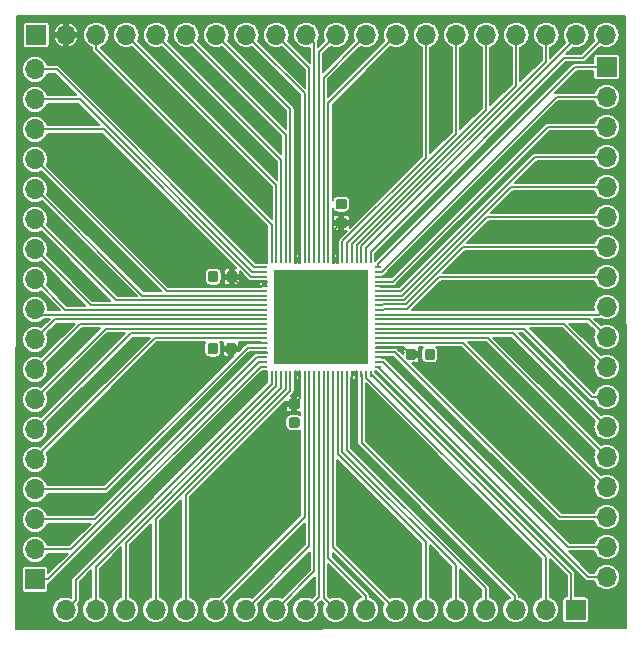
<source format=gtl>
G04 #@! TF.GenerationSoftware,KiCad,Pcbnew,5.0.2-bee76a0~70~ubuntu14.04.1*
G04 #@! TF.CreationDate,2018-12-14T18:36:52-07:00*
G04 #@! TF.ProjectId,breakout,62726561-6b6f-4757-942e-6b696361645f,rev?*
G04 #@! TF.SameCoordinates,Original*
G04 #@! TF.FileFunction,Copper,L1,Top*
G04 #@! TF.FilePolarity,Positive*
%FSLAX46Y46*%
G04 Gerber Fmt 4.6, Leading zero omitted, Abs format (unit mm)*
G04 Created by KiCad (PCBNEW 5.0.2-bee76a0~70~ubuntu14.04.1) date Fri 14 Dec 2018 06:36:52 PM MST*
%MOMM*%
%LPD*%
G01*
G04 APERTURE LIST*
G04 #@! TA.AperFunction,Conductor*
%ADD10C,0.100000*%
G04 #@! TD*
G04 #@! TA.AperFunction,SMDPad,CuDef*
%ADD11C,0.875000*%
G04 #@! TD*
G04 #@! TA.AperFunction,ComponentPad*
%ADD12R,1.700000X1.700000*%
G04 #@! TD*
G04 #@! TA.AperFunction,ComponentPad*
%ADD13O,1.700000X1.700000*%
G04 #@! TD*
G04 #@! TA.AperFunction,SMDPad,CuDef*
%ADD14O,0.600000X0.200000*%
G04 #@! TD*
G04 #@! TA.AperFunction,SMDPad,CuDef*
%ADD15O,0.200000X0.600000*%
G04 #@! TD*
G04 #@! TA.AperFunction,SMDPad,CuDef*
%ADD16R,8.000000X8.000000*%
G04 #@! TD*
G04 #@! TA.AperFunction,ViaPad*
%ADD17C,0.800000*%
G04 #@! TD*
G04 #@! TA.AperFunction,Conductor*
%ADD18C,0.160000*%
G04 #@! TD*
G04 APERTURE END LIST*
D10*
G04 #@! TO.N,1.8v*
G04 #@! TO.C,C3*
G36*
X121949571Y-86282293D02*
X121970806Y-86285443D01*
X121991630Y-86290659D01*
X122011842Y-86297891D01*
X122031248Y-86307070D01*
X122049661Y-86318106D01*
X122066904Y-86330894D01*
X122082810Y-86345310D01*
X122097226Y-86361216D01*
X122110014Y-86378459D01*
X122121050Y-86396872D01*
X122130229Y-86416278D01*
X122137461Y-86436490D01*
X122142677Y-86457314D01*
X122145827Y-86478549D01*
X122146880Y-86499990D01*
X122146880Y-87012490D01*
X122145827Y-87033931D01*
X122142677Y-87055166D01*
X122137461Y-87075990D01*
X122130229Y-87096202D01*
X122121050Y-87115608D01*
X122110014Y-87134021D01*
X122097226Y-87151264D01*
X122082810Y-87167170D01*
X122066904Y-87181586D01*
X122049661Y-87194374D01*
X122031248Y-87205410D01*
X122011842Y-87214589D01*
X121991630Y-87221821D01*
X121970806Y-87227037D01*
X121949571Y-87230187D01*
X121928130Y-87231240D01*
X121490630Y-87231240D01*
X121469189Y-87230187D01*
X121447954Y-87227037D01*
X121427130Y-87221821D01*
X121406918Y-87214589D01*
X121387512Y-87205410D01*
X121369099Y-87194374D01*
X121351856Y-87181586D01*
X121335950Y-87167170D01*
X121321534Y-87151264D01*
X121308746Y-87134021D01*
X121297710Y-87115608D01*
X121288531Y-87096202D01*
X121281299Y-87075990D01*
X121276083Y-87055166D01*
X121272933Y-87033931D01*
X121271880Y-87012490D01*
X121271880Y-86499990D01*
X121272933Y-86478549D01*
X121276083Y-86457314D01*
X121281299Y-86436490D01*
X121288531Y-86416278D01*
X121297710Y-86396872D01*
X121308746Y-86378459D01*
X121321534Y-86361216D01*
X121335950Y-86345310D01*
X121351856Y-86330894D01*
X121369099Y-86318106D01*
X121387512Y-86307070D01*
X121406918Y-86297891D01*
X121427130Y-86290659D01*
X121447954Y-86285443D01*
X121469189Y-86282293D01*
X121490630Y-86281240D01*
X121928130Y-86281240D01*
X121949571Y-86282293D01*
X121949571Y-86282293D01*
G37*
D11*
G04 #@! TD*
G04 #@! TO.P,C3,1*
G04 #@! TO.N,1.8v*
X121709380Y-86756240D03*
D10*
G04 #@! TO.N,GND*
G04 #@! TO.C,C3*
G36*
X120374571Y-86282293D02*
X120395806Y-86285443D01*
X120416630Y-86290659D01*
X120436842Y-86297891D01*
X120456248Y-86307070D01*
X120474661Y-86318106D01*
X120491904Y-86330894D01*
X120507810Y-86345310D01*
X120522226Y-86361216D01*
X120535014Y-86378459D01*
X120546050Y-86396872D01*
X120555229Y-86416278D01*
X120562461Y-86436490D01*
X120567677Y-86457314D01*
X120570827Y-86478549D01*
X120571880Y-86499990D01*
X120571880Y-87012490D01*
X120570827Y-87033931D01*
X120567677Y-87055166D01*
X120562461Y-87075990D01*
X120555229Y-87096202D01*
X120546050Y-87115608D01*
X120535014Y-87134021D01*
X120522226Y-87151264D01*
X120507810Y-87167170D01*
X120491904Y-87181586D01*
X120474661Y-87194374D01*
X120456248Y-87205410D01*
X120436842Y-87214589D01*
X120416630Y-87221821D01*
X120395806Y-87227037D01*
X120374571Y-87230187D01*
X120353130Y-87231240D01*
X119915630Y-87231240D01*
X119894189Y-87230187D01*
X119872954Y-87227037D01*
X119852130Y-87221821D01*
X119831918Y-87214589D01*
X119812512Y-87205410D01*
X119794099Y-87194374D01*
X119776856Y-87181586D01*
X119760950Y-87167170D01*
X119746534Y-87151264D01*
X119733746Y-87134021D01*
X119722710Y-87115608D01*
X119713531Y-87096202D01*
X119706299Y-87075990D01*
X119701083Y-87055166D01*
X119697933Y-87033931D01*
X119696880Y-87012490D01*
X119696880Y-86499990D01*
X119697933Y-86478549D01*
X119701083Y-86457314D01*
X119706299Y-86436490D01*
X119713531Y-86416278D01*
X119722710Y-86396872D01*
X119733746Y-86378459D01*
X119746534Y-86361216D01*
X119760950Y-86345310D01*
X119776856Y-86330894D01*
X119794099Y-86318106D01*
X119812512Y-86307070D01*
X119831918Y-86297891D01*
X119852130Y-86290659D01*
X119872954Y-86285443D01*
X119894189Y-86282293D01*
X119915630Y-86281240D01*
X120353130Y-86281240D01*
X120374571Y-86282293D01*
X120374571Y-86282293D01*
G37*
D11*
G04 #@! TD*
G04 #@! TO.P,C3,2*
G04 #@! TO.N,GND*
X120134380Y-86756240D03*
D10*
G04 #@! TO.N,GND*
G04 #@! TO.C,C4*
G36*
X127277691Y-98674553D02*
X127298926Y-98677703D01*
X127319750Y-98682919D01*
X127339962Y-98690151D01*
X127359368Y-98699330D01*
X127377781Y-98710366D01*
X127395024Y-98723154D01*
X127410930Y-98737570D01*
X127425346Y-98753476D01*
X127438134Y-98770719D01*
X127449170Y-98789132D01*
X127458349Y-98808538D01*
X127465581Y-98828750D01*
X127470797Y-98849574D01*
X127473947Y-98870809D01*
X127475000Y-98892250D01*
X127475000Y-99329750D01*
X127473947Y-99351191D01*
X127470797Y-99372426D01*
X127465581Y-99393250D01*
X127458349Y-99413462D01*
X127449170Y-99432868D01*
X127438134Y-99451281D01*
X127425346Y-99468524D01*
X127410930Y-99484430D01*
X127395024Y-99498846D01*
X127377781Y-99511634D01*
X127359368Y-99522670D01*
X127339962Y-99531849D01*
X127319750Y-99539081D01*
X127298926Y-99544297D01*
X127277691Y-99547447D01*
X127256250Y-99548500D01*
X126743750Y-99548500D01*
X126722309Y-99547447D01*
X126701074Y-99544297D01*
X126680250Y-99539081D01*
X126660038Y-99531849D01*
X126640632Y-99522670D01*
X126622219Y-99511634D01*
X126604976Y-99498846D01*
X126589070Y-99484430D01*
X126574654Y-99468524D01*
X126561866Y-99451281D01*
X126550830Y-99432868D01*
X126541651Y-99413462D01*
X126534419Y-99393250D01*
X126529203Y-99372426D01*
X126526053Y-99351191D01*
X126525000Y-99329750D01*
X126525000Y-98892250D01*
X126526053Y-98870809D01*
X126529203Y-98849574D01*
X126534419Y-98828750D01*
X126541651Y-98808538D01*
X126550830Y-98789132D01*
X126561866Y-98770719D01*
X126574654Y-98753476D01*
X126589070Y-98737570D01*
X126604976Y-98723154D01*
X126622219Y-98710366D01*
X126640632Y-98699330D01*
X126660038Y-98690151D01*
X126680250Y-98682919D01*
X126701074Y-98677703D01*
X126722309Y-98674553D01*
X126743750Y-98673500D01*
X127256250Y-98673500D01*
X127277691Y-98674553D01*
X127277691Y-98674553D01*
G37*
D11*
G04 #@! TD*
G04 #@! TO.P,C4,2*
G04 #@! TO.N,GND*
X127000000Y-99111000D03*
D10*
G04 #@! TO.N,1.8v*
G04 #@! TO.C,C4*
G36*
X127277691Y-97099553D02*
X127298926Y-97102703D01*
X127319750Y-97107919D01*
X127339962Y-97115151D01*
X127359368Y-97124330D01*
X127377781Y-97135366D01*
X127395024Y-97148154D01*
X127410930Y-97162570D01*
X127425346Y-97178476D01*
X127438134Y-97195719D01*
X127449170Y-97214132D01*
X127458349Y-97233538D01*
X127465581Y-97253750D01*
X127470797Y-97274574D01*
X127473947Y-97295809D01*
X127475000Y-97317250D01*
X127475000Y-97754750D01*
X127473947Y-97776191D01*
X127470797Y-97797426D01*
X127465581Y-97818250D01*
X127458349Y-97838462D01*
X127449170Y-97857868D01*
X127438134Y-97876281D01*
X127425346Y-97893524D01*
X127410930Y-97909430D01*
X127395024Y-97923846D01*
X127377781Y-97936634D01*
X127359368Y-97947670D01*
X127339962Y-97956849D01*
X127319750Y-97964081D01*
X127298926Y-97969297D01*
X127277691Y-97972447D01*
X127256250Y-97973500D01*
X126743750Y-97973500D01*
X126722309Y-97972447D01*
X126701074Y-97969297D01*
X126680250Y-97964081D01*
X126660038Y-97956849D01*
X126640632Y-97947670D01*
X126622219Y-97936634D01*
X126604976Y-97923846D01*
X126589070Y-97909430D01*
X126574654Y-97893524D01*
X126561866Y-97876281D01*
X126550830Y-97857868D01*
X126541651Y-97838462D01*
X126534419Y-97818250D01*
X126529203Y-97797426D01*
X126526053Y-97776191D01*
X126525000Y-97754750D01*
X126525000Y-97317250D01*
X126526053Y-97295809D01*
X126529203Y-97274574D01*
X126534419Y-97253750D01*
X126541651Y-97233538D01*
X126550830Y-97214132D01*
X126561866Y-97195719D01*
X126574654Y-97178476D01*
X126589070Y-97162570D01*
X126604976Y-97148154D01*
X126622219Y-97135366D01*
X126640632Y-97124330D01*
X126660038Y-97115151D01*
X126680250Y-97107919D01*
X126701074Y-97102703D01*
X126722309Y-97099553D01*
X126743750Y-97098500D01*
X127256250Y-97098500D01*
X127277691Y-97099553D01*
X127277691Y-97099553D01*
G37*
D11*
G04 #@! TD*
G04 #@! TO.P,C4,1*
G04 #@! TO.N,1.8v*
X127000000Y-97536000D03*
D10*
G04 #@! TO.N,GND*
G04 #@! TO.C,C5*
G36*
X120351511Y-92378293D02*
X120372746Y-92381443D01*
X120393570Y-92386659D01*
X120413782Y-92393891D01*
X120433188Y-92403070D01*
X120451601Y-92414106D01*
X120468844Y-92426894D01*
X120484750Y-92441310D01*
X120499166Y-92457216D01*
X120511954Y-92474459D01*
X120522990Y-92492872D01*
X120532169Y-92512278D01*
X120539401Y-92532490D01*
X120544617Y-92553314D01*
X120547767Y-92574549D01*
X120548820Y-92595990D01*
X120548820Y-93108490D01*
X120547767Y-93129931D01*
X120544617Y-93151166D01*
X120539401Y-93171990D01*
X120532169Y-93192202D01*
X120522990Y-93211608D01*
X120511954Y-93230021D01*
X120499166Y-93247264D01*
X120484750Y-93263170D01*
X120468844Y-93277586D01*
X120451601Y-93290374D01*
X120433188Y-93301410D01*
X120413782Y-93310589D01*
X120393570Y-93317821D01*
X120372746Y-93323037D01*
X120351511Y-93326187D01*
X120330070Y-93327240D01*
X119892570Y-93327240D01*
X119871129Y-93326187D01*
X119849894Y-93323037D01*
X119829070Y-93317821D01*
X119808858Y-93310589D01*
X119789452Y-93301410D01*
X119771039Y-93290374D01*
X119753796Y-93277586D01*
X119737890Y-93263170D01*
X119723474Y-93247264D01*
X119710686Y-93230021D01*
X119699650Y-93211608D01*
X119690471Y-93192202D01*
X119683239Y-93171990D01*
X119678023Y-93151166D01*
X119674873Y-93129931D01*
X119673820Y-93108490D01*
X119673820Y-92595990D01*
X119674873Y-92574549D01*
X119678023Y-92553314D01*
X119683239Y-92532490D01*
X119690471Y-92512278D01*
X119699650Y-92492872D01*
X119710686Y-92474459D01*
X119723474Y-92457216D01*
X119737890Y-92441310D01*
X119753796Y-92426894D01*
X119771039Y-92414106D01*
X119789452Y-92403070D01*
X119808858Y-92393891D01*
X119829070Y-92386659D01*
X119849894Y-92381443D01*
X119871129Y-92378293D01*
X119892570Y-92377240D01*
X120330070Y-92377240D01*
X120351511Y-92378293D01*
X120351511Y-92378293D01*
G37*
D11*
G04 #@! TD*
G04 #@! TO.P,C5,2*
G04 #@! TO.N,GND*
X120111320Y-92852240D03*
D10*
G04 #@! TO.N,1.8v*
G04 #@! TO.C,C5*
G36*
X121926511Y-92378293D02*
X121947746Y-92381443D01*
X121968570Y-92386659D01*
X121988782Y-92393891D01*
X122008188Y-92403070D01*
X122026601Y-92414106D01*
X122043844Y-92426894D01*
X122059750Y-92441310D01*
X122074166Y-92457216D01*
X122086954Y-92474459D01*
X122097990Y-92492872D01*
X122107169Y-92512278D01*
X122114401Y-92532490D01*
X122119617Y-92553314D01*
X122122767Y-92574549D01*
X122123820Y-92595990D01*
X122123820Y-93108490D01*
X122122767Y-93129931D01*
X122119617Y-93151166D01*
X122114401Y-93171990D01*
X122107169Y-93192202D01*
X122097990Y-93211608D01*
X122086954Y-93230021D01*
X122074166Y-93247264D01*
X122059750Y-93263170D01*
X122043844Y-93277586D01*
X122026601Y-93290374D01*
X122008188Y-93301410D01*
X121988782Y-93310589D01*
X121968570Y-93317821D01*
X121947746Y-93323037D01*
X121926511Y-93326187D01*
X121905070Y-93327240D01*
X121467570Y-93327240D01*
X121446129Y-93326187D01*
X121424894Y-93323037D01*
X121404070Y-93317821D01*
X121383858Y-93310589D01*
X121364452Y-93301410D01*
X121346039Y-93290374D01*
X121328796Y-93277586D01*
X121312890Y-93263170D01*
X121298474Y-93247264D01*
X121285686Y-93230021D01*
X121274650Y-93211608D01*
X121265471Y-93192202D01*
X121258239Y-93171990D01*
X121253023Y-93151166D01*
X121249873Y-93129931D01*
X121248820Y-93108490D01*
X121248820Y-92595990D01*
X121249873Y-92574549D01*
X121253023Y-92553314D01*
X121258239Y-92532490D01*
X121265471Y-92512278D01*
X121274650Y-92492872D01*
X121285686Y-92474459D01*
X121298474Y-92457216D01*
X121312890Y-92441310D01*
X121328796Y-92426894D01*
X121346039Y-92414106D01*
X121364452Y-92403070D01*
X121383858Y-92393891D01*
X121404070Y-92386659D01*
X121424894Y-92381443D01*
X121446129Y-92378293D01*
X121467570Y-92377240D01*
X121905070Y-92377240D01*
X121926511Y-92378293D01*
X121926511Y-92378293D01*
G37*
D11*
G04 #@! TD*
G04 #@! TO.P,C5,1*
G04 #@! TO.N,1.8v*
X121686320Y-92852240D03*
D10*
G04 #@! TO.N,1.8v*
G04 #@! TO.C,C6*
G36*
X131268031Y-81750333D02*
X131289266Y-81753483D01*
X131310090Y-81758699D01*
X131330302Y-81765931D01*
X131349708Y-81775110D01*
X131368121Y-81786146D01*
X131385364Y-81798934D01*
X131401270Y-81813350D01*
X131415686Y-81829256D01*
X131428474Y-81846499D01*
X131439510Y-81864912D01*
X131448689Y-81884318D01*
X131455921Y-81904530D01*
X131461137Y-81925354D01*
X131464287Y-81946589D01*
X131465340Y-81968030D01*
X131465340Y-82405530D01*
X131464287Y-82426971D01*
X131461137Y-82448206D01*
X131455921Y-82469030D01*
X131448689Y-82489242D01*
X131439510Y-82508648D01*
X131428474Y-82527061D01*
X131415686Y-82544304D01*
X131401270Y-82560210D01*
X131385364Y-82574626D01*
X131368121Y-82587414D01*
X131349708Y-82598450D01*
X131330302Y-82607629D01*
X131310090Y-82614861D01*
X131289266Y-82620077D01*
X131268031Y-82623227D01*
X131246590Y-82624280D01*
X130734090Y-82624280D01*
X130712649Y-82623227D01*
X130691414Y-82620077D01*
X130670590Y-82614861D01*
X130650378Y-82607629D01*
X130630972Y-82598450D01*
X130612559Y-82587414D01*
X130595316Y-82574626D01*
X130579410Y-82560210D01*
X130564994Y-82544304D01*
X130552206Y-82527061D01*
X130541170Y-82508648D01*
X130531991Y-82489242D01*
X130524759Y-82469030D01*
X130519543Y-82448206D01*
X130516393Y-82426971D01*
X130515340Y-82405530D01*
X130515340Y-81968030D01*
X130516393Y-81946589D01*
X130519543Y-81925354D01*
X130524759Y-81904530D01*
X130531991Y-81884318D01*
X130541170Y-81864912D01*
X130552206Y-81846499D01*
X130564994Y-81829256D01*
X130579410Y-81813350D01*
X130595316Y-81798934D01*
X130612559Y-81786146D01*
X130630972Y-81775110D01*
X130650378Y-81765931D01*
X130670590Y-81758699D01*
X130691414Y-81753483D01*
X130712649Y-81750333D01*
X130734090Y-81749280D01*
X131246590Y-81749280D01*
X131268031Y-81750333D01*
X131268031Y-81750333D01*
G37*
D11*
G04 #@! TD*
G04 #@! TO.P,C6,1*
G04 #@! TO.N,1.8v*
X130990340Y-82186780D03*
D10*
G04 #@! TO.N,GND*
G04 #@! TO.C,C6*
G36*
X131268031Y-80175333D02*
X131289266Y-80178483D01*
X131310090Y-80183699D01*
X131330302Y-80190931D01*
X131349708Y-80200110D01*
X131368121Y-80211146D01*
X131385364Y-80223934D01*
X131401270Y-80238350D01*
X131415686Y-80254256D01*
X131428474Y-80271499D01*
X131439510Y-80289912D01*
X131448689Y-80309318D01*
X131455921Y-80329530D01*
X131461137Y-80350354D01*
X131464287Y-80371589D01*
X131465340Y-80393030D01*
X131465340Y-80830530D01*
X131464287Y-80851971D01*
X131461137Y-80873206D01*
X131455921Y-80894030D01*
X131448689Y-80914242D01*
X131439510Y-80933648D01*
X131428474Y-80952061D01*
X131415686Y-80969304D01*
X131401270Y-80985210D01*
X131385364Y-80999626D01*
X131368121Y-81012414D01*
X131349708Y-81023450D01*
X131330302Y-81032629D01*
X131310090Y-81039861D01*
X131289266Y-81045077D01*
X131268031Y-81048227D01*
X131246590Y-81049280D01*
X130734090Y-81049280D01*
X130712649Y-81048227D01*
X130691414Y-81045077D01*
X130670590Y-81039861D01*
X130650378Y-81032629D01*
X130630972Y-81023450D01*
X130612559Y-81012414D01*
X130595316Y-80999626D01*
X130579410Y-80985210D01*
X130564994Y-80969304D01*
X130552206Y-80952061D01*
X130541170Y-80933648D01*
X130531991Y-80914242D01*
X130524759Y-80894030D01*
X130519543Y-80873206D01*
X130516393Y-80851971D01*
X130515340Y-80830530D01*
X130515340Y-80393030D01*
X130516393Y-80371589D01*
X130519543Y-80350354D01*
X130524759Y-80329530D01*
X130531991Y-80309318D01*
X130541170Y-80289912D01*
X130552206Y-80271499D01*
X130564994Y-80254256D01*
X130579410Y-80238350D01*
X130595316Y-80223934D01*
X130612559Y-80211146D01*
X130630972Y-80200110D01*
X130650378Y-80190931D01*
X130670590Y-80183699D01*
X130691414Y-80178483D01*
X130712649Y-80175333D01*
X130734090Y-80174280D01*
X131246590Y-80174280D01*
X131268031Y-80175333D01*
X131268031Y-80175333D01*
G37*
D11*
G04 #@! TD*
G04 #@! TO.P,C6,2*
G04 #@! TO.N,GND*
X130990340Y-80611780D03*
D10*
G04 #@! TO.N,GND*
G04 #@! TO.C,C7*
G36*
X138723531Y-92871053D02*
X138744766Y-92874203D01*
X138765590Y-92879419D01*
X138785802Y-92886651D01*
X138805208Y-92895830D01*
X138823621Y-92906866D01*
X138840864Y-92919654D01*
X138856770Y-92934070D01*
X138871186Y-92949976D01*
X138883974Y-92967219D01*
X138895010Y-92985632D01*
X138904189Y-93005038D01*
X138911421Y-93025250D01*
X138916637Y-93046074D01*
X138919787Y-93067309D01*
X138920840Y-93088750D01*
X138920840Y-93601250D01*
X138919787Y-93622691D01*
X138916637Y-93643926D01*
X138911421Y-93664750D01*
X138904189Y-93684962D01*
X138895010Y-93704368D01*
X138883974Y-93722781D01*
X138871186Y-93740024D01*
X138856770Y-93755930D01*
X138840864Y-93770346D01*
X138823621Y-93783134D01*
X138805208Y-93794170D01*
X138785802Y-93803349D01*
X138765590Y-93810581D01*
X138744766Y-93815797D01*
X138723531Y-93818947D01*
X138702090Y-93820000D01*
X138264590Y-93820000D01*
X138243149Y-93818947D01*
X138221914Y-93815797D01*
X138201090Y-93810581D01*
X138180878Y-93803349D01*
X138161472Y-93794170D01*
X138143059Y-93783134D01*
X138125816Y-93770346D01*
X138109910Y-93755930D01*
X138095494Y-93740024D01*
X138082706Y-93722781D01*
X138071670Y-93704368D01*
X138062491Y-93684962D01*
X138055259Y-93664750D01*
X138050043Y-93643926D01*
X138046893Y-93622691D01*
X138045840Y-93601250D01*
X138045840Y-93088750D01*
X138046893Y-93067309D01*
X138050043Y-93046074D01*
X138055259Y-93025250D01*
X138062491Y-93005038D01*
X138071670Y-92985632D01*
X138082706Y-92967219D01*
X138095494Y-92949976D01*
X138109910Y-92934070D01*
X138125816Y-92919654D01*
X138143059Y-92906866D01*
X138161472Y-92895830D01*
X138180878Y-92886651D01*
X138201090Y-92879419D01*
X138221914Y-92874203D01*
X138243149Y-92871053D01*
X138264590Y-92870000D01*
X138702090Y-92870000D01*
X138723531Y-92871053D01*
X138723531Y-92871053D01*
G37*
D11*
G04 #@! TD*
G04 #@! TO.P,C7,2*
G04 #@! TO.N,GND*
X138483340Y-93345000D03*
D10*
G04 #@! TO.N,1.8v*
G04 #@! TO.C,C7*
G36*
X137148531Y-92871053D02*
X137169766Y-92874203D01*
X137190590Y-92879419D01*
X137210802Y-92886651D01*
X137230208Y-92895830D01*
X137248621Y-92906866D01*
X137265864Y-92919654D01*
X137281770Y-92934070D01*
X137296186Y-92949976D01*
X137308974Y-92967219D01*
X137320010Y-92985632D01*
X137329189Y-93005038D01*
X137336421Y-93025250D01*
X137341637Y-93046074D01*
X137344787Y-93067309D01*
X137345840Y-93088750D01*
X137345840Y-93601250D01*
X137344787Y-93622691D01*
X137341637Y-93643926D01*
X137336421Y-93664750D01*
X137329189Y-93684962D01*
X137320010Y-93704368D01*
X137308974Y-93722781D01*
X137296186Y-93740024D01*
X137281770Y-93755930D01*
X137265864Y-93770346D01*
X137248621Y-93783134D01*
X137230208Y-93794170D01*
X137210802Y-93803349D01*
X137190590Y-93810581D01*
X137169766Y-93815797D01*
X137148531Y-93818947D01*
X137127090Y-93820000D01*
X136689590Y-93820000D01*
X136668149Y-93818947D01*
X136646914Y-93815797D01*
X136626090Y-93810581D01*
X136605878Y-93803349D01*
X136586472Y-93794170D01*
X136568059Y-93783134D01*
X136550816Y-93770346D01*
X136534910Y-93755930D01*
X136520494Y-93740024D01*
X136507706Y-93722781D01*
X136496670Y-93704368D01*
X136487491Y-93684962D01*
X136480259Y-93664750D01*
X136475043Y-93643926D01*
X136471893Y-93622691D01*
X136470840Y-93601250D01*
X136470840Y-93088750D01*
X136471893Y-93067309D01*
X136475043Y-93046074D01*
X136480259Y-93025250D01*
X136487491Y-93005038D01*
X136496670Y-92985632D01*
X136507706Y-92967219D01*
X136520494Y-92949976D01*
X136534910Y-92934070D01*
X136550816Y-92919654D01*
X136568059Y-92906866D01*
X136586472Y-92895830D01*
X136605878Y-92886651D01*
X136626090Y-92879419D01*
X136646914Y-92874203D01*
X136668149Y-92871053D01*
X136689590Y-92870000D01*
X137127090Y-92870000D01*
X137148531Y-92871053D01*
X137148531Y-92871053D01*
G37*
D11*
G04 #@! TD*
G04 #@! TO.P,C7,1*
G04 #@! TO.N,1.8v*
X136908340Y-93345000D03*
D12*
G04 #@! TO.P,J5,1*
G04 #@! TO.N,d11*
X105056940Y-112392460D03*
D13*
G04 #@! TO.P,J5,2*
G04 #@! TO.N,d10*
X105056940Y-109852460D03*
G04 #@! TO.P,J5,3*
G04 #@! TO.N,100.17*
X105056940Y-107312460D03*
G04 #@! TO.P,J5,4*
G04 #@! TO.N,200.17*
X105056940Y-104772460D03*
G04 #@! TO.P,J5,5*
G04 #@! TO.N,d9*
X105056940Y-102232460D03*
G04 #@! TO.P,J5,6*
G04 #@! TO.N,300.1*
X105056940Y-99692460D03*
G04 #@! TO.P,J5,7*
G04 #@! TO.N,300.17*
X105056940Y-97152460D03*
G04 #@! TO.P,J5,8*
G04 #@! TO.N,d8*
X105056940Y-94612460D03*
G04 #@! TO.P,J5,9*
G04 #@! TO.N,d7*
X105056940Y-92072460D03*
G04 #@! TO.P,J5,10*
G04 #@! TO.N,d6*
X105056940Y-89532460D03*
G04 #@! TO.P,J5,11*
G04 #@! TO.N,d5*
X105056940Y-86992460D03*
G04 #@! TO.P,J5,12*
G04 #@! TO.N,d4*
X105056940Y-84452460D03*
G04 #@! TO.P,J5,13*
G04 #@! TO.N,d3*
X105056940Y-81912460D03*
G04 #@! TO.P,J5,14*
G04 #@! TO.N,500.17*
X105056940Y-79372460D03*
G04 #@! TO.P,J5,15*
G04 #@! TO.N,600.17*
X105056940Y-76832460D03*
G04 #@! TO.P,J5,16*
G04 #@! TO.N,d2*
X105056940Y-74292460D03*
G04 #@! TO.P,J5,17*
G04 #@! TO.N,d1*
X105056940Y-71752460D03*
G04 #@! TO.P,J5,18*
G04 #@! TO.N,d0*
X105056940Y-69212460D03*
G04 #@! TD*
G04 #@! TO.P,J7,18*
G04 #@! TO.N,d12*
X107650280Y-114968020D03*
G04 #@! TO.P,J7,17*
G04 #@! TO.N,d13*
X110190280Y-114968020D03*
G04 #@! TO.P,J7,16*
G04 #@! TO.N,d14*
X112730280Y-114968020D03*
G04 #@! TO.P,J7,15*
G04 #@! TO.N,001.1*
X115270280Y-114968020D03*
G04 #@! TO.P,J7,14*
G04 #@! TO.N,001.17*
X117810280Y-114968020D03*
G04 #@! TO.P,J7,13*
G04 #@! TO.N,d15*
X120350280Y-114968020D03*
G04 #@! TO.P,J7,12*
G04 #@! TO.N,d16*
X122890280Y-114968020D03*
G04 #@! TO.P,J7,11*
G04 #@! TO.N,d17*
X125430280Y-114968020D03*
G04 #@! TO.P,J7,10*
G04 #@! TO.N,008.17*
X127970280Y-114968020D03*
G04 #@! TO.P,J7,9*
G04 #@! TO.N,008.5*
X130510280Y-114968020D03*
G04 #@! TO.P,J7,8*
G04 #@! TO.N,008.3*
X133050280Y-114968020D03*
G04 #@! TO.P,J7,7*
G04 #@! TO.N,008.1*
X135590280Y-114968020D03*
G04 #@! TO.P,J7,6*
G04 #@! TO.N,a17*
X138130280Y-114968020D03*
G04 #@! TO.P,J7,5*
G04 #@! TO.N,a16*
X140670280Y-114968020D03*
G04 #@! TO.P,J7,4*
G04 #@! TO.N,a15*
X143210280Y-114968020D03*
G04 #@! TO.P,J7,3*
G04 #@! TO.N,a14*
X145750280Y-114968020D03*
G04 #@! TO.P,J7,2*
G04 #@! TO.N,a13*
X148290280Y-114968020D03*
D12*
G04 #@! TO.P,J7,1*
G04 #@! TO.N,a12*
X150830280Y-114968020D03*
G04 #@! TD*
D13*
G04 #@! TO.P,J8,18*
G04 #@! TO.N,a11*
X153459180Y-112194340D03*
G04 #@! TO.P,J8,17*
G04 #@! TO.N,a10*
X153459180Y-109654340D03*
G04 #@! TO.P,J8,16*
G04 #@! TO.N,117.ai*
X153459180Y-107114340D03*
G04 #@! TO.P,J8,15*
G04 #@! TO.N,117.ao*
X153459180Y-104574340D03*
G04 #@! TO.P,J8,14*
G04 #@! TO.N,217.17*
X153459180Y-102034340D03*
G04 #@! TO.P,J8,13*
G04 #@! TO.N,317.17*
X153459180Y-99494340D03*
G04 #@! TO.P,J8,12*
G04 #@! TO.N,a9*
X153459180Y-96954340D03*
G04 #@! TO.P,J8,11*
G04 #@! TO.N,a8*
X153459180Y-94414340D03*
G04 #@! TO.P,J8,10*
G04 #@! TO.N,a7*
X153459180Y-91874340D03*
G04 #@! TO.P,J8,9*
G04 #@! TO.N,a6*
X153459180Y-89334340D03*
G04 #@! TO.P,J8,8*
G04 #@! TO.N,a5*
X153459180Y-86794340D03*
G04 #@! TO.P,J8,7*
G04 #@! TO.N,a4*
X153459180Y-84254340D03*
G04 #@! TO.P,J8,6*
G04 #@! TO.N,417.17*
X153459180Y-81714340D03*
G04 #@! TO.P,J8,5*
G04 #@! TO.N,517.17*
X153459180Y-79174340D03*
G04 #@! TO.P,J8,4*
G04 #@! TO.N,617.a1*
X153459180Y-76634340D03*
G04 #@! TO.P,J8,3*
G04 #@! TO.N,617.ao*
X153459180Y-74094340D03*
G04 #@! TO.P,J8,2*
G04 #@! TO.N,a3*
X153459180Y-71554340D03*
D12*
G04 #@! TO.P,J8,1*
G04 #@! TO.N,a2*
X153459180Y-69014340D03*
G04 #@! TD*
D14*
G04 #@! TO.P,U1,1*
G04 #@! TO.N,d0*
X124486000Y-85970000D03*
G04 #@! TO.P,U1,2*
G04 #@! TO.N,d1*
X124486000Y-86370000D03*
G04 #@! TO.P,U1,3*
G04 #@! TO.N,d2*
X124486000Y-86770000D03*
G04 #@! TO.P,U1,4*
G04 #@! TO.N,1.8v*
X124486000Y-87170000D03*
G04 #@! TO.P,U1,5*
X124486000Y-87570000D03*
G04 #@! TO.P,U1,6*
G04 #@! TO.N,600.17*
X124486000Y-87970000D03*
G04 #@! TO.P,U1,7*
G04 #@! TO.N,500.17*
X124486000Y-88370000D03*
G04 #@! TO.P,U1,8*
G04 #@! TO.N,d3*
X124486000Y-88770000D03*
G04 #@! TO.P,U1,9*
G04 #@! TO.N,d4*
X124486000Y-89170000D03*
G04 #@! TO.P,U1,10*
G04 #@! TO.N,d5*
X124486000Y-89570000D03*
G04 #@! TO.P,U1,11*
G04 #@! TO.N,d6*
X124486000Y-89970000D03*
G04 #@! TO.P,U1,12*
G04 #@! TO.N,d7*
X124486000Y-90370000D03*
G04 #@! TO.P,U1,13*
G04 #@! TO.N,d8*
X124486000Y-90770000D03*
G04 #@! TO.P,U1,14*
G04 #@! TO.N,300.17*
X124486000Y-91170000D03*
G04 #@! TO.P,U1,15*
G04 #@! TO.N,300.1*
X124486000Y-91570000D03*
G04 #@! TO.P,U1,16*
G04 #@! TO.N,d9*
X124486000Y-91970000D03*
G04 #@! TO.P,U1,17*
G04 #@! TO.N,1.8v*
X124486000Y-92370000D03*
G04 #@! TO.P,U1,18*
G04 #@! TO.N,200.17*
X124486000Y-92770000D03*
G04 #@! TO.P,U1,19*
G04 #@! TO.N,1.8v*
X124486000Y-93170000D03*
G04 #@! TO.P,U1,20*
G04 #@! TO.N,100.17*
X124486000Y-93570000D03*
G04 #@! TO.P,U1,21*
G04 #@! TO.N,d10*
X124486000Y-93970000D03*
G04 #@! TO.P,U1,22*
G04 #@! TO.N,d11*
X124486000Y-94370000D03*
D15*
G04 #@! TO.P,U1,23*
G04 #@! TO.N,d12*
X125086000Y-94970000D03*
G04 #@! TO.P,U1,24*
G04 #@! TO.N,d13*
X125486000Y-94970000D03*
G04 #@! TO.P,U1,25*
G04 #@! TO.N,d14*
X125886000Y-94970000D03*
G04 #@! TO.P,U1,26*
G04 #@! TO.N,001.1*
X126286000Y-94970000D03*
G04 #@! TO.P,U1,27*
G04 #@! TO.N,001.17*
X126686000Y-94970000D03*
G04 #@! TO.P,U1,28*
G04 #@! TO.N,1.8v*
X127086000Y-94970000D03*
G04 #@! TO.P,U1,29*
X127486000Y-94970000D03*
G04 #@! TO.P,U1,30*
G04 #@! TO.N,d15*
X127886000Y-94970000D03*
G04 #@! TO.P,U1,31*
G04 #@! TO.N,d16*
X128286000Y-94970000D03*
G04 #@! TO.P,U1,32*
G04 #@! TO.N,d17*
X128686000Y-94970000D03*
G04 #@! TO.P,U1,33*
G04 #@! TO.N,008.17*
X129086000Y-94970000D03*
G04 #@! TO.P,U1,34*
G04 #@! TO.N,008.5*
X129486000Y-94970000D03*
G04 #@! TO.P,U1,35*
G04 #@! TO.N,008.3*
X129886000Y-94970000D03*
G04 #@! TO.P,U1,36*
G04 #@! TO.N,008.1*
X130286000Y-94970000D03*
G04 #@! TO.P,U1,37*
G04 #@! TO.N,a17*
X130686000Y-94970000D03*
G04 #@! TO.P,U1,38*
G04 #@! TO.N,a16*
X131086000Y-94970000D03*
G04 #@! TO.P,U1,39*
G04 #@! TO.N,a15*
X131486000Y-94970000D03*
G04 #@! TO.P,U1,40*
G04 #@! TO.N,1.8v*
X131886000Y-94970000D03*
G04 #@! TO.P,U1,41*
X132286000Y-94970000D03*
G04 #@! TO.P,U1,42*
G04 #@! TO.N,a14*
X132686000Y-94970000D03*
G04 #@! TO.P,U1,43*
G04 #@! TO.N,a13*
X133086000Y-94970000D03*
G04 #@! TO.P,U1,44*
G04 #@! TO.N,a12*
X133486000Y-94970000D03*
D14*
G04 #@! TO.P,U1,45*
G04 #@! TO.N,a11*
X134086000Y-94370000D03*
G04 #@! TO.P,U1,46*
G04 #@! TO.N,a10*
X134086000Y-93970000D03*
G04 #@! TO.P,U1,47*
G04 #@! TO.N,1.8v*
X134086000Y-93570000D03*
G04 #@! TO.P,U1,48*
G04 #@! TO.N,117.ai*
X134086000Y-93170000D03*
G04 #@! TO.P,U1,49*
G04 #@! TO.N,1.8v*
X134086000Y-92770000D03*
G04 #@! TO.P,U1,50*
G04 #@! TO.N,117.ao*
X134086000Y-92370000D03*
G04 #@! TO.P,U1,51*
G04 #@! TO.N,217.17*
X134086000Y-91970000D03*
G04 #@! TO.P,U1,52*
G04 #@! TO.N,317.17*
X134086000Y-91570000D03*
G04 #@! TO.P,U1,53*
G04 #@! TO.N,a9*
X134086000Y-91170000D03*
G04 #@! TO.P,U1,54*
G04 #@! TO.N,a8*
X134086000Y-90770000D03*
G04 #@! TO.P,U1,55*
G04 #@! TO.N,a7*
X134086000Y-90370000D03*
G04 #@! TO.P,U1,56*
G04 #@! TO.N,a6*
X134086000Y-89970000D03*
G04 #@! TO.P,U1,57*
G04 #@! TO.N,a5*
X134086000Y-89570000D03*
G04 #@! TO.P,U1,58*
G04 #@! TO.N,a4*
X134086000Y-89170000D03*
G04 #@! TO.P,U1,59*
G04 #@! TO.N,417.17*
X134086000Y-88770000D03*
G04 #@! TO.P,U1,60*
G04 #@! TO.N,517.17*
X134086000Y-88370000D03*
G04 #@! TO.P,U1,61*
G04 #@! TO.N,617.a1*
X134086000Y-87970000D03*
G04 #@! TO.P,U1,62*
G04 #@! TO.N,1.8v*
X134086000Y-87570000D03*
G04 #@! TO.P,U1,63*
G04 #@! TO.N,617.ao*
X134086000Y-87170000D03*
G04 #@! TO.P,U1,64*
G04 #@! TO.N,1.8v*
X134086000Y-86770000D03*
G04 #@! TO.P,U1,65*
G04 #@! TO.N,a3*
X134086000Y-86370000D03*
G04 #@! TO.P,U1,66*
G04 #@! TO.N,a2*
X134086000Y-85970000D03*
D15*
G04 #@! TO.P,U1,67*
G04 #@! TO.N,a1*
X133486000Y-85370000D03*
G04 #@! TO.P,U1,68*
G04 #@! TO.N,a0*
X133086000Y-85370000D03*
G04 #@! TO.P,U1,69*
G04 #@! TO.N,717.ai*
X132686000Y-85370000D03*
G04 #@! TO.P,U1,70*
G04 #@! TO.N,717.ao*
X132286000Y-85370000D03*
G04 #@! TO.P,U1,71*
G04 #@! TO.N,715.17*
X131886000Y-85370000D03*
G04 #@! TO.P,U1,72*
G04 #@! TO.N,713.ao*
X131486000Y-85370000D03*
G04 #@! TO.P,U1,73*
G04 #@! TO.N,713ai*
X131086000Y-85370000D03*
G04 #@! TO.P,U1,74*
G04 #@! TO.N,1.8v*
X130686000Y-85370000D03*
G04 #@! TO.P,U1,75*
X130286000Y-85370000D03*
G04 #@! TO.P,U1,76*
G04 #@! TO.N,709.ai*
X129886000Y-85370000D03*
G04 #@! TO.P,U1,77*
G04 #@! TO.N,709.ao*
X129486000Y-85370000D03*
G04 #@! TO.P,U1,78*
G04 #@! TO.N,708.17*
X129086000Y-85370000D03*
G04 #@! TO.P,U1,79*
G04 #@! TO.N,708.1*
X128686000Y-85370000D03*
G04 #@! TO.P,U1,80*
G04 #@! TO.N,705.1*
X128286000Y-85370000D03*
G04 #@! TO.P,U1,81*
G04 #@! TO.N,705.3*
X127886000Y-85370000D03*
G04 #@! TO.P,U1,82*
G04 #@! TO.N,1.8v*
X127486000Y-85370000D03*
G04 #@! TO.P,U1,83*
X127086000Y-85370000D03*
G04 #@! TO.P,U1,84*
G04 #@! TO.N,705.5*
X126686000Y-85370000D03*
G04 #@! TO.P,U1,85*
G04 #@! TO.N,705.17*
X126286000Y-85370000D03*
G04 #@! TO.P,U1,86*
G04 #@! TO.N,701.17*
X125886000Y-85370000D03*
G04 #@! TO.P,U1,87*
G04 #@! TO.N,701.1*
X125486000Y-85370000D03*
G04 #@! TO.P,U1,88*
G04 #@! TO.N,RESET*
X125086000Y-85370000D03*
D16*
G04 #@! TO.P,U1,DAP*
G04 #@! TO.N,GND*
X129286000Y-90170000D03*
G04 #@! TD*
D12*
G04 #@! TO.P,J1,1*
G04 #@! TO.N,GND*
X105156000Y-66294000D03*
D13*
G04 #@! TO.P,J1,2*
G04 #@! TO.N,1.8v*
X107696000Y-66294000D03*
G04 #@! TO.P,J1,3*
G04 #@! TO.N,RESET*
X110236000Y-66294000D03*
G04 #@! TO.P,J1,4*
G04 #@! TO.N,701.1*
X112776000Y-66294000D03*
G04 #@! TO.P,J1,5*
G04 #@! TO.N,701.17*
X115316000Y-66294000D03*
G04 #@! TO.P,J1,6*
G04 #@! TO.N,705.17*
X117856000Y-66294000D03*
G04 #@! TO.P,J1,7*
G04 #@! TO.N,705.5*
X120396000Y-66294000D03*
G04 #@! TO.P,J1,8*
G04 #@! TO.N,705.3*
X122936000Y-66294000D03*
G04 #@! TO.P,J1,9*
G04 #@! TO.N,705.1*
X125476000Y-66294000D03*
G04 #@! TO.P,J1,10*
G04 #@! TO.N,708.1*
X128016000Y-66294000D03*
G04 #@! TO.P,J1,11*
G04 #@! TO.N,708.17*
X130556000Y-66294000D03*
G04 #@! TO.P,J1,12*
G04 #@! TO.N,709.ao*
X133096000Y-66294000D03*
G04 #@! TO.P,J1,13*
G04 #@! TO.N,709.ai*
X135636000Y-66294000D03*
G04 #@! TO.P,J1,14*
G04 #@! TO.N,713ai*
X138176000Y-66294000D03*
G04 #@! TO.P,J1,15*
G04 #@! TO.N,713.ao*
X140716000Y-66294000D03*
G04 #@! TO.P,J1,16*
G04 #@! TO.N,715.17*
X143256000Y-66294000D03*
G04 #@! TO.P,J1,17*
G04 #@! TO.N,717.ao*
X145796000Y-66294000D03*
G04 #@! TO.P,J1,18*
G04 #@! TO.N,717.ai*
X148336000Y-66294000D03*
G04 #@! TO.P,J1,19*
G04 #@! TO.N,a0*
X150876000Y-66294000D03*
G04 #@! TO.P,J1,20*
G04 #@! TO.N,a1*
X153416000Y-66294000D03*
G04 #@! TD*
D17*
G04 #@! TO.N,GND*
X120129300Y-86715600D03*
X130860800Y-88577420D03*
X127439420Y-88452960D03*
X125765560Y-91922600D03*
X125798580Y-88392000D03*
X132796280Y-91922600D03*
X132765800Y-88455500D03*
X132765800Y-90030300D03*
X129265680Y-89809320D03*
X125735080Y-90030300D03*
X132859780Y-93718380D03*
X132826760Y-86657180D03*
X125735080Y-86626700D03*
X125735080Y-93718380D03*
X130990340Y-80622140D03*
X120086120Y-92847160D03*
X126992380Y-99108260D03*
X138488420Y-93329760D03*
G04 #@! TD*
D18*
G04 #@! TO.N,1.8v*
X136333340Y-92770000D02*
X136908340Y-93345000D01*
X134086000Y-92770000D02*
X136333340Y-92770000D01*
X122660640Y-87170000D02*
X123530360Y-87170000D01*
X122246880Y-86756240D02*
X122660640Y-87170000D01*
X121709380Y-86756240D02*
X122246880Y-86756240D01*
X124486000Y-87170000D02*
X123530360Y-87170000D01*
X122523140Y-87570000D02*
X122849640Y-87570000D01*
X121709380Y-86756240D02*
X122523140Y-87570000D01*
X124486000Y-87570000D02*
X122849640Y-87570000D01*
X124026000Y-92370000D02*
X124486000Y-92370000D01*
X122706060Y-92370000D02*
X124026000Y-92370000D01*
X122223820Y-92852240D02*
X122706060Y-92370000D01*
X121686320Y-92852240D02*
X122223820Y-92852240D01*
X127486000Y-97050000D02*
X127000000Y-97536000D01*
X127486000Y-94970000D02*
X127486000Y-97050000D01*
X127086000Y-97450000D02*
X127000000Y-97536000D01*
X127086000Y-94970000D02*
X127086000Y-97450000D01*
X130286000Y-84225640D02*
X130286000Y-85370000D01*
X130686000Y-83210400D02*
X130990340Y-82906060D01*
X130990340Y-82906060D02*
X130990340Y-82186780D01*
X130686000Y-85370000D02*
X130686000Y-83210400D01*
X130990340Y-82186780D02*
X130286000Y-82891120D01*
X130286000Y-82891120D02*
X130286000Y-83004660D01*
X130286000Y-83004660D02*
X130286000Y-84225640D01*
G04 #@! TO.N,a17*
X130686000Y-95430000D02*
X130686000Y-94970000D01*
X130686000Y-101775720D02*
X130686000Y-95430000D01*
X138130280Y-109220000D02*
X130686000Y-101775720D01*
X138130280Y-114968020D02*
X138130280Y-109220000D01*
G04 #@! TO.N,a16*
X140670280Y-113765939D02*
X140670280Y-114968020D01*
X140670280Y-111178340D02*
X140670280Y-113765939D01*
X131086000Y-101594060D02*
X140670280Y-111178340D01*
X131086000Y-94970000D02*
X131086000Y-101594060D01*
G04 #@! TO.N,a15*
X131486000Y-101428772D02*
X131486000Y-95430000D01*
X131486000Y-95430000D02*
X131486000Y-94970000D01*
X143210280Y-114968020D02*
X143210280Y-113153052D01*
X143210280Y-113153052D02*
X131486000Y-101428772D01*
G04 #@! TO.N,a14*
X145684240Y-113825020D02*
X145684240Y-114901980D01*
X132705990Y-100846770D02*
X145684240Y-113825020D01*
X145684240Y-114901980D02*
X145750280Y-114968020D01*
X132705990Y-94989990D02*
X132705990Y-100846770D01*
X132686000Y-94970000D02*
X132705990Y-94989990D01*
G04 #@! TO.N,a13*
X133105990Y-94989990D02*
X133086000Y-94970000D01*
X133105990Y-95327405D02*
X133105990Y-94989990D01*
X148290280Y-110511695D02*
X133105990Y-95327405D01*
X148290280Y-114968020D02*
X148290280Y-110511695D01*
G04 #@! TO.N,a12*
X150436580Y-114574320D02*
X150830280Y-114968020D01*
X150436580Y-111920580D02*
X150436580Y-114574320D01*
X133486000Y-94970000D02*
X150436580Y-111920580D01*
G04 #@! TO.N,a11*
X151910340Y-112194340D02*
X134086000Y-94370000D01*
X153459180Y-112194340D02*
X151910340Y-112194340D01*
G04 #@! TO.N,a10*
X153459180Y-109654340D02*
X150204308Y-109654340D01*
X150204308Y-109654340D02*
X134519968Y-93970000D01*
X134519968Y-93970000D02*
X134086000Y-93970000D01*
G04 #@! TO.N,a9*
X146472759Y-91170000D02*
X134086000Y-91170000D01*
X152257099Y-96954340D02*
X146472759Y-91170000D01*
X153459180Y-96954340D02*
X152257099Y-96954340D01*
G04 #@! TO.N,a8*
X134546000Y-90770000D02*
X134086000Y-90770000D01*
X153459180Y-94414340D02*
X149814840Y-90770000D01*
X149814840Y-90770000D02*
X134546000Y-90770000D01*
G04 #@! TO.N,a7*
X151949760Y-90370000D02*
X153454100Y-91874340D01*
X153454100Y-91874340D02*
X153459180Y-91874340D01*
X134086000Y-90370000D02*
X151949760Y-90370000D01*
G04 #@! TO.N,a6*
X134546000Y-89970000D02*
X134086000Y-89970000D01*
X152823520Y-89970000D02*
X134546000Y-89970000D01*
X153459180Y-89334340D02*
X152823520Y-89970000D01*
G04 #@! TO.N,a5*
X136592232Y-89470031D02*
X139267921Y-86794340D01*
X134645969Y-89470031D02*
X136592232Y-89470031D01*
X139267921Y-86794340D02*
X153459180Y-86794340D01*
X134086000Y-89570000D02*
X134546000Y-89570000D01*
X134546000Y-89570000D02*
X134645969Y-89470031D01*
G04 #@! TO.N,a4*
X134436868Y-89170000D02*
X134086000Y-89170000D01*
X134592526Y-89110021D02*
X134496847Y-89110021D01*
X134612526Y-89090021D02*
X134592526Y-89110021D01*
X136463110Y-89090021D02*
X134612526Y-89090021D01*
X153459180Y-84254340D02*
X141298791Y-84254340D01*
X134496847Y-89110021D02*
X134436868Y-89170000D01*
X141298791Y-84254340D02*
X136463110Y-89090021D01*
G04 #@! TO.N,a3*
X152257099Y-71554340D02*
X153459180Y-71554340D01*
X134666010Y-86115870D02*
X149227540Y-71554340D01*
X134666010Y-86127405D02*
X134666010Y-86115870D01*
X134443405Y-86350010D02*
X134666010Y-86127405D01*
X134431870Y-86350010D02*
X134443405Y-86350010D01*
X149227540Y-71554340D02*
X152257099Y-71554340D01*
X134411880Y-86370000D02*
X134431870Y-86350010D01*
X134086000Y-86370000D02*
X134411880Y-86370000D01*
G04 #@! TO.N,a2*
X134086000Y-85710000D02*
X134086000Y-85970000D01*
X150781660Y-69014340D02*
X134086000Y-85710000D01*
X153459180Y-69014340D02*
X150781660Y-69014340D01*
G04 #@! TO.N,a1*
X133486000Y-84649200D02*
X133486000Y-85370000D01*
X149882860Y-68252340D02*
X133486000Y-84649200D01*
X151457660Y-68252340D02*
X149882860Y-68252340D01*
X153416000Y-66294000D02*
X151457660Y-68252340D01*
G04 #@! TO.N,a0*
X133086000Y-84353240D02*
X133086000Y-85370000D01*
X150876000Y-66563240D02*
X133086000Y-84353240D01*
X150876000Y-66294000D02*
X150876000Y-66563240D01*
G04 #@! TO.N,d0*
X123638200Y-85970000D02*
X124486000Y-85970000D01*
X106880660Y-69212460D02*
X123638200Y-85970000D01*
X105056940Y-69212460D02*
X106880660Y-69212460D01*
G04 #@! TO.N,d1*
X108841540Y-71752460D02*
X105056940Y-71752460D01*
X123459080Y-86370000D02*
X108841540Y-71752460D01*
X124486000Y-86370000D02*
X123459080Y-86370000D01*
G04 #@! TO.N,d2*
X105056940Y-74292460D02*
X110872408Y-74292460D01*
X110872408Y-74292460D02*
X123349948Y-86770000D01*
X123349948Y-86770000D02*
X124026000Y-86770000D01*
X124026000Y-86770000D02*
X124486000Y-86770000D01*
G04 #@! TO.N,d3*
X111914480Y-88770000D02*
X124486000Y-88770000D01*
X105056940Y-81912460D02*
X111914480Y-88770000D01*
G04 #@! TO.N,d4*
X109774480Y-89170000D02*
X124486000Y-89170000D01*
X105056940Y-84452460D02*
X109774480Y-89170000D01*
G04 #@! TO.N,d5*
X107634480Y-89570000D02*
X124486000Y-89570000D01*
X105056940Y-86992460D02*
X107634480Y-89570000D01*
G04 #@! TO.N,d6*
X124026000Y-89970000D02*
X124486000Y-89970000D01*
X105494480Y-89970000D02*
X124026000Y-89970000D01*
X105056940Y-89532460D02*
X105494480Y-89970000D01*
G04 #@! TO.N,d7*
X106759400Y-90370000D02*
X124026000Y-90370000D01*
X105056940Y-92072460D02*
X106759400Y-90370000D01*
X124026000Y-90370000D02*
X124486000Y-90370000D01*
G04 #@! TO.N,d8*
X124026000Y-90770000D02*
X124486000Y-90770000D01*
X108899400Y-90770000D02*
X124026000Y-90770000D01*
X105056940Y-94612460D02*
X108899400Y-90770000D01*
G04 #@! TO.N,d9*
X115225420Y-91970000D02*
X124486000Y-91970000D01*
X105056940Y-102138480D02*
X115225420Y-91970000D01*
X105056940Y-102232460D02*
X105056940Y-102138480D01*
G04 #@! TO.N,d10*
X123989940Y-93970000D02*
X124026000Y-93970000D01*
X124026000Y-93970000D02*
X124486000Y-93970000D01*
X108107480Y-109852460D02*
X123989940Y-93970000D01*
X105056940Y-109852460D02*
X108107480Y-109852460D01*
G04 #@! TO.N,d11*
X106066940Y-112392460D02*
X105056940Y-112392460D01*
X106154220Y-112392460D02*
X106066940Y-112392460D01*
X124176680Y-94370000D02*
X106154220Y-112392460D01*
X124486000Y-94370000D02*
X124176680Y-94370000D01*
G04 #@! TO.N,d12*
X125086000Y-95843200D02*
X125086000Y-94970000D01*
X108500279Y-112428921D02*
X125086000Y-95843200D01*
X108500279Y-114118021D02*
X108500279Y-112428921D01*
X107650280Y-114968020D02*
X108500279Y-114118021D01*
G04 #@! TO.N,d13*
X125486000Y-94970000D02*
X125486000Y-96027400D01*
X110190280Y-111323120D02*
X110190280Y-114968020D01*
X125486000Y-96027400D02*
X110190280Y-111323120D01*
G04 #@! TO.N,d14*
X112730280Y-114968020D02*
X112730280Y-109334300D01*
X125886000Y-96178580D02*
X125886000Y-94970000D01*
X112730280Y-109334300D02*
X125886000Y-96178580D01*
G04 #@! TO.N,d15*
X120350280Y-114650520D02*
X120350280Y-114968020D01*
X127886000Y-107114800D02*
X120350280Y-114650520D01*
X127886000Y-94970000D02*
X127886000Y-107114800D01*
G04 #@! TO.N,d16*
X128286000Y-109572300D02*
X128286000Y-94970000D01*
X122890280Y-114968020D02*
X128286000Y-109572300D01*
G04 #@! TO.N,d17*
X128686000Y-111712300D02*
X125430280Y-114968020D01*
X128686000Y-94970000D02*
X128686000Y-111712300D01*
G04 #@! TO.N,517.17*
X136164868Y-88370000D02*
X145360528Y-79174340D01*
X134086000Y-88370000D02*
X136164868Y-88370000D01*
X145360528Y-79174340D02*
X152257099Y-79174340D01*
X152257099Y-79174340D02*
X153459180Y-79174340D01*
G04 #@! TO.N,RESET*
X125086000Y-85170000D02*
X125086000Y-85370000D01*
X125086000Y-82346081D02*
X125086000Y-85170000D01*
X110236000Y-67496081D02*
X125086000Y-82346081D01*
X110236000Y-66294000D02*
X110236000Y-67496081D01*
G04 #@! TO.N,708.17*
X129086000Y-84910000D02*
X129086000Y-85370000D01*
X129086000Y-67764000D02*
X129086000Y-84910000D01*
X130556000Y-66294000D02*
X129086000Y-67764000D01*
G04 #@! TO.N,708.1*
X128686000Y-66964000D02*
X128016000Y-66294000D01*
X128686000Y-85370000D02*
X128686000Y-66964000D01*
G04 #@! TO.N,600.17*
X124486000Y-87970000D02*
X116210852Y-87970000D01*
X116210852Y-87970000D02*
X105923311Y-77682459D01*
X105923311Y-77682459D02*
X105906939Y-77682459D01*
X105906939Y-77682459D02*
X105056940Y-76832460D01*
G04 #@! TO.N,500.17*
X114135760Y-88370000D02*
X124486000Y-88370000D01*
X105138220Y-79372460D02*
X114135760Y-88370000D01*
X105056940Y-79372460D02*
X105138220Y-79372460D01*
G04 #@! TO.N,300.17*
X124026000Y-91170000D02*
X124486000Y-91170000D01*
X105056940Y-97152460D02*
X111039400Y-91170000D01*
X111039400Y-91170000D02*
X124026000Y-91170000D01*
G04 #@! TO.N,300.1*
X113179400Y-91570000D02*
X124026000Y-91570000D01*
X124026000Y-91570000D02*
X124486000Y-91570000D01*
X105056940Y-99692460D02*
X113179400Y-91570000D01*
G04 #@! TO.N,001.1*
X126286000Y-94970000D02*
X126286000Y-96287712D01*
X126286000Y-96287712D02*
X115270280Y-107303432D01*
X115270280Y-113765939D02*
X115270280Y-114968020D01*
X115270280Y-107303432D02*
X115270280Y-113765939D01*
G04 #@! TO.N,001.17*
X117810280Y-114968020D02*
X117810280Y-105272564D01*
X117810280Y-105272564D02*
X126686000Y-96396844D01*
X126686000Y-96396844D02*
X126686000Y-95430000D01*
X126686000Y-95430000D02*
X126686000Y-94970000D01*
G04 #@! TO.N,008.17*
X127970280Y-114968020D02*
X129086000Y-113852300D01*
X129086000Y-113852300D02*
X129086000Y-95430000D01*
X129086000Y-95430000D02*
X129086000Y-94970000D01*
G04 #@! TO.N,008.5*
X129486000Y-113943740D02*
X130510280Y-114968020D01*
X129486000Y-94970000D02*
X129486000Y-113943740D01*
G04 #@! TO.N,008.3*
X129886000Y-95430000D02*
X129886000Y-94970000D01*
X129886000Y-110601659D02*
X129886000Y-95430000D01*
X133050280Y-113765939D02*
X129886000Y-110601659D01*
X133050280Y-114968020D02*
X133050280Y-113765939D01*
G04 #@! TO.N,008.1*
X134740281Y-114118021D02*
X135590280Y-114968020D01*
X130286000Y-94970000D02*
X130286000Y-109663740D01*
X130286000Y-109663740D02*
X134740281Y-114118021D01*
G04 #@! TO.N,117.ai*
X149497324Y-107114340D02*
X152257099Y-107114340D01*
X134086000Y-93170000D02*
X135552984Y-93170000D01*
X152257099Y-107114340D02*
X153459180Y-107114340D01*
X135552984Y-93170000D02*
X149497324Y-107114340D01*
G04 #@! TO.N,117.ao*
X152609181Y-103724341D02*
X153459180Y-104574340D01*
X141254840Y-92370000D02*
X152609181Y-103724341D01*
X134086000Y-92370000D02*
X141254840Y-92370000D01*
G04 #@! TO.N,217.17*
X143394840Y-91970000D02*
X153459180Y-102034340D01*
X134086000Y-91970000D02*
X143394840Y-91970000D01*
G04 #@! TO.N,317.17*
X153459180Y-99494340D02*
X145534840Y-91570000D01*
X145534840Y-91570000D02*
X134546000Y-91570000D01*
X134546000Y-91570000D02*
X134086000Y-91570000D01*
G04 #@! TO.N,417.17*
X136313989Y-88730010D02*
X134463405Y-88730010D01*
X134443405Y-88750010D02*
X134105990Y-88750010D01*
X153459180Y-81714340D02*
X143329660Y-81714340D01*
X143329660Y-81714340D02*
X136313989Y-88730010D01*
X134105990Y-88750010D02*
X134086000Y-88770000D01*
X134463405Y-88730010D02*
X134443405Y-88750010D01*
G04 #@! TO.N,617.a1*
X147391396Y-76634340D02*
X136055736Y-87970000D01*
X136055736Y-87970000D02*
X134546000Y-87970000D01*
X153459180Y-76634340D02*
X147391396Y-76634340D01*
X134546000Y-87970000D02*
X134086000Y-87970000D01*
G04 #@! TO.N,617.ao*
X135394960Y-87170000D02*
X134086000Y-87170000D01*
X148470620Y-74094340D02*
X135394960Y-87170000D01*
X153459180Y-74094340D02*
X148470620Y-74094340D01*
G04 #@! TO.N,717.ai*
X132686000Y-84197016D02*
X148336000Y-68547016D01*
X148336000Y-68547016D02*
X148336000Y-67496081D01*
X132686000Y-85370000D02*
X132686000Y-84197016D01*
X148336000Y-67496081D02*
X148336000Y-66294000D01*
G04 #@! TO.N,717.ao*
X145796000Y-66294000D02*
X145796000Y-70577884D01*
X145796000Y-70577884D02*
X132286000Y-84087884D01*
X132286000Y-84910000D02*
X132286000Y-85370000D01*
X132286000Y-84087884D02*
X132286000Y-84910000D01*
G04 #@! TO.N,709.ao*
X132246001Y-67143999D02*
X133096000Y-66294000D01*
X129486000Y-69904000D02*
X132246001Y-67143999D01*
X129486000Y-85370000D02*
X129486000Y-69904000D01*
G04 #@! TO.N,709.ai*
X129886000Y-72044000D02*
X129886000Y-84910000D01*
X135636000Y-66294000D02*
X129886000Y-72044000D01*
X129886000Y-84910000D02*
X129886000Y-85370000D01*
G04 #@! TO.N,705.1*
X128286000Y-84910000D02*
X128286000Y-85370000D01*
X128286000Y-69104000D02*
X128286000Y-84910000D01*
X125476000Y-66294000D02*
X128286000Y-69104000D01*
G04 #@! TO.N,705.3*
X123785999Y-67143999D02*
X122936000Y-66294000D01*
X127886000Y-71244000D02*
X123785999Y-67143999D01*
X127886000Y-85370000D02*
X127886000Y-71244000D01*
G04 #@! TO.N,705.5*
X120396000Y-66294000D02*
X126686000Y-72584000D01*
X126686000Y-72584000D02*
X126686000Y-84910000D01*
X126686000Y-84910000D02*
X126686000Y-85370000D01*
G04 #@! TO.N,705.17*
X126286000Y-74724000D02*
X118705999Y-67143999D01*
X118705999Y-67143999D02*
X117856000Y-66294000D01*
X126286000Y-85370000D02*
X126286000Y-74724000D01*
G04 #@! TO.N,701.17*
X125886000Y-84910000D02*
X125886000Y-85370000D01*
X125886000Y-76864000D02*
X125886000Y-84910000D01*
X115316000Y-66294000D02*
X125886000Y-76864000D01*
G04 #@! TO.N,701.1*
X125486000Y-79004000D02*
X113625999Y-67143999D01*
X113625999Y-67143999D02*
X112776000Y-66294000D01*
X125486000Y-85370000D02*
X125486000Y-79004000D01*
G04 #@! TO.N,100.17*
X123841412Y-93570000D02*
X110098952Y-107312460D01*
X110098952Y-107312460D02*
X106259021Y-107312460D01*
X124486000Y-93570000D02*
X123841412Y-93570000D01*
X106259021Y-107312460D02*
X105056940Y-107312460D01*
G04 #@! TO.N,200.17*
X107436920Y-104772460D02*
X105056940Y-104772460D01*
X111051340Y-104772460D02*
X107436920Y-104772460D01*
X123053800Y-92770000D02*
X111051340Y-104772460D01*
X124486000Y-92770000D02*
X123053800Y-92770000D01*
G04 #@! TO.N,713ai*
X138176000Y-76670488D02*
X138176000Y-67496081D01*
X138176000Y-67496081D02*
X138176000Y-66294000D01*
X131086000Y-83760488D02*
X138176000Y-76670488D01*
X131086000Y-85370000D02*
X131086000Y-83760488D01*
G04 #@! TO.N,713.ao*
X131486000Y-83869620D02*
X131486000Y-84910000D01*
X131486000Y-84910000D02*
X131486000Y-85370000D01*
X140716000Y-74639620D02*
X131486000Y-83869620D01*
X140716000Y-66294000D02*
X140716000Y-74639620D01*
G04 #@! TO.N,715.17*
X143256000Y-67496081D02*
X143256000Y-66294000D01*
X131886000Y-83978752D02*
X143256000Y-72608752D01*
X143256000Y-72608752D02*
X143256000Y-67496081D01*
X131886000Y-85370000D02*
X131886000Y-83978752D01*
G04 #@! TD*
G04 #@! TO.N,1.8v*
G36*
X154981408Y-64714083D02*
X155114424Y-116545428D01*
X103469968Y-116562993D01*
X103543279Y-69212460D01*
X103921473Y-69212460D01*
X103943291Y-69433979D01*
X104007905Y-69646984D01*
X104112834Y-69843292D01*
X104254044Y-70015356D01*
X104426108Y-70156566D01*
X104622416Y-70261495D01*
X104835421Y-70326109D01*
X105001433Y-70342460D01*
X105112447Y-70342460D01*
X105278459Y-70326109D01*
X105491464Y-70261495D01*
X105687772Y-70156566D01*
X105859836Y-70015356D01*
X106001046Y-69843292D01*
X106105975Y-69646984D01*
X106128581Y-69572460D01*
X106731544Y-69572460D01*
X108551544Y-71392460D01*
X106128581Y-71392460D01*
X106105975Y-71317936D01*
X106001046Y-71121628D01*
X105859836Y-70949564D01*
X105687772Y-70808354D01*
X105491464Y-70703425D01*
X105278459Y-70638811D01*
X105112447Y-70622460D01*
X105001433Y-70622460D01*
X104835421Y-70638811D01*
X104622416Y-70703425D01*
X104426108Y-70808354D01*
X104254044Y-70949564D01*
X104112834Y-71121628D01*
X104007905Y-71317936D01*
X103943291Y-71530941D01*
X103921473Y-71752460D01*
X103943291Y-71973979D01*
X104007905Y-72186984D01*
X104112834Y-72383292D01*
X104254044Y-72555356D01*
X104426108Y-72696566D01*
X104622416Y-72801495D01*
X104835421Y-72866109D01*
X105001433Y-72882460D01*
X105112447Y-72882460D01*
X105278459Y-72866109D01*
X105491464Y-72801495D01*
X105687772Y-72696566D01*
X105859836Y-72555356D01*
X106001046Y-72383292D01*
X106105975Y-72186984D01*
X106128581Y-72112460D01*
X108692424Y-72112460D01*
X110512424Y-73932460D01*
X106128581Y-73932460D01*
X106105975Y-73857936D01*
X106001046Y-73661628D01*
X105859836Y-73489564D01*
X105687772Y-73348354D01*
X105491464Y-73243425D01*
X105278459Y-73178811D01*
X105112447Y-73162460D01*
X105001433Y-73162460D01*
X104835421Y-73178811D01*
X104622416Y-73243425D01*
X104426108Y-73348354D01*
X104254044Y-73489564D01*
X104112834Y-73661628D01*
X104007905Y-73857936D01*
X103943291Y-74070941D01*
X103921473Y-74292460D01*
X103943291Y-74513979D01*
X104007905Y-74726984D01*
X104112834Y-74923292D01*
X104254044Y-75095356D01*
X104426108Y-75236566D01*
X104622416Y-75341495D01*
X104835421Y-75406109D01*
X105001433Y-75422460D01*
X105112447Y-75422460D01*
X105278459Y-75406109D01*
X105491464Y-75341495D01*
X105687772Y-75236566D01*
X105859836Y-75095356D01*
X106001046Y-74923292D01*
X106105975Y-74726984D01*
X106128581Y-74652460D01*
X110723292Y-74652460D01*
X122112071Y-86041240D01*
X121943380Y-86041240D01*
X121883380Y-86101240D01*
X121883380Y-86582240D01*
X122326880Y-86582240D01*
X122386880Y-86522240D01*
X122386880Y-86316049D01*
X123082886Y-87012055D01*
X123094158Y-87025790D01*
X123148975Y-87070777D01*
X123211516Y-87104205D01*
X123251942Y-87116468D01*
X123279375Y-87124790D01*
X123349947Y-87131741D01*
X123367623Y-87130000D01*
X124163704Y-87130000D01*
X124211507Y-87144501D01*
X124267339Y-87150000D01*
X124680000Y-87150000D01*
X124680000Y-87220000D01*
X124636000Y-87220000D01*
X124636000Y-87520000D01*
X124680000Y-87520000D01*
X124680000Y-87590000D01*
X124267339Y-87590000D01*
X124211507Y-87595499D01*
X124163704Y-87610000D01*
X116359969Y-87610000D01*
X115249959Y-86499990D01*
X119415526Y-86499990D01*
X119415526Y-87012490D01*
X119425135Y-87110055D01*
X119453594Y-87203872D01*
X119499809Y-87290333D01*
X119562003Y-87366117D01*
X119637787Y-87428311D01*
X119724248Y-87474526D01*
X119818065Y-87502985D01*
X119915630Y-87512594D01*
X120353130Y-87512594D01*
X120450695Y-87502985D01*
X120544512Y-87474526D01*
X120630973Y-87428311D01*
X120706757Y-87366117D01*
X120768951Y-87290333D01*
X120815166Y-87203872D01*
X120843625Y-87110055D01*
X120853234Y-87012490D01*
X120853234Y-86990240D01*
X121031880Y-86990240D01*
X121031880Y-87254878D01*
X121041103Y-87301245D01*
X121059195Y-87344923D01*
X121085460Y-87384231D01*
X121118889Y-87417660D01*
X121158197Y-87443925D01*
X121201875Y-87462017D01*
X121248242Y-87471240D01*
X121475380Y-87471240D01*
X121535380Y-87411240D01*
X121535380Y-86930240D01*
X121883380Y-86930240D01*
X121883380Y-87411240D01*
X121943380Y-87471240D01*
X122170518Y-87471240D01*
X122216885Y-87462017D01*
X122260563Y-87443925D01*
X122299871Y-87417660D01*
X122333300Y-87384231D01*
X122359565Y-87344923D01*
X122377657Y-87301245D01*
X122383475Y-87271994D01*
X123961659Y-87271994D01*
X123988313Y-87362293D01*
X123994440Y-87370000D01*
X123988313Y-87377707D01*
X123961659Y-87468006D01*
X124010500Y-87520000D01*
X124242406Y-87520000D01*
X124280500Y-87524350D01*
X124284302Y-87520000D01*
X124336000Y-87520000D01*
X124336000Y-87220000D01*
X124284302Y-87220000D01*
X124280500Y-87215650D01*
X124242406Y-87220000D01*
X124010500Y-87220000D01*
X123961659Y-87271994D01*
X122383475Y-87271994D01*
X122386880Y-87254878D01*
X122386880Y-86990240D01*
X122326880Y-86930240D01*
X121883380Y-86930240D01*
X121535380Y-86930240D01*
X121091880Y-86930240D01*
X121031880Y-86990240D01*
X120853234Y-86990240D01*
X120853234Y-86499990D01*
X120843625Y-86402425D01*
X120815166Y-86308608D01*
X120787903Y-86257602D01*
X121031880Y-86257602D01*
X121031880Y-86522240D01*
X121091880Y-86582240D01*
X121535380Y-86582240D01*
X121535380Y-86101240D01*
X121475380Y-86041240D01*
X121248242Y-86041240D01*
X121201875Y-86050463D01*
X121158197Y-86068555D01*
X121118889Y-86094820D01*
X121085460Y-86128249D01*
X121059195Y-86167557D01*
X121041103Y-86211235D01*
X121031880Y-86257602D01*
X120787903Y-86257602D01*
X120768951Y-86222147D01*
X120706757Y-86146363D01*
X120630973Y-86084169D01*
X120544512Y-86037954D01*
X120450695Y-86009495D01*
X120353130Y-85999886D01*
X119915630Y-85999886D01*
X119818065Y-86009495D01*
X119724248Y-86037954D01*
X119637787Y-86084169D01*
X119562003Y-86146363D01*
X119499809Y-86222147D01*
X119453594Y-86308608D01*
X119425135Y-86402425D01*
X119415526Y-86499990D01*
X115249959Y-86499990D01*
X106190377Y-77440409D01*
X106179101Y-77426669D01*
X106124284Y-77381682D01*
X106104939Y-77371342D01*
X106069263Y-77335666D01*
X106105975Y-77266984D01*
X106170589Y-77053979D01*
X106192407Y-76832460D01*
X106170589Y-76610941D01*
X106105975Y-76397936D01*
X106001046Y-76201628D01*
X105859836Y-76029564D01*
X105687772Y-75888354D01*
X105491464Y-75783425D01*
X105278459Y-75718811D01*
X105112447Y-75702460D01*
X105001433Y-75702460D01*
X104835421Y-75718811D01*
X104622416Y-75783425D01*
X104426108Y-75888354D01*
X104254044Y-76029564D01*
X104112834Y-76201628D01*
X104007905Y-76397936D01*
X103943291Y-76610941D01*
X103921473Y-76832460D01*
X103943291Y-77053979D01*
X104007905Y-77266984D01*
X104112834Y-77463292D01*
X104254044Y-77635356D01*
X104426108Y-77776566D01*
X104622416Y-77881495D01*
X104835421Y-77946109D01*
X105001433Y-77962460D01*
X105112447Y-77962460D01*
X105278459Y-77946109D01*
X105491464Y-77881495D01*
X105560146Y-77844783D01*
X105639877Y-77924514D01*
X105651149Y-77938249D01*
X105705966Y-77983236D01*
X105725313Y-77993577D01*
X115741735Y-88010000D01*
X114284877Y-88010000D01*
X106097575Y-79822699D01*
X106105975Y-79806984D01*
X106170589Y-79593979D01*
X106192407Y-79372460D01*
X106170589Y-79150941D01*
X106105975Y-78937936D01*
X106001046Y-78741628D01*
X105859836Y-78569564D01*
X105687772Y-78428354D01*
X105491464Y-78323425D01*
X105278459Y-78258811D01*
X105112447Y-78242460D01*
X105001433Y-78242460D01*
X104835421Y-78258811D01*
X104622416Y-78323425D01*
X104426108Y-78428354D01*
X104254044Y-78569564D01*
X104112834Y-78741628D01*
X104007905Y-78937936D01*
X103943291Y-79150941D01*
X103921473Y-79372460D01*
X103943291Y-79593979D01*
X104007905Y-79806984D01*
X104112834Y-80003292D01*
X104254044Y-80175356D01*
X104426108Y-80316566D01*
X104622416Y-80421495D01*
X104835421Y-80486109D01*
X105001433Y-80502460D01*
X105112447Y-80502460D01*
X105278459Y-80486109D01*
X105491464Y-80421495D01*
X105613115Y-80356471D01*
X113666643Y-88410000D01*
X112063597Y-88410000D01*
X106069263Y-82415667D01*
X106105975Y-82346984D01*
X106170589Y-82133979D01*
X106192407Y-81912460D01*
X106170589Y-81690941D01*
X106105975Y-81477936D01*
X106001046Y-81281628D01*
X105859836Y-81109564D01*
X105687772Y-80968354D01*
X105491464Y-80863425D01*
X105278459Y-80798811D01*
X105112447Y-80782460D01*
X105001433Y-80782460D01*
X104835421Y-80798811D01*
X104622416Y-80863425D01*
X104426108Y-80968354D01*
X104254044Y-81109564D01*
X104112834Y-81281628D01*
X104007905Y-81477936D01*
X103943291Y-81690941D01*
X103921473Y-81912460D01*
X103943291Y-82133979D01*
X104007905Y-82346984D01*
X104112834Y-82543292D01*
X104254044Y-82715356D01*
X104426108Y-82856566D01*
X104622416Y-82961495D01*
X104835421Y-83026109D01*
X105001433Y-83042460D01*
X105112447Y-83042460D01*
X105278459Y-83026109D01*
X105491464Y-82961495D01*
X105560147Y-82924783D01*
X111445363Y-88810000D01*
X109923597Y-88810000D01*
X106069263Y-84955667D01*
X106105975Y-84886984D01*
X106170589Y-84673979D01*
X106192407Y-84452460D01*
X106170589Y-84230941D01*
X106105975Y-84017936D01*
X106001046Y-83821628D01*
X105859836Y-83649564D01*
X105687772Y-83508354D01*
X105491464Y-83403425D01*
X105278459Y-83338811D01*
X105112447Y-83322460D01*
X105001433Y-83322460D01*
X104835421Y-83338811D01*
X104622416Y-83403425D01*
X104426108Y-83508354D01*
X104254044Y-83649564D01*
X104112834Y-83821628D01*
X104007905Y-84017936D01*
X103943291Y-84230941D01*
X103921473Y-84452460D01*
X103943291Y-84673979D01*
X104007905Y-84886984D01*
X104112834Y-85083292D01*
X104254044Y-85255356D01*
X104426108Y-85396566D01*
X104622416Y-85501495D01*
X104835421Y-85566109D01*
X105001433Y-85582460D01*
X105112447Y-85582460D01*
X105278459Y-85566109D01*
X105491464Y-85501495D01*
X105560147Y-85464783D01*
X109305363Y-89210000D01*
X107783597Y-89210000D01*
X106069263Y-87495667D01*
X106105975Y-87426984D01*
X106170589Y-87213979D01*
X106192407Y-86992460D01*
X106170589Y-86770941D01*
X106105975Y-86557936D01*
X106001046Y-86361628D01*
X105859836Y-86189564D01*
X105687772Y-86048354D01*
X105491464Y-85943425D01*
X105278459Y-85878811D01*
X105112447Y-85862460D01*
X105001433Y-85862460D01*
X104835421Y-85878811D01*
X104622416Y-85943425D01*
X104426108Y-86048354D01*
X104254044Y-86189564D01*
X104112834Y-86361628D01*
X104007905Y-86557936D01*
X103943291Y-86770941D01*
X103921473Y-86992460D01*
X103943291Y-87213979D01*
X104007905Y-87426984D01*
X104112834Y-87623292D01*
X104254044Y-87795356D01*
X104426108Y-87936566D01*
X104622416Y-88041495D01*
X104835421Y-88106109D01*
X105001433Y-88122460D01*
X105112447Y-88122460D01*
X105278459Y-88106109D01*
X105491464Y-88041495D01*
X105560147Y-88004783D01*
X107165363Y-89610000D01*
X106184770Y-89610000D01*
X106192407Y-89532460D01*
X106170589Y-89310941D01*
X106105975Y-89097936D01*
X106001046Y-88901628D01*
X105859836Y-88729564D01*
X105687772Y-88588354D01*
X105491464Y-88483425D01*
X105278459Y-88418811D01*
X105112447Y-88402460D01*
X105001433Y-88402460D01*
X104835421Y-88418811D01*
X104622416Y-88483425D01*
X104426108Y-88588354D01*
X104254044Y-88729564D01*
X104112834Y-88901628D01*
X104007905Y-89097936D01*
X103943291Y-89310941D01*
X103921473Y-89532460D01*
X103943291Y-89753979D01*
X104007905Y-89966984D01*
X104112834Y-90163292D01*
X104254044Y-90335356D01*
X104426108Y-90476566D01*
X104622416Y-90581495D01*
X104835421Y-90646109D01*
X105001433Y-90662460D01*
X105112447Y-90662460D01*
X105278459Y-90646109D01*
X105491464Y-90581495D01*
X105687772Y-90476566D01*
X105859836Y-90335356D01*
X105864232Y-90330000D01*
X106290283Y-90330000D01*
X105560147Y-91060137D01*
X105491464Y-91023425D01*
X105278459Y-90958811D01*
X105112447Y-90942460D01*
X105001433Y-90942460D01*
X104835421Y-90958811D01*
X104622416Y-91023425D01*
X104426108Y-91128354D01*
X104254044Y-91269564D01*
X104112834Y-91441628D01*
X104007905Y-91637936D01*
X103943291Y-91850941D01*
X103921473Y-92072460D01*
X103943291Y-92293979D01*
X104007905Y-92506984D01*
X104112834Y-92703292D01*
X104254044Y-92875356D01*
X104426108Y-93016566D01*
X104622416Y-93121495D01*
X104835421Y-93186109D01*
X105001433Y-93202460D01*
X105112447Y-93202460D01*
X105278459Y-93186109D01*
X105491464Y-93121495D01*
X105687772Y-93016566D01*
X105859836Y-92875356D01*
X106001046Y-92703292D01*
X106105975Y-92506984D01*
X106170589Y-92293979D01*
X106192407Y-92072460D01*
X106170589Y-91850941D01*
X106105975Y-91637936D01*
X106069263Y-91569253D01*
X106908517Y-90730000D01*
X108430283Y-90730000D01*
X105560147Y-93600137D01*
X105491464Y-93563425D01*
X105278459Y-93498811D01*
X105112447Y-93482460D01*
X105001433Y-93482460D01*
X104835421Y-93498811D01*
X104622416Y-93563425D01*
X104426108Y-93668354D01*
X104254044Y-93809564D01*
X104112834Y-93981628D01*
X104007905Y-94177936D01*
X103943291Y-94390941D01*
X103921473Y-94612460D01*
X103943291Y-94833979D01*
X104007905Y-95046984D01*
X104112834Y-95243292D01*
X104254044Y-95415356D01*
X104426108Y-95556566D01*
X104622416Y-95661495D01*
X104835421Y-95726109D01*
X105001433Y-95742460D01*
X105112447Y-95742460D01*
X105278459Y-95726109D01*
X105491464Y-95661495D01*
X105687772Y-95556566D01*
X105859836Y-95415356D01*
X106001046Y-95243292D01*
X106105975Y-95046984D01*
X106170589Y-94833979D01*
X106192407Y-94612460D01*
X106170589Y-94390941D01*
X106105975Y-94177936D01*
X106069263Y-94109253D01*
X109048517Y-91130000D01*
X110570283Y-91130000D01*
X105560147Y-96140137D01*
X105491464Y-96103425D01*
X105278459Y-96038811D01*
X105112447Y-96022460D01*
X105001433Y-96022460D01*
X104835421Y-96038811D01*
X104622416Y-96103425D01*
X104426108Y-96208354D01*
X104254044Y-96349564D01*
X104112834Y-96521628D01*
X104007905Y-96717936D01*
X103943291Y-96930941D01*
X103921473Y-97152460D01*
X103943291Y-97373979D01*
X104007905Y-97586984D01*
X104112834Y-97783292D01*
X104254044Y-97955356D01*
X104426108Y-98096566D01*
X104622416Y-98201495D01*
X104835421Y-98266109D01*
X105001433Y-98282460D01*
X105112447Y-98282460D01*
X105278459Y-98266109D01*
X105491464Y-98201495D01*
X105687772Y-98096566D01*
X105859836Y-97955356D01*
X106001046Y-97783292D01*
X106105975Y-97586984D01*
X106170589Y-97373979D01*
X106192407Y-97152460D01*
X106170589Y-96930941D01*
X106105975Y-96717936D01*
X106069263Y-96649253D01*
X111188517Y-91530000D01*
X112710283Y-91530000D01*
X105560147Y-98680137D01*
X105491464Y-98643425D01*
X105278459Y-98578811D01*
X105112447Y-98562460D01*
X105001433Y-98562460D01*
X104835421Y-98578811D01*
X104622416Y-98643425D01*
X104426108Y-98748354D01*
X104254044Y-98889564D01*
X104112834Y-99061628D01*
X104007905Y-99257936D01*
X103943291Y-99470941D01*
X103921473Y-99692460D01*
X103943291Y-99913979D01*
X104007905Y-100126984D01*
X104112834Y-100323292D01*
X104254044Y-100495356D01*
X104426108Y-100636566D01*
X104622416Y-100741495D01*
X104835421Y-100806109D01*
X105001433Y-100822460D01*
X105112447Y-100822460D01*
X105278459Y-100806109D01*
X105491464Y-100741495D01*
X105687772Y-100636566D01*
X105859836Y-100495356D01*
X106001046Y-100323292D01*
X106105975Y-100126984D01*
X106170589Y-99913979D01*
X106192407Y-99692460D01*
X106170589Y-99470941D01*
X106105975Y-99257936D01*
X106069263Y-99189253D01*
X113328517Y-91930000D01*
X114756303Y-91930000D01*
X105498903Y-101187401D01*
X105491464Y-101183425D01*
X105278459Y-101118811D01*
X105112447Y-101102460D01*
X105001433Y-101102460D01*
X104835421Y-101118811D01*
X104622416Y-101183425D01*
X104426108Y-101288354D01*
X104254044Y-101429564D01*
X104112834Y-101601628D01*
X104007905Y-101797936D01*
X103943291Y-102010941D01*
X103921473Y-102232460D01*
X103943291Y-102453979D01*
X104007905Y-102666984D01*
X104112834Y-102863292D01*
X104254044Y-103035356D01*
X104426108Y-103176566D01*
X104622416Y-103281495D01*
X104835421Y-103346109D01*
X105001433Y-103362460D01*
X105112447Y-103362460D01*
X105278459Y-103346109D01*
X105491464Y-103281495D01*
X105687772Y-103176566D01*
X105859836Y-103035356D01*
X106001046Y-102863292D01*
X106105975Y-102666984D01*
X106170589Y-102453979D01*
X106192407Y-102232460D01*
X106170589Y-102010941D01*
X106105975Y-101797936D01*
X106036527Y-101668009D01*
X115374537Y-92330000D01*
X119470413Y-92330000D01*
X119430534Y-92404608D01*
X119402075Y-92498425D01*
X119392466Y-92595990D01*
X119392466Y-93108490D01*
X119402075Y-93206055D01*
X119430534Y-93299872D01*
X119476749Y-93386333D01*
X119538943Y-93462117D01*
X119614727Y-93524311D01*
X119701188Y-93570526D01*
X119795005Y-93598985D01*
X119892570Y-93608594D01*
X120330070Y-93608594D01*
X120427635Y-93598985D01*
X120521452Y-93570526D01*
X120607913Y-93524311D01*
X120683697Y-93462117D01*
X120745891Y-93386333D01*
X120792106Y-93299872D01*
X120820565Y-93206055D01*
X120830174Y-93108490D01*
X120830174Y-93086240D01*
X121008820Y-93086240D01*
X121008820Y-93350878D01*
X121018043Y-93397245D01*
X121036135Y-93440923D01*
X121062400Y-93480231D01*
X121095829Y-93513660D01*
X121135137Y-93539925D01*
X121178815Y-93558017D01*
X121225182Y-93567240D01*
X121452320Y-93567240D01*
X121512320Y-93507240D01*
X121512320Y-93026240D01*
X121068820Y-93026240D01*
X121008820Y-93086240D01*
X120830174Y-93086240D01*
X120830174Y-92595990D01*
X120820565Y-92498425D01*
X120792106Y-92404608D01*
X120752227Y-92330000D01*
X121013515Y-92330000D01*
X121008820Y-92353602D01*
X121008820Y-92618240D01*
X121068820Y-92678240D01*
X121512320Y-92678240D01*
X121512320Y-92658240D01*
X121860320Y-92658240D01*
X121860320Y-92678240D01*
X122303820Y-92678240D01*
X122363820Y-92618240D01*
X122363820Y-92353602D01*
X122359125Y-92330000D01*
X124163704Y-92330000D01*
X124211507Y-92344501D01*
X124267339Y-92350000D01*
X124680000Y-92350000D01*
X124680000Y-92390000D01*
X124267339Y-92390000D01*
X124211507Y-92395499D01*
X124163704Y-92410000D01*
X123071479Y-92410000D01*
X123053800Y-92408259D01*
X122983228Y-92415209D01*
X122915367Y-92435795D01*
X122899095Y-92444493D01*
X122852827Y-92469223D01*
X122798010Y-92514210D01*
X122786738Y-92527945D01*
X122288443Y-93026240D01*
X121860320Y-93026240D01*
X121860320Y-93454363D01*
X110902224Y-104412460D01*
X106128581Y-104412460D01*
X106105975Y-104337936D01*
X106001046Y-104141628D01*
X105859836Y-103969564D01*
X105687772Y-103828354D01*
X105491464Y-103723425D01*
X105278459Y-103658811D01*
X105112447Y-103642460D01*
X105001433Y-103642460D01*
X104835421Y-103658811D01*
X104622416Y-103723425D01*
X104426108Y-103828354D01*
X104254044Y-103969564D01*
X104112834Y-104141628D01*
X104007905Y-104337936D01*
X103943291Y-104550941D01*
X103921473Y-104772460D01*
X103943291Y-104993979D01*
X104007905Y-105206984D01*
X104112834Y-105403292D01*
X104254044Y-105575356D01*
X104426108Y-105716566D01*
X104622416Y-105821495D01*
X104835421Y-105886109D01*
X105001433Y-105902460D01*
X105112447Y-105902460D01*
X105278459Y-105886109D01*
X105491464Y-105821495D01*
X105687772Y-105716566D01*
X105859836Y-105575356D01*
X106001046Y-105403292D01*
X106105975Y-105206984D01*
X106128581Y-105132460D01*
X111033664Y-105132460D01*
X111051340Y-105134201D01*
X111121912Y-105127250D01*
X111189772Y-105106665D01*
X111252313Y-105073237D01*
X111307130Y-105028250D01*
X111318406Y-105014510D01*
X123202917Y-93130000D01*
X124163704Y-93130000D01*
X124211507Y-93144501D01*
X124267339Y-93150000D01*
X124680000Y-93150000D01*
X124680000Y-93190000D01*
X124267339Y-93190000D01*
X124211507Y-93195499D01*
X124163704Y-93210000D01*
X123859087Y-93210000D01*
X123841411Y-93208259D01*
X123770839Y-93215210D01*
X123755049Y-93220000D01*
X123702980Y-93235795D01*
X123640439Y-93269223D01*
X123585622Y-93314210D01*
X123574350Y-93327945D01*
X109949836Y-106952460D01*
X106128581Y-106952460D01*
X106105975Y-106877936D01*
X106001046Y-106681628D01*
X105859836Y-106509564D01*
X105687772Y-106368354D01*
X105491464Y-106263425D01*
X105278459Y-106198811D01*
X105112447Y-106182460D01*
X105001433Y-106182460D01*
X104835421Y-106198811D01*
X104622416Y-106263425D01*
X104426108Y-106368354D01*
X104254044Y-106509564D01*
X104112834Y-106681628D01*
X104007905Y-106877936D01*
X103943291Y-107090941D01*
X103921473Y-107312460D01*
X103943291Y-107533979D01*
X104007905Y-107746984D01*
X104112834Y-107943292D01*
X104254044Y-108115356D01*
X104426108Y-108256566D01*
X104622416Y-108361495D01*
X104835421Y-108426109D01*
X105001433Y-108442460D01*
X105112447Y-108442460D01*
X105278459Y-108426109D01*
X105491464Y-108361495D01*
X105687772Y-108256566D01*
X105859836Y-108115356D01*
X106001046Y-107943292D01*
X106105975Y-107746984D01*
X106128581Y-107672460D01*
X109778364Y-107672460D01*
X107958364Y-109492460D01*
X106128581Y-109492460D01*
X106105975Y-109417936D01*
X106001046Y-109221628D01*
X105859836Y-109049564D01*
X105687772Y-108908354D01*
X105491464Y-108803425D01*
X105278459Y-108738811D01*
X105112447Y-108722460D01*
X105001433Y-108722460D01*
X104835421Y-108738811D01*
X104622416Y-108803425D01*
X104426108Y-108908354D01*
X104254044Y-109049564D01*
X104112834Y-109221628D01*
X104007905Y-109417936D01*
X103943291Y-109630941D01*
X103921473Y-109852460D01*
X103943291Y-110073979D01*
X104007905Y-110286984D01*
X104112834Y-110483292D01*
X104254044Y-110655356D01*
X104426108Y-110796566D01*
X104622416Y-110901495D01*
X104835421Y-110966109D01*
X105001433Y-110982460D01*
X105112447Y-110982460D01*
X105278459Y-110966109D01*
X105491464Y-110901495D01*
X105687772Y-110796566D01*
X105859836Y-110655356D01*
X106001046Y-110483292D01*
X106105975Y-110286984D01*
X106128581Y-110212460D01*
X107825104Y-110212460D01*
X106188294Y-111849270D01*
X106188294Y-111542460D01*
X106182888Y-111487571D01*
X106166877Y-111434790D01*
X106140877Y-111386148D01*
X106105887Y-111343513D01*
X106063252Y-111308523D01*
X106014610Y-111282523D01*
X105961829Y-111266512D01*
X105906940Y-111261106D01*
X104206940Y-111261106D01*
X104152051Y-111266512D01*
X104099270Y-111282523D01*
X104050628Y-111308523D01*
X104007993Y-111343513D01*
X103973003Y-111386148D01*
X103947003Y-111434790D01*
X103930992Y-111487571D01*
X103925586Y-111542460D01*
X103925586Y-113242460D01*
X103930992Y-113297349D01*
X103947003Y-113350130D01*
X103973003Y-113398772D01*
X104007993Y-113441407D01*
X104050628Y-113476397D01*
X104099270Y-113502397D01*
X104152051Y-113518408D01*
X104206940Y-113523814D01*
X105906940Y-113523814D01*
X105961829Y-113518408D01*
X106014610Y-113502397D01*
X106063252Y-113476397D01*
X106105887Y-113441407D01*
X106140877Y-113398772D01*
X106166877Y-113350130D01*
X106182888Y-113297349D01*
X106188294Y-113242460D01*
X106188294Y-112750845D01*
X106224792Y-112747250D01*
X106292652Y-112726665D01*
X106355193Y-112693237D01*
X106410010Y-112648250D01*
X106421286Y-112634510D01*
X124305797Y-94750000D01*
X124704661Y-94750000D01*
X124706146Y-94749854D01*
X124706000Y-94751340D01*
X124706000Y-95188661D01*
X124711499Y-95244493D01*
X124726001Y-95292296D01*
X124726000Y-95694083D01*
X108258225Y-112161859D01*
X108244490Y-112173131D01*
X108199503Y-112227948D01*
X108179746Y-112264912D01*
X108166075Y-112290489D01*
X108145489Y-112358349D01*
X108138538Y-112428921D01*
X108140280Y-112446607D01*
X108140279Y-113948637D01*
X108084804Y-113918985D01*
X107871799Y-113854371D01*
X107705787Y-113838020D01*
X107594773Y-113838020D01*
X107428761Y-113854371D01*
X107215756Y-113918985D01*
X107019448Y-114023914D01*
X106847384Y-114165124D01*
X106706174Y-114337188D01*
X106601245Y-114533496D01*
X106536631Y-114746501D01*
X106514813Y-114968020D01*
X106536631Y-115189539D01*
X106601245Y-115402544D01*
X106706174Y-115598852D01*
X106847384Y-115770916D01*
X107019448Y-115912126D01*
X107215756Y-116017055D01*
X107428761Y-116081669D01*
X107594773Y-116098020D01*
X107705787Y-116098020D01*
X107871799Y-116081669D01*
X108084804Y-116017055D01*
X108281112Y-115912126D01*
X108453176Y-115770916D01*
X108594386Y-115598852D01*
X108699315Y-115402544D01*
X108763929Y-115189539D01*
X108785747Y-114968020D01*
X108763929Y-114746501D01*
X108699315Y-114533496D01*
X108662603Y-114464814D01*
X108742338Y-114385078D01*
X108756068Y-114373811D01*
X108801056Y-114318994D01*
X108834484Y-114256453D01*
X108855069Y-114188593D01*
X108855250Y-114186761D01*
X108862020Y-114118022D01*
X108860279Y-114100346D01*
X108860279Y-112578037D01*
X109830280Y-111608036D01*
X109830281Y-113896378D01*
X109755756Y-113918985D01*
X109559448Y-114023914D01*
X109387384Y-114165124D01*
X109246174Y-114337188D01*
X109141245Y-114533496D01*
X109076631Y-114746501D01*
X109054813Y-114968020D01*
X109076631Y-115189539D01*
X109141245Y-115402544D01*
X109246174Y-115598852D01*
X109387384Y-115770916D01*
X109559448Y-115912126D01*
X109755756Y-116017055D01*
X109968761Y-116081669D01*
X110134773Y-116098020D01*
X110245787Y-116098020D01*
X110411799Y-116081669D01*
X110624804Y-116017055D01*
X110821112Y-115912126D01*
X110993176Y-115770916D01*
X111134386Y-115598852D01*
X111239315Y-115402544D01*
X111303929Y-115189539D01*
X111325747Y-114968020D01*
X111303929Y-114746501D01*
X111239315Y-114533496D01*
X111134386Y-114337188D01*
X110993176Y-114165124D01*
X110821112Y-114023914D01*
X110624804Y-113918985D01*
X110550280Y-113896379D01*
X110550280Y-111472236D01*
X112370281Y-109652235D01*
X112370280Y-113896378D01*
X112295756Y-113918985D01*
X112099448Y-114023914D01*
X111927384Y-114165124D01*
X111786174Y-114337188D01*
X111681245Y-114533496D01*
X111616631Y-114746501D01*
X111594813Y-114968020D01*
X111616631Y-115189539D01*
X111681245Y-115402544D01*
X111786174Y-115598852D01*
X111927384Y-115770916D01*
X112099448Y-115912126D01*
X112295756Y-116017055D01*
X112508761Y-116081669D01*
X112674773Y-116098020D01*
X112785787Y-116098020D01*
X112951799Y-116081669D01*
X113164804Y-116017055D01*
X113361112Y-115912126D01*
X113533176Y-115770916D01*
X113674386Y-115598852D01*
X113779315Y-115402544D01*
X113843929Y-115189539D01*
X113865747Y-114968020D01*
X113843929Y-114746501D01*
X113779315Y-114533496D01*
X113674386Y-114337188D01*
X113533176Y-114165124D01*
X113361112Y-114023914D01*
X113164804Y-113918985D01*
X113090280Y-113896379D01*
X113090280Y-109483416D01*
X114910280Y-107663416D01*
X114910281Y-113748254D01*
X114910280Y-113748264D01*
X114910280Y-113896378D01*
X114835756Y-113918985D01*
X114639448Y-114023914D01*
X114467384Y-114165124D01*
X114326174Y-114337188D01*
X114221245Y-114533496D01*
X114156631Y-114746501D01*
X114134813Y-114968020D01*
X114156631Y-115189539D01*
X114221245Y-115402544D01*
X114326174Y-115598852D01*
X114467384Y-115770916D01*
X114639448Y-115912126D01*
X114835756Y-116017055D01*
X115048761Y-116081669D01*
X115214773Y-116098020D01*
X115325787Y-116098020D01*
X115491799Y-116081669D01*
X115704804Y-116017055D01*
X115901112Y-115912126D01*
X116073176Y-115770916D01*
X116214386Y-115598852D01*
X116319315Y-115402544D01*
X116383929Y-115189539D01*
X116405747Y-114968020D01*
X116383929Y-114746501D01*
X116319315Y-114533496D01*
X116214386Y-114337188D01*
X116073176Y-114165124D01*
X115901112Y-114023914D01*
X115704804Y-113918985D01*
X115630280Y-113896379D01*
X115630280Y-107452548D01*
X117450281Y-105632547D01*
X117450280Y-113896378D01*
X117375756Y-113918985D01*
X117179448Y-114023914D01*
X117007384Y-114165124D01*
X116866174Y-114337188D01*
X116761245Y-114533496D01*
X116696631Y-114746501D01*
X116674813Y-114968020D01*
X116696631Y-115189539D01*
X116761245Y-115402544D01*
X116866174Y-115598852D01*
X117007384Y-115770916D01*
X117179448Y-115912126D01*
X117375756Y-116017055D01*
X117588761Y-116081669D01*
X117754773Y-116098020D01*
X117865787Y-116098020D01*
X118031799Y-116081669D01*
X118244804Y-116017055D01*
X118441112Y-115912126D01*
X118613176Y-115770916D01*
X118754386Y-115598852D01*
X118859315Y-115402544D01*
X118923929Y-115189539D01*
X118945747Y-114968020D01*
X118923929Y-114746501D01*
X118859315Y-114533496D01*
X118754386Y-114337188D01*
X118613176Y-114165124D01*
X118441112Y-114023914D01*
X118244804Y-113918985D01*
X118170280Y-113896379D01*
X118170280Y-105421680D01*
X125821960Y-97770000D01*
X126285000Y-97770000D01*
X126285000Y-97997138D01*
X126294223Y-98043505D01*
X126312315Y-98087183D01*
X126338580Y-98126491D01*
X126372009Y-98159920D01*
X126411317Y-98186185D01*
X126454995Y-98204277D01*
X126501362Y-98213500D01*
X126766000Y-98213500D01*
X126826000Y-98153500D01*
X126826000Y-97710000D01*
X126345000Y-97710000D01*
X126285000Y-97770000D01*
X125821960Y-97770000D01*
X126287480Y-97304480D01*
X126345000Y-97362000D01*
X126826000Y-97362000D01*
X126826000Y-96918500D01*
X126766000Y-96858500D01*
X126733461Y-96858500D01*
X126928060Y-96663901D01*
X126941789Y-96652634D01*
X126986777Y-96597817D01*
X127008561Y-96557061D01*
X127020205Y-96535277D01*
X127040791Y-96467416D01*
X127047741Y-96396844D01*
X127046000Y-96379165D01*
X127046000Y-95292296D01*
X127060501Y-95244493D01*
X127066000Y-95188661D01*
X127066000Y-95175500D01*
X127131650Y-95175500D01*
X127136000Y-95213594D01*
X127136000Y-95445500D01*
X127187994Y-95494341D01*
X127278293Y-95467687D01*
X127286000Y-95461560D01*
X127293707Y-95467687D01*
X127384006Y-95494341D01*
X127436000Y-95445500D01*
X127436000Y-95213594D01*
X127440350Y-95175500D01*
X127436000Y-95171698D01*
X127436000Y-95120000D01*
X127136000Y-95120000D01*
X127136000Y-95171698D01*
X127131650Y-95175500D01*
X127066000Y-95175500D01*
X127066000Y-94776000D01*
X127136000Y-94776000D01*
X127136000Y-94820000D01*
X127436000Y-94820000D01*
X127436000Y-94776000D01*
X127506000Y-94776000D01*
X127506000Y-95188661D01*
X127511499Y-95244493D01*
X127526000Y-95292294D01*
X127526000Y-96863943D01*
X127498638Y-96858500D01*
X127234000Y-96858500D01*
X127174000Y-96918500D01*
X127174000Y-97362000D01*
X127194000Y-97362000D01*
X127194000Y-97710000D01*
X127174000Y-97710000D01*
X127174000Y-98153500D01*
X127234000Y-98213500D01*
X127498638Y-98213500D01*
X127526000Y-98208057D01*
X127526000Y-98472103D01*
X127447632Y-98430214D01*
X127353815Y-98401755D01*
X127256250Y-98392146D01*
X126743750Y-98392146D01*
X126646185Y-98401755D01*
X126552368Y-98430214D01*
X126465907Y-98476429D01*
X126390123Y-98538623D01*
X126327929Y-98614407D01*
X126281714Y-98700868D01*
X126253255Y-98794685D01*
X126243646Y-98892250D01*
X126243646Y-99329750D01*
X126253255Y-99427315D01*
X126281714Y-99521132D01*
X126327929Y-99607593D01*
X126390123Y-99683377D01*
X126465907Y-99745571D01*
X126552368Y-99791786D01*
X126646185Y-99820245D01*
X126743750Y-99829854D01*
X127256250Y-99829854D01*
X127353815Y-99820245D01*
X127447632Y-99791786D01*
X127526000Y-99749897D01*
X127526001Y-106965683D01*
X120622065Y-113869619D01*
X120571799Y-113854371D01*
X120405787Y-113838020D01*
X120294773Y-113838020D01*
X120128761Y-113854371D01*
X119915756Y-113918985D01*
X119719448Y-114023914D01*
X119547384Y-114165124D01*
X119406174Y-114337188D01*
X119301245Y-114533496D01*
X119236631Y-114746501D01*
X119214813Y-114968020D01*
X119236631Y-115189539D01*
X119301245Y-115402544D01*
X119406174Y-115598852D01*
X119547384Y-115770916D01*
X119719448Y-115912126D01*
X119915756Y-116017055D01*
X120128761Y-116081669D01*
X120294773Y-116098020D01*
X120405787Y-116098020D01*
X120571799Y-116081669D01*
X120784804Y-116017055D01*
X120981112Y-115912126D01*
X121153176Y-115770916D01*
X121294386Y-115598852D01*
X121399315Y-115402544D01*
X121463929Y-115189539D01*
X121485747Y-114968020D01*
X121463929Y-114746501D01*
X121399315Y-114533496D01*
X121294386Y-114337188D01*
X121239548Y-114270368D01*
X127926000Y-107583916D01*
X127926000Y-109423184D01*
X123393487Y-113955697D01*
X123324804Y-113918985D01*
X123111799Y-113854371D01*
X122945787Y-113838020D01*
X122834773Y-113838020D01*
X122668761Y-113854371D01*
X122455756Y-113918985D01*
X122259448Y-114023914D01*
X122087384Y-114165124D01*
X121946174Y-114337188D01*
X121841245Y-114533496D01*
X121776631Y-114746501D01*
X121754813Y-114968020D01*
X121776631Y-115189539D01*
X121841245Y-115402544D01*
X121946174Y-115598852D01*
X122087384Y-115770916D01*
X122259448Y-115912126D01*
X122455756Y-116017055D01*
X122668761Y-116081669D01*
X122834773Y-116098020D01*
X122945787Y-116098020D01*
X123111799Y-116081669D01*
X123324804Y-116017055D01*
X123521112Y-115912126D01*
X123693176Y-115770916D01*
X123834386Y-115598852D01*
X123939315Y-115402544D01*
X124003929Y-115189539D01*
X124025747Y-114968020D01*
X124003929Y-114746501D01*
X123939315Y-114533496D01*
X123902603Y-114464813D01*
X128326001Y-110041415D01*
X128326001Y-111563183D01*
X125933487Y-113955697D01*
X125864804Y-113918985D01*
X125651799Y-113854371D01*
X125485787Y-113838020D01*
X125374773Y-113838020D01*
X125208761Y-113854371D01*
X124995756Y-113918985D01*
X124799448Y-114023914D01*
X124627384Y-114165124D01*
X124486174Y-114337188D01*
X124381245Y-114533496D01*
X124316631Y-114746501D01*
X124294813Y-114968020D01*
X124316631Y-115189539D01*
X124381245Y-115402544D01*
X124486174Y-115598852D01*
X124627384Y-115770916D01*
X124799448Y-115912126D01*
X124995756Y-116017055D01*
X125208761Y-116081669D01*
X125374773Y-116098020D01*
X125485787Y-116098020D01*
X125651799Y-116081669D01*
X125864804Y-116017055D01*
X126061112Y-115912126D01*
X126233176Y-115770916D01*
X126374386Y-115598852D01*
X126479315Y-115402544D01*
X126543929Y-115189539D01*
X126565747Y-114968020D01*
X126543929Y-114746501D01*
X126479315Y-114533496D01*
X126442603Y-114464813D01*
X128726000Y-112181416D01*
X128726000Y-113703183D01*
X128473487Y-113955697D01*
X128404804Y-113918985D01*
X128191799Y-113854371D01*
X128025787Y-113838020D01*
X127914773Y-113838020D01*
X127748761Y-113854371D01*
X127535756Y-113918985D01*
X127339448Y-114023914D01*
X127167384Y-114165124D01*
X127026174Y-114337188D01*
X126921245Y-114533496D01*
X126856631Y-114746501D01*
X126834813Y-114968020D01*
X126856631Y-115189539D01*
X126921245Y-115402544D01*
X127026174Y-115598852D01*
X127167384Y-115770916D01*
X127339448Y-115912126D01*
X127535756Y-116017055D01*
X127748761Y-116081669D01*
X127914773Y-116098020D01*
X128025787Y-116098020D01*
X128191799Y-116081669D01*
X128404804Y-116017055D01*
X128601112Y-115912126D01*
X128773176Y-115770916D01*
X128914386Y-115598852D01*
X129019315Y-115402544D01*
X129083929Y-115189539D01*
X129105747Y-114968020D01*
X129083929Y-114746501D01*
X129019315Y-114533496D01*
X128982603Y-114464813D01*
X129239919Y-114207497D01*
X129243946Y-114210802D01*
X129497957Y-114464813D01*
X129461245Y-114533496D01*
X129396631Y-114746501D01*
X129374813Y-114968020D01*
X129396631Y-115189539D01*
X129461245Y-115402544D01*
X129566174Y-115598852D01*
X129707384Y-115770916D01*
X129879448Y-115912126D01*
X130075756Y-116017055D01*
X130288761Y-116081669D01*
X130454773Y-116098020D01*
X130565787Y-116098020D01*
X130731799Y-116081669D01*
X130944804Y-116017055D01*
X131141112Y-115912126D01*
X131313176Y-115770916D01*
X131454386Y-115598852D01*
X131559315Y-115402544D01*
X131623929Y-115189539D01*
X131645747Y-114968020D01*
X131623929Y-114746501D01*
X131559315Y-114533496D01*
X131454386Y-114337188D01*
X131313176Y-114165124D01*
X131141112Y-114023914D01*
X130944804Y-113918985D01*
X130731799Y-113854371D01*
X130565787Y-113838020D01*
X130454773Y-113838020D01*
X130288761Y-113854371D01*
X130075756Y-113918985D01*
X130007073Y-113955697D01*
X129846000Y-113794624D01*
X129846000Y-111070775D01*
X132675950Y-113900726D01*
X132615756Y-113918985D01*
X132419448Y-114023914D01*
X132247384Y-114165124D01*
X132106174Y-114337188D01*
X132001245Y-114533496D01*
X131936631Y-114746501D01*
X131914813Y-114968020D01*
X131936631Y-115189539D01*
X132001245Y-115402544D01*
X132106174Y-115598852D01*
X132247384Y-115770916D01*
X132419448Y-115912126D01*
X132615756Y-116017055D01*
X132828761Y-116081669D01*
X132994773Y-116098020D01*
X133105787Y-116098020D01*
X133271799Y-116081669D01*
X133484804Y-116017055D01*
X133681112Y-115912126D01*
X133853176Y-115770916D01*
X133994386Y-115598852D01*
X134099315Y-115402544D01*
X134163929Y-115189539D01*
X134185747Y-114968020D01*
X134163929Y-114746501D01*
X134099315Y-114533496D01*
X133994386Y-114337188D01*
X133853176Y-114165124D01*
X133681112Y-114023914D01*
X133484804Y-113918985D01*
X133410280Y-113896379D01*
X133410280Y-113783615D01*
X133412021Y-113765939D01*
X133405071Y-113695367D01*
X133384485Y-113627506D01*
X133372841Y-113605722D01*
X133351057Y-113564966D01*
X133306070Y-113510149D01*
X133292335Y-113498877D01*
X130246000Y-110452543D01*
X130246000Y-110132856D01*
X134498221Y-114385078D01*
X134498226Y-114385082D01*
X134577957Y-114464813D01*
X134541245Y-114533496D01*
X134476631Y-114746501D01*
X134454813Y-114968020D01*
X134476631Y-115189539D01*
X134541245Y-115402544D01*
X134646174Y-115598852D01*
X134787384Y-115770916D01*
X134959448Y-115912126D01*
X135155756Y-116017055D01*
X135368761Y-116081669D01*
X135534773Y-116098020D01*
X135645787Y-116098020D01*
X135811799Y-116081669D01*
X136024804Y-116017055D01*
X136221112Y-115912126D01*
X136393176Y-115770916D01*
X136534386Y-115598852D01*
X136639315Y-115402544D01*
X136703929Y-115189539D01*
X136725747Y-114968020D01*
X136703929Y-114746501D01*
X136639315Y-114533496D01*
X136534386Y-114337188D01*
X136393176Y-114165124D01*
X136221112Y-114023914D01*
X136024804Y-113918985D01*
X135811799Y-113854371D01*
X135645787Y-113838020D01*
X135534773Y-113838020D01*
X135368761Y-113854371D01*
X135155756Y-113918985D01*
X135087073Y-113955697D01*
X135007342Y-113875966D01*
X135007338Y-113875961D01*
X130646000Y-109514624D01*
X130646000Y-102244836D01*
X137770281Y-109369118D01*
X137770280Y-113896378D01*
X137695756Y-113918985D01*
X137499448Y-114023914D01*
X137327384Y-114165124D01*
X137186174Y-114337188D01*
X137081245Y-114533496D01*
X137016631Y-114746501D01*
X136994813Y-114968020D01*
X137016631Y-115189539D01*
X137081245Y-115402544D01*
X137186174Y-115598852D01*
X137327384Y-115770916D01*
X137499448Y-115912126D01*
X137695756Y-116017055D01*
X137908761Y-116081669D01*
X138074773Y-116098020D01*
X138185787Y-116098020D01*
X138351799Y-116081669D01*
X138564804Y-116017055D01*
X138761112Y-115912126D01*
X138933176Y-115770916D01*
X139074386Y-115598852D01*
X139179315Y-115402544D01*
X139243929Y-115189539D01*
X139265747Y-114968020D01*
X139243929Y-114746501D01*
X139179315Y-114533496D01*
X139074386Y-114337188D01*
X138933176Y-114165124D01*
X138761112Y-114023914D01*
X138564804Y-113918985D01*
X138490280Y-113896379D01*
X138490280Y-109507457D01*
X140310280Y-111327457D01*
X140310281Y-113748254D01*
X140310280Y-113748264D01*
X140310280Y-113896378D01*
X140235756Y-113918985D01*
X140039448Y-114023914D01*
X139867384Y-114165124D01*
X139726174Y-114337188D01*
X139621245Y-114533496D01*
X139556631Y-114746501D01*
X139534813Y-114968020D01*
X139556631Y-115189539D01*
X139621245Y-115402544D01*
X139726174Y-115598852D01*
X139867384Y-115770916D01*
X140039448Y-115912126D01*
X140235756Y-116017055D01*
X140448761Y-116081669D01*
X140614773Y-116098020D01*
X140725787Y-116098020D01*
X140891799Y-116081669D01*
X141104804Y-116017055D01*
X141301112Y-115912126D01*
X141473176Y-115770916D01*
X141614386Y-115598852D01*
X141719315Y-115402544D01*
X141783929Y-115189539D01*
X141805747Y-114968020D01*
X141783929Y-114746501D01*
X141719315Y-114533496D01*
X141614386Y-114337188D01*
X141473176Y-114165124D01*
X141301112Y-114023914D01*
X141104804Y-113918985D01*
X141030280Y-113896379D01*
X141030280Y-111482169D01*
X142850281Y-113302170D01*
X142850281Y-113896378D01*
X142775756Y-113918985D01*
X142579448Y-114023914D01*
X142407384Y-114165124D01*
X142266174Y-114337188D01*
X142161245Y-114533496D01*
X142096631Y-114746501D01*
X142074813Y-114968020D01*
X142096631Y-115189539D01*
X142161245Y-115402544D01*
X142266174Y-115598852D01*
X142407384Y-115770916D01*
X142579448Y-115912126D01*
X142775756Y-116017055D01*
X142988761Y-116081669D01*
X143154773Y-116098020D01*
X143265787Y-116098020D01*
X143431799Y-116081669D01*
X143644804Y-116017055D01*
X143841112Y-115912126D01*
X144013176Y-115770916D01*
X144154386Y-115598852D01*
X144259315Y-115402544D01*
X144323929Y-115189539D01*
X144345747Y-114968020D01*
X144323929Y-114746501D01*
X144259315Y-114533496D01*
X144154386Y-114337188D01*
X144013176Y-114165124D01*
X143841112Y-114023914D01*
X143644804Y-113918985D01*
X143570280Y-113896379D01*
X143570280Y-113170728D01*
X143572021Y-113153052D01*
X143565070Y-113082480D01*
X143544485Y-113014620D01*
X143511057Y-112952079D01*
X143466070Y-112897262D01*
X143452335Y-112885990D01*
X131846000Y-101279656D01*
X131846000Y-95292296D01*
X131860501Y-95244493D01*
X131866000Y-95188661D01*
X131866000Y-95175500D01*
X131931650Y-95175500D01*
X131936000Y-95213594D01*
X131936000Y-95445500D01*
X131987994Y-95494341D01*
X132078293Y-95467687D01*
X132086000Y-95461560D01*
X132093707Y-95467687D01*
X132184006Y-95494341D01*
X132236000Y-95445500D01*
X132236000Y-95213594D01*
X132240350Y-95175500D01*
X132236000Y-95171698D01*
X132236000Y-95120000D01*
X131936000Y-95120000D01*
X131936000Y-95171698D01*
X131931650Y-95175500D01*
X131866000Y-95175500D01*
X131866000Y-94776000D01*
X131936000Y-94776000D01*
X131936000Y-94820000D01*
X132236000Y-94820000D01*
X132236000Y-94776000D01*
X132306000Y-94776000D01*
X132306000Y-95188661D01*
X132311499Y-95244493D01*
X132333229Y-95316123D01*
X132336000Y-95321307D01*
X132336000Y-95445500D01*
X132345990Y-95454884D01*
X132345991Y-100829084D01*
X132344249Y-100846770D01*
X132351200Y-100917342D01*
X132371786Y-100985202D01*
X132405214Y-101047743D01*
X132450201Y-101102560D01*
X132463936Y-101113832D01*
X145285344Y-113935241D01*
X145119448Y-114023914D01*
X144947384Y-114165124D01*
X144806174Y-114337188D01*
X144701245Y-114533496D01*
X144636631Y-114746501D01*
X144614813Y-114968020D01*
X144636631Y-115189539D01*
X144701245Y-115402544D01*
X144806174Y-115598852D01*
X144947384Y-115770916D01*
X145119448Y-115912126D01*
X145315756Y-116017055D01*
X145528761Y-116081669D01*
X145694773Y-116098020D01*
X145805787Y-116098020D01*
X145971799Y-116081669D01*
X146184804Y-116017055D01*
X146381112Y-115912126D01*
X146553176Y-115770916D01*
X146694386Y-115598852D01*
X146799315Y-115402544D01*
X146863929Y-115189539D01*
X146885747Y-114968020D01*
X146863929Y-114746501D01*
X146799315Y-114533496D01*
X146694386Y-114337188D01*
X146553176Y-114165124D01*
X146381112Y-114023914D01*
X146184804Y-113918985D01*
X146044240Y-113876346D01*
X146044240Y-113842695D01*
X146045981Y-113825019D01*
X146039030Y-113754447D01*
X146021108Y-113695368D01*
X146018445Y-113686588D01*
X145985017Y-113624047D01*
X145940029Y-113569230D01*
X145926300Y-113557963D01*
X133065990Y-100697654D01*
X133065990Y-95796521D01*
X147930281Y-110660813D01*
X147930280Y-113896378D01*
X147855756Y-113918985D01*
X147659448Y-114023914D01*
X147487384Y-114165124D01*
X147346174Y-114337188D01*
X147241245Y-114533496D01*
X147176631Y-114746501D01*
X147154813Y-114968020D01*
X147176631Y-115189539D01*
X147241245Y-115402544D01*
X147346174Y-115598852D01*
X147487384Y-115770916D01*
X147659448Y-115912126D01*
X147855756Y-116017055D01*
X148068761Y-116081669D01*
X148234773Y-116098020D01*
X148345787Y-116098020D01*
X148511799Y-116081669D01*
X148724804Y-116017055D01*
X148921112Y-115912126D01*
X149093176Y-115770916D01*
X149234386Y-115598852D01*
X149339315Y-115402544D01*
X149403929Y-115189539D01*
X149425747Y-114968020D01*
X149403929Y-114746501D01*
X149339315Y-114533496D01*
X149234386Y-114337188D01*
X149093176Y-114165124D01*
X148921112Y-114023914D01*
X148724804Y-113918985D01*
X148650280Y-113896379D01*
X148650280Y-110643397D01*
X150076580Y-112069697D01*
X150076581Y-113836666D01*
X149980280Y-113836666D01*
X149925391Y-113842072D01*
X149872610Y-113858083D01*
X149823968Y-113884083D01*
X149781333Y-113919073D01*
X149746343Y-113961708D01*
X149720343Y-114010350D01*
X149704332Y-114063131D01*
X149698926Y-114118020D01*
X149698926Y-115818020D01*
X149704332Y-115872909D01*
X149720343Y-115925690D01*
X149746343Y-115974332D01*
X149781333Y-116016967D01*
X149823968Y-116051957D01*
X149872610Y-116077957D01*
X149925391Y-116093968D01*
X149980280Y-116099374D01*
X151680280Y-116099374D01*
X151735169Y-116093968D01*
X151787950Y-116077957D01*
X151836592Y-116051957D01*
X151879227Y-116016967D01*
X151914217Y-115974332D01*
X151940217Y-115925690D01*
X151956228Y-115872909D01*
X151961634Y-115818020D01*
X151961634Y-114118020D01*
X151956228Y-114063131D01*
X151940217Y-114010350D01*
X151914217Y-113961708D01*
X151879227Y-113919073D01*
X151836592Y-113884083D01*
X151787950Y-113858083D01*
X151735169Y-113842072D01*
X151680280Y-113836666D01*
X150796580Y-113836666D01*
X150796580Y-111938255D01*
X150798321Y-111920579D01*
X150791370Y-111850007D01*
X150785125Y-111829422D01*
X150770785Y-111782148D01*
X150737357Y-111719607D01*
X150692369Y-111664790D01*
X150678640Y-111653523D01*
X133866000Y-94840884D01*
X133866000Y-94751339D01*
X133865854Y-94749854D01*
X133867339Y-94750000D01*
X133956884Y-94750000D01*
X151643278Y-112436395D01*
X151654550Y-112450130D01*
X151709367Y-112495117D01*
X151771908Y-112528545D01*
X151819182Y-112542885D01*
X151839767Y-112549130D01*
X151910339Y-112556081D01*
X151928015Y-112554340D01*
X152387539Y-112554340D01*
X152410145Y-112628864D01*
X152515074Y-112825172D01*
X152656284Y-112997236D01*
X152828348Y-113138446D01*
X153024656Y-113243375D01*
X153237661Y-113307989D01*
X153403673Y-113324340D01*
X153514687Y-113324340D01*
X153680699Y-113307989D01*
X153893704Y-113243375D01*
X154090012Y-113138446D01*
X154262076Y-112997236D01*
X154403286Y-112825172D01*
X154508215Y-112628864D01*
X154572829Y-112415859D01*
X154594647Y-112194340D01*
X154572829Y-111972821D01*
X154508215Y-111759816D01*
X154403286Y-111563508D01*
X154262076Y-111391444D01*
X154090012Y-111250234D01*
X153893704Y-111145305D01*
X153680699Y-111080691D01*
X153514687Y-111064340D01*
X153403673Y-111064340D01*
X153237661Y-111080691D01*
X153024656Y-111145305D01*
X152828348Y-111250234D01*
X152656284Y-111391444D01*
X152515074Y-111563508D01*
X152410145Y-111759816D01*
X152387539Y-111834340D01*
X152059457Y-111834340D01*
X150239457Y-110014340D01*
X152387539Y-110014340D01*
X152410145Y-110088864D01*
X152515074Y-110285172D01*
X152656284Y-110457236D01*
X152828348Y-110598446D01*
X153024656Y-110703375D01*
X153237661Y-110767989D01*
X153403673Y-110784340D01*
X153514687Y-110784340D01*
X153680699Y-110767989D01*
X153893704Y-110703375D01*
X154090012Y-110598446D01*
X154262076Y-110457236D01*
X154403286Y-110285172D01*
X154508215Y-110088864D01*
X154572829Y-109875859D01*
X154594647Y-109654340D01*
X154572829Y-109432821D01*
X154508215Y-109219816D01*
X154403286Y-109023508D01*
X154262076Y-108851444D01*
X154090012Y-108710234D01*
X153893704Y-108605305D01*
X153680699Y-108540691D01*
X153514687Y-108524340D01*
X153403673Y-108524340D01*
X153237661Y-108540691D01*
X153024656Y-108605305D01*
X152828348Y-108710234D01*
X152656284Y-108851444D01*
X152515074Y-109023508D01*
X152410145Y-109219816D01*
X152387539Y-109294340D01*
X150353425Y-109294340D01*
X134787034Y-93727950D01*
X134775758Y-93714210D01*
X134720941Y-93669223D01*
X134658400Y-93635795D01*
X134590540Y-93615210D01*
X134537644Y-93610000D01*
X134519968Y-93608259D01*
X134502292Y-93610000D01*
X134408296Y-93610000D01*
X134360493Y-93595499D01*
X134304661Y-93590000D01*
X133892000Y-93590000D01*
X133892000Y-93550000D01*
X134304661Y-93550000D01*
X134360493Y-93544501D01*
X134408296Y-93530000D01*
X135403868Y-93530000D01*
X149230262Y-107356395D01*
X149241534Y-107370130D01*
X149296351Y-107415117D01*
X149337107Y-107436901D01*
X149358891Y-107448545D01*
X149426752Y-107469131D01*
X149497324Y-107476081D01*
X149515003Y-107474340D01*
X152387539Y-107474340D01*
X152410145Y-107548864D01*
X152515074Y-107745172D01*
X152656284Y-107917236D01*
X152828348Y-108058446D01*
X153024656Y-108163375D01*
X153237661Y-108227989D01*
X153403673Y-108244340D01*
X153514687Y-108244340D01*
X153680699Y-108227989D01*
X153893704Y-108163375D01*
X154090012Y-108058446D01*
X154262076Y-107917236D01*
X154403286Y-107745172D01*
X154508215Y-107548864D01*
X154572829Y-107335859D01*
X154594647Y-107114340D01*
X154572829Y-106892821D01*
X154508215Y-106679816D01*
X154403286Y-106483508D01*
X154262076Y-106311444D01*
X154090012Y-106170234D01*
X153893704Y-106065305D01*
X153680699Y-106000691D01*
X153514687Y-105984340D01*
X153403673Y-105984340D01*
X153237661Y-106000691D01*
X153024656Y-106065305D01*
X152828348Y-106170234D01*
X152656284Y-106311444D01*
X152515074Y-106483508D01*
X152410145Y-106679816D01*
X152387539Y-106754340D01*
X149646441Y-106754340D01*
X136952100Y-94060000D01*
X137082342Y-94060000D01*
X137082342Y-94000002D01*
X137142340Y-94060000D01*
X137369478Y-94060000D01*
X137415845Y-94050777D01*
X137459523Y-94032685D01*
X137498831Y-94006420D01*
X137532260Y-93972991D01*
X137558525Y-93933683D01*
X137576617Y-93890005D01*
X137585840Y-93843638D01*
X137585840Y-93579000D01*
X137525840Y-93519000D01*
X137082340Y-93519000D01*
X137082340Y-93539000D01*
X136734340Y-93539000D01*
X136734340Y-93519000D01*
X136714340Y-93519000D01*
X136714340Y-93171000D01*
X136734340Y-93171000D01*
X136734340Y-93151000D01*
X137082340Y-93151000D01*
X137082340Y-93171000D01*
X137525840Y-93171000D01*
X137585840Y-93111000D01*
X137585840Y-92846362D01*
X137576617Y-92799995D01*
X137558525Y-92756317D01*
X137540940Y-92730000D01*
X137917205Y-92730000D01*
X137910963Y-92735123D01*
X137848769Y-92810907D01*
X137802554Y-92897368D01*
X137774095Y-92991185D01*
X137764486Y-93088750D01*
X137764486Y-93601250D01*
X137774095Y-93698815D01*
X137802554Y-93792632D01*
X137848769Y-93879093D01*
X137910963Y-93954877D01*
X137986747Y-94017071D01*
X138073208Y-94063286D01*
X138167025Y-94091745D01*
X138264590Y-94101354D01*
X138702090Y-94101354D01*
X138799655Y-94091745D01*
X138893472Y-94063286D01*
X138979933Y-94017071D01*
X139055717Y-93954877D01*
X139117911Y-93879093D01*
X139164126Y-93792632D01*
X139192585Y-93698815D01*
X139202194Y-93601250D01*
X139202194Y-93088750D01*
X139192585Y-92991185D01*
X139164126Y-92897368D01*
X139117911Y-92810907D01*
X139055717Y-92735123D01*
X139049475Y-92730000D01*
X141105724Y-92730000D01*
X152367121Y-103991398D01*
X152367126Y-103991402D01*
X152446857Y-104071133D01*
X152410145Y-104139816D01*
X152345531Y-104352821D01*
X152323713Y-104574340D01*
X152345531Y-104795859D01*
X152410145Y-105008864D01*
X152515074Y-105205172D01*
X152656284Y-105377236D01*
X152828348Y-105518446D01*
X153024656Y-105623375D01*
X153237661Y-105687989D01*
X153403673Y-105704340D01*
X153514687Y-105704340D01*
X153680699Y-105687989D01*
X153893704Y-105623375D01*
X154090012Y-105518446D01*
X154262076Y-105377236D01*
X154403286Y-105205172D01*
X154508215Y-105008864D01*
X154572829Y-104795859D01*
X154594647Y-104574340D01*
X154572829Y-104352821D01*
X154508215Y-104139816D01*
X154403286Y-103943508D01*
X154262076Y-103771444D01*
X154090012Y-103630234D01*
X153893704Y-103525305D01*
X153680699Y-103460691D01*
X153514687Y-103444340D01*
X153403673Y-103444340D01*
X153237661Y-103460691D01*
X153024656Y-103525305D01*
X152955973Y-103562017D01*
X152876242Y-103482286D01*
X152876238Y-103482281D01*
X141723956Y-92330000D01*
X143245724Y-92330000D01*
X152446857Y-101531134D01*
X152410145Y-101599816D01*
X152345531Y-101812821D01*
X152323713Y-102034340D01*
X152345531Y-102255859D01*
X152410145Y-102468864D01*
X152515074Y-102665172D01*
X152656284Y-102837236D01*
X152828348Y-102978446D01*
X153024656Y-103083375D01*
X153237661Y-103147989D01*
X153403673Y-103164340D01*
X153514687Y-103164340D01*
X153680699Y-103147989D01*
X153893704Y-103083375D01*
X154090012Y-102978446D01*
X154262076Y-102837236D01*
X154403286Y-102665172D01*
X154508215Y-102468864D01*
X154572829Y-102255859D01*
X154594647Y-102034340D01*
X154572829Y-101812821D01*
X154508215Y-101599816D01*
X154403286Y-101403508D01*
X154262076Y-101231444D01*
X154090012Y-101090234D01*
X153893704Y-100985305D01*
X153680699Y-100920691D01*
X153514687Y-100904340D01*
X153403673Y-100904340D01*
X153237661Y-100920691D01*
X153024656Y-100985305D01*
X152955974Y-101022017D01*
X143863956Y-91930000D01*
X145385724Y-91930000D01*
X152446857Y-98991134D01*
X152410145Y-99059816D01*
X152345531Y-99272821D01*
X152323713Y-99494340D01*
X152345531Y-99715859D01*
X152410145Y-99928864D01*
X152515074Y-100125172D01*
X152656284Y-100297236D01*
X152828348Y-100438446D01*
X153024656Y-100543375D01*
X153237661Y-100607989D01*
X153403673Y-100624340D01*
X153514687Y-100624340D01*
X153680699Y-100607989D01*
X153893704Y-100543375D01*
X154090012Y-100438446D01*
X154262076Y-100297236D01*
X154403286Y-100125172D01*
X154508215Y-99928864D01*
X154572829Y-99715859D01*
X154594647Y-99494340D01*
X154572829Y-99272821D01*
X154508215Y-99059816D01*
X154403286Y-98863508D01*
X154262076Y-98691444D01*
X154090012Y-98550234D01*
X153893704Y-98445305D01*
X153680699Y-98380691D01*
X153514687Y-98364340D01*
X153403673Y-98364340D01*
X153237661Y-98380691D01*
X153024656Y-98445305D01*
X152955974Y-98482017D01*
X146003956Y-91530000D01*
X146323643Y-91530000D01*
X151990037Y-97196395D01*
X152001309Y-97210130D01*
X152056126Y-97255117D01*
X152118667Y-97288545D01*
X152165941Y-97302885D01*
X152186526Y-97309130D01*
X152257098Y-97316081D01*
X152274774Y-97314340D01*
X152387539Y-97314340D01*
X152410145Y-97388864D01*
X152515074Y-97585172D01*
X152656284Y-97757236D01*
X152828348Y-97898446D01*
X153024656Y-98003375D01*
X153237661Y-98067989D01*
X153403673Y-98084340D01*
X153514687Y-98084340D01*
X153680699Y-98067989D01*
X153893704Y-98003375D01*
X154090012Y-97898446D01*
X154262076Y-97757236D01*
X154403286Y-97585172D01*
X154508215Y-97388864D01*
X154572829Y-97175859D01*
X154594647Y-96954340D01*
X154572829Y-96732821D01*
X154508215Y-96519816D01*
X154403286Y-96323508D01*
X154262076Y-96151444D01*
X154090012Y-96010234D01*
X153893704Y-95905305D01*
X153680699Y-95840691D01*
X153514687Y-95824340D01*
X153403673Y-95824340D01*
X153237661Y-95840691D01*
X153024656Y-95905305D01*
X152828348Y-96010234D01*
X152656284Y-96151444D01*
X152515074Y-96323508D01*
X152410145Y-96519816D01*
X152391886Y-96580010D01*
X146941875Y-91130000D01*
X149665724Y-91130000D01*
X152446857Y-93911133D01*
X152410145Y-93979816D01*
X152345531Y-94192821D01*
X152323713Y-94414340D01*
X152345531Y-94635859D01*
X152410145Y-94848864D01*
X152515074Y-95045172D01*
X152656284Y-95217236D01*
X152828348Y-95358446D01*
X153024656Y-95463375D01*
X153237661Y-95527989D01*
X153403673Y-95544340D01*
X153514687Y-95544340D01*
X153680699Y-95527989D01*
X153893704Y-95463375D01*
X154090012Y-95358446D01*
X154262076Y-95217236D01*
X154403286Y-95045172D01*
X154508215Y-94848864D01*
X154572829Y-94635859D01*
X154594647Y-94414340D01*
X154572829Y-94192821D01*
X154508215Y-93979816D01*
X154403286Y-93783508D01*
X154262076Y-93611444D01*
X154090012Y-93470234D01*
X153893704Y-93365305D01*
X153680699Y-93300691D01*
X153514687Y-93284340D01*
X153403673Y-93284340D01*
X153237661Y-93300691D01*
X153024656Y-93365305D01*
X152955973Y-93402017D01*
X150283956Y-90730000D01*
X151800644Y-90730000D01*
X152445087Y-91374444D01*
X152410145Y-91439816D01*
X152345531Y-91652821D01*
X152323713Y-91874340D01*
X152345531Y-92095859D01*
X152410145Y-92308864D01*
X152515074Y-92505172D01*
X152656284Y-92677236D01*
X152828348Y-92818446D01*
X153024656Y-92923375D01*
X153237661Y-92987989D01*
X153403673Y-93004340D01*
X153514687Y-93004340D01*
X153680699Y-92987989D01*
X153893704Y-92923375D01*
X154090012Y-92818446D01*
X154262076Y-92677236D01*
X154403286Y-92505172D01*
X154508215Y-92308864D01*
X154572829Y-92095859D01*
X154594647Y-91874340D01*
X154572829Y-91652821D01*
X154508215Y-91439816D01*
X154403286Y-91243508D01*
X154262076Y-91071444D01*
X154090012Y-90930234D01*
X153893704Y-90825305D01*
X153680699Y-90760691D01*
X153514687Y-90744340D01*
X153403673Y-90744340D01*
X153237661Y-90760691D01*
X153024656Y-90825305D01*
X152952663Y-90863786D01*
X152418876Y-90330000D01*
X152805844Y-90330000D01*
X152823520Y-90331741D01*
X152894092Y-90324790D01*
X152900744Y-90322772D01*
X152907463Y-90320734D01*
X153024656Y-90383375D01*
X153237661Y-90447989D01*
X153403673Y-90464340D01*
X153514687Y-90464340D01*
X153680699Y-90447989D01*
X153893704Y-90383375D01*
X154090012Y-90278446D01*
X154262076Y-90137236D01*
X154403286Y-89965172D01*
X154508215Y-89768864D01*
X154572829Y-89555859D01*
X154594647Y-89334340D01*
X154572829Y-89112821D01*
X154508215Y-88899816D01*
X154403286Y-88703508D01*
X154262076Y-88531444D01*
X154090012Y-88390234D01*
X153893704Y-88285305D01*
X153680699Y-88220691D01*
X153514687Y-88204340D01*
X153403673Y-88204340D01*
X153237661Y-88220691D01*
X153024656Y-88285305D01*
X152828348Y-88390234D01*
X152656284Y-88531444D01*
X152515074Y-88703508D01*
X152410145Y-88899816D01*
X152345531Y-89112821D01*
X152323713Y-89334340D01*
X152345531Y-89555859D01*
X152361954Y-89610000D01*
X136961379Y-89610000D01*
X139417038Y-87154340D01*
X152387539Y-87154340D01*
X152410145Y-87228864D01*
X152515074Y-87425172D01*
X152656284Y-87597236D01*
X152828348Y-87738446D01*
X153024656Y-87843375D01*
X153237661Y-87907989D01*
X153403673Y-87924340D01*
X153514687Y-87924340D01*
X153680699Y-87907989D01*
X153893704Y-87843375D01*
X154090012Y-87738446D01*
X154262076Y-87597236D01*
X154403286Y-87425172D01*
X154508215Y-87228864D01*
X154572829Y-87015859D01*
X154594647Y-86794340D01*
X154572829Y-86572821D01*
X154508215Y-86359816D01*
X154403286Y-86163508D01*
X154262076Y-85991444D01*
X154090012Y-85850234D01*
X153893704Y-85745305D01*
X153680699Y-85680691D01*
X153514687Y-85664340D01*
X153403673Y-85664340D01*
X153237661Y-85680691D01*
X153024656Y-85745305D01*
X152828348Y-85850234D01*
X152656284Y-85991444D01*
X152515074Y-86163508D01*
X152410145Y-86359816D01*
X152387539Y-86434340D01*
X139627908Y-86434340D01*
X141447908Y-84614340D01*
X152387539Y-84614340D01*
X152410145Y-84688864D01*
X152515074Y-84885172D01*
X152656284Y-85057236D01*
X152828348Y-85198446D01*
X153024656Y-85303375D01*
X153237661Y-85367989D01*
X153403673Y-85384340D01*
X153514687Y-85384340D01*
X153680699Y-85367989D01*
X153893704Y-85303375D01*
X154090012Y-85198446D01*
X154262076Y-85057236D01*
X154403286Y-84885172D01*
X154508215Y-84688864D01*
X154572829Y-84475859D01*
X154594647Y-84254340D01*
X154572829Y-84032821D01*
X154508215Y-83819816D01*
X154403286Y-83623508D01*
X154262076Y-83451444D01*
X154090012Y-83310234D01*
X153893704Y-83205305D01*
X153680699Y-83140691D01*
X153514687Y-83124340D01*
X153403673Y-83124340D01*
X153237661Y-83140691D01*
X153024656Y-83205305D01*
X152828348Y-83310234D01*
X152656284Y-83451444D01*
X152515074Y-83623508D01*
X152410145Y-83819816D01*
X152387539Y-83894340D01*
X141658776Y-83894340D01*
X143478776Y-82074340D01*
X152387539Y-82074340D01*
X152410145Y-82148864D01*
X152515074Y-82345172D01*
X152656284Y-82517236D01*
X152828348Y-82658446D01*
X153024656Y-82763375D01*
X153237661Y-82827989D01*
X153403673Y-82844340D01*
X153514687Y-82844340D01*
X153680699Y-82827989D01*
X153893704Y-82763375D01*
X154090012Y-82658446D01*
X154262076Y-82517236D01*
X154403286Y-82345172D01*
X154508215Y-82148864D01*
X154572829Y-81935859D01*
X154594647Y-81714340D01*
X154572829Y-81492821D01*
X154508215Y-81279816D01*
X154403286Y-81083508D01*
X154262076Y-80911444D01*
X154090012Y-80770234D01*
X153893704Y-80665305D01*
X153680699Y-80600691D01*
X153514687Y-80584340D01*
X153403673Y-80584340D01*
X153237661Y-80600691D01*
X153024656Y-80665305D01*
X152828348Y-80770234D01*
X152656284Y-80911444D01*
X152515074Y-81083508D01*
X152410145Y-81279816D01*
X152387539Y-81354340D01*
X143689645Y-81354340D01*
X145509645Y-79534340D01*
X152387539Y-79534340D01*
X152410145Y-79608864D01*
X152515074Y-79805172D01*
X152656284Y-79977236D01*
X152828348Y-80118446D01*
X153024656Y-80223375D01*
X153237661Y-80287989D01*
X153403673Y-80304340D01*
X153514687Y-80304340D01*
X153680699Y-80287989D01*
X153893704Y-80223375D01*
X154090012Y-80118446D01*
X154262076Y-79977236D01*
X154403286Y-79805172D01*
X154508215Y-79608864D01*
X154572829Y-79395859D01*
X154594647Y-79174340D01*
X154572829Y-78952821D01*
X154508215Y-78739816D01*
X154403286Y-78543508D01*
X154262076Y-78371444D01*
X154090012Y-78230234D01*
X153893704Y-78125305D01*
X153680699Y-78060691D01*
X153514687Y-78044340D01*
X153403673Y-78044340D01*
X153237661Y-78060691D01*
X153024656Y-78125305D01*
X152828348Y-78230234D01*
X152656284Y-78371444D01*
X152515074Y-78543508D01*
X152410145Y-78739816D01*
X152387539Y-78814340D01*
X145720513Y-78814340D01*
X147540513Y-76994340D01*
X152387539Y-76994340D01*
X152410145Y-77068864D01*
X152515074Y-77265172D01*
X152656284Y-77437236D01*
X152828348Y-77578446D01*
X153024656Y-77683375D01*
X153237661Y-77747989D01*
X153403673Y-77764340D01*
X153514687Y-77764340D01*
X153680699Y-77747989D01*
X153893704Y-77683375D01*
X154090012Y-77578446D01*
X154262076Y-77437236D01*
X154403286Y-77265172D01*
X154508215Y-77068864D01*
X154572829Y-76855859D01*
X154594647Y-76634340D01*
X154572829Y-76412821D01*
X154508215Y-76199816D01*
X154403286Y-76003508D01*
X154262076Y-75831444D01*
X154090012Y-75690234D01*
X153893704Y-75585305D01*
X153680699Y-75520691D01*
X153514687Y-75504340D01*
X153403673Y-75504340D01*
X153237661Y-75520691D01*
X153024656Y-75585305D01*
X152828348Y-75690234D01*
X152656284Y-75831444D01*
X152515074Y-76003508D01*
X152410145Y-76199816D01*
X152387539Y-76274340D01*
X147409071Y-76274340D01*
X147391395Y-76272599D01*
X147320823Y-76279550D01*
X147300238Y-76285795D01*
X147252964Y-76300135D01*
X147190423Y-76333563D01*
X147135606Y-76378550D01*
X147124334Y-76392285D01*
X135906620Y-87610000D01*
X134408296Y-87610000D01*
X134360493Y-87595499D01*
X134304661Y-87590000D01*
X133892000Y-87590000D01*
X133892000Y-87550000D01*
X134304661Y-87550000D01*
X134360493Y-87544501D01*
X134408296Y-87530000D01*
X135377284Y-87530000D01*
X135394960Y-87531741D01*
X135465532Y-87524790D01*
X135472184Y-87522772D01*
X135533392Y-87504205D01*
X135595933Y-87470777D01*
X135650750Y-87425790D01*
X135662026Y-87412050D01*
X148619737Y-74454340D01*
X152387539Y-74454340D01*
X152410145Y-74528864D01*
X152515074Y-74725172D01*
X152656284Y-74897236D01*
X152828348Y-75038446D01*
X153024656Y-75143375D01*
X153237661Y-75207989D01*
X153403673Y-75224340D01*
X153514687Y-75224340D01*
X153680699Y-75207989D01*
X153893704Y-75143375D01*
X154090012Y-75038446D01*
X154262076Y-74897236D01*
X154403286Y-74725172D01*
X154508215Y-74528864D01*
X154572829Y-74315859D01*
X154594647Y-74094340D01*
X154572829Y-73872821D01*
X154508215Y-73659816D01*
X154403286Y-73463508D01*
X154262076Y-73291444D01*
X154090012Y-73150234D01*
X153893704Y-73045305D01*
X153680699Y-72980691D01*
X153514687Y-72964340D01*
X153403673Y-72964340D01*
X153237661Y-72980691D01*
X153024656Y-73045305D01*
X152828348Y-73150234D01*
X152656284Y-73291444D01*
X152515074Y-73463508D01*
X152410145Y-73659816D01*
X152387539Y-73734340D01*
X148488299Y-73734340D01*
X148470620Y-73732599D01*
X148400048Y-73739549D01*
X148332187Y-73760135D01*
X148310403Y-73771779D01*
X148269647Y-73793563D01*
X148214830Y-73838550D01*
X148203558Y-73852285D01*
X135245844Y-86810000D01*
X134408296Y-86810000D01*
X134360493Y-86795499D01*
X134304661Y-86790000D01*
X133892000Y-86790000D01*
X133892000Y-86750000D01*
X134304661Y-86750000D01*
X134360493Y-86744501D01*
X134404842Y-86731048D01*
X134411880Y-86731741D01*
X134482452Y-86724790D01*
X134489104Y-86722772D01*
X134498243Y-86720000D01*
X134561500Y-86720000D01*
X134602580Y-86676268D01*
X134612853Y-86670777D01*
X134623825Y-86661772D01*
X134644378Y-86650787D01*
X134699195Y-86605800D01*
X134710471Y-86592060D01*
X134908064Y-86394467D01*
X134921799Y-86383195D01*
X134966787Y-86328378D01*
X134971574Y-86319422D01*
X149376657Y-71914340D01*
X152387539Y-71914340D01*
X152410145Y-71988864D01*
X152515074Y-72185172D01*
X152656284Y-72357236D01*
X152828348Y-72498446D01*
X153024656Y-72603375D01*
X153237661Y-72667989D01*
X153403673Y-72684340D01*
X153514687Y-72684340D01*
X153680699Y-72667989D01*
X153893704Y-72603375D01*
X154090012Y-72498446D01*
X154262076Y-72357236D01*
X154403286Y-72185172D01*
X154508215Y-71988864D01*
X154572829Y-71775859D01*
X154594647Y-71554340D01*
X154572829Y-71332821D01*
X154508215Y-71119816D01*
X154403286Y-70923508D01*
X154262076Y-70751444D01*
X154090012Y-70610234D01*
X153893704Y-70505305D01*
X153680699Y-70440691D01*
X153514687Y-70424340D01*
X153403673Y-70424340D01*
X153237661Y-70440691D01*
X153024656Y-70505305D01*
X152828348Y-70610234D01*
X152656284Y-70751444D01*
X152515074Y-70923508D01*
X152410145Y-71119816D01*
X152387539Y-71194340D01*
X149245215Y-71194340D01*
X149227539Y-71192599D01*
X149156967Y-71199550D01*
X149136382Y-71205795D01*
X149089108Y-71220135D01*
X149080244Y-71224873D01*
X150930777Y-69374340D01*
X152327826Y-69374340D01*
X152327826Y-69864340D01*
X152333232Y-69919229D01*
X152349243Y-69972010D01*
X152375243Y-70020652D01*
X152410233Y-70063287D01*
X152452868Y-70098277D01*
X152501510Y-70124277D01*
X152554291Y-70140288D01*
X152609180Y-70145694D01*
X154309180Y-70145694D01*
X154364069Y-70140288D01*
X154416850Y-70124277D01*
X154465492Y-70098277D01*
X154508127Y-70063287D01*
X154543117Y-70020652D01*
X154569117Y-69972010D01*
X154585128Y-69919229D01*
X154590534Y-69864340D01*
X154590534Y-68164340D01*
X154585128Y-68109451D01*
X154569117Y-68056670D01*
X154543117Y-68008028D01*
X154508127Y-67965393D01*
X154465492Y-67930403D01*
X154416850Y-67904403D01*
X154364069Y-67888392D01*
X154309180Y-67882986D01*
X152609180Y-67882986D01*
X152554291Y-67888392D01*
X152501510Y-67904403D01*
X152452868Y-67930403D01*
X152410233Y-67965393D01*
X152375243Y-68008028D01*
X152349243Y-68056670D01*
X152333232Y-68109451D01*
X152327826Y-68164340D01*
X152327826Y-68654340D01*
X150799336Y-68654340D01*
X150781660Y-68652599D01*
X150763984Y-68654340D01*
X150711088Y-68659550D01*
X150643228Y-68680135D01*
X150580687Y-68713563D01*
X150525870Y-68758550D01*
X150514598Y-68772285D01*
X133866000Y-85420884D01*
X133866000Y-85151339D01*
X133860501Y-85095507D01*
X133846000Y-85047704D01*
X133846000Y-84798316D01*
X150031977Y-68612340D01*
X151439984Y-68612340D01*
X151457660Y-68614081D01*
X151528232Y-68607130D01*
X151596092Y-68586545D01*
X151658633Y-68553117D01*
X151713450Y-68508130D01*
X151724726Y-68494390D01*
X152912793Y-67306323D01*
X152981476Y-67343035D01*
X153194481Y-67407649D01*
X153360493Y-67424000D01*
X153471507Y-67424000D01*
X153637519Y-67407649D01*
X153850524Y-67343035D01*
X154046832Y-67238106D01*
X154218896Y-67096896D01*
X154360106Y-66924832D01*
X154465035Y-66728524D01*
X154529649Y-66515519D01*
X154551467Y-66294000D01*
X154529649Y-66072481D01*
X154465035Y-65859476D01*
X154360106Y-65663168D01*
X154218896Y-65491104D01*
X154046832Y-65349894D01*
X153850524Y-65244965D01*
X153637519Y-65180351D01*
X153471507Y-65164000D01*
X153360493Y-65164000D01*
X153194481Y-65180351D01*
X152981476Y-65244965D01*
X152785168Y-65349894D01*
X152613104Y-65491104D01*
X152471894Y-65663168D01*
X152366965Y-65859476D01*
X152302351Y-66072481D01*
X152280533Y-66294000D01*
X152302351Y-66515519D01*
X152366965Y-66728524D01*
X152403677Y-66797207D01*
X151308544Y-67892340D01*
X150056017Y-67892340D01*
X150567188Y-67381169D01*
X150654481Y-67407649D01*
X150820493Y-67424000D01*
X150931507Y-67424000D01*
X151097519Y-67407649D01*
X151310524Y-67343035D01*
X151506832Y-67238106D01*
X151678896Y-67096896D01*
X151820106Y-66924832D01*
X151925035Y-66728524D01*
X151989649Y-66515519D01*
X152011467Y-66294000D01*
X151989649Y-66072481D01*
X151925035Y-65859476D01*
X151820106Y-65663168D01*
X151678896Y-65491104D01*
X151506832Y-65349894D01*
X151310524Y-65244965D01*
X151097519Y-65180351D01*
X150931507Y-65164000D01*
X150820493Y-65164000D01*
X150654481Y-65180351D01*
X150441476Y-65244965D01*
X150245168Y-65349894D01*
X150073104Y-65491104D01*
X149931894Y-65663168D01*
X149826965Y-65859476D01*
X149762351Y-66072481D01*
X149740533Y-66294000D01*
X149762351Y-66515519D01*
X149826965Y-66728524D01*
X149931894Y-66924832D01*
X149964978Y-66965145D01*
X148696000Y-68234123D01*
X148696000Y-67365641D01*
X148770524Y-67343035D01*
X148966832Y-67238106D01*
X149138896Y-67096896D01*
X149280106Y-66924832D01*
X149385035Y-66728524D01*
X149449649Y-66515519D01*
X149471467Y-66294000D01*
X149449649Y-66072481D01*
X149385035Y-65859476D01*
X149280106Y-65663168D01*
X149138896Y-65491104D01*
X148966832Y-65349894D01*
X148770524Y-65244965D01*
X148557519Y-65180351D01*
X148391507Y-65164000D01*
X148280493Y-65164000D01*
X148114481Y-65180351D01*
X147901476Y-65244965D01*
X147705168Y-65349894D01*
X147533104Y-65491104D01*
X147391894Y-65663168D01*
X147286965Y-65859476D01*
X147222351Y-66072481D01*
X147200533Y-66294000D01*
X147222351Y-66515519D01*
X147286965Y-66728524D01*
X147391894Y-66924832D01*
X147533104Y-67096896D01*
X147705168Y-67238106D01*
X147901476Y-67343035D01*
X147976000Y-67365642D01*
X147976000Y-67513756D01*
X147976001Y-67513766D01*
X147976000Y-68397899D01*
X146156000Y-70217899D01*
X146156000Y-67365641D01*
X146230524Y-67343035D01*
X146426832Y-67238106D01*
X146598896Y-67096896D01*
X146740106Y-66924832D01*
X146845035Y-66728524D01*
X146909649Y-66515519D01*
X146931467Y-66294000D01*
X146909649Y-66072481D01*
X146845035Y-65859476D01*
X146740106Y-65663168D01*
X146598896Y-65491104D01*
X146426832Y-65349894D01*
X146230524Y-65244965D01*
X146017519Y-65180351D01*
X145851507Y-65164000D01*
X145740493Y-65164000D01*
X145574481Y-65180351D01*
X145361476Y-65244965D01*
X145165168Y-65349894D01*
X144993104Y-65491104D01*
X144851894Y-65663168D01*
X144746965Y-65859476D01*
X144682351Y-66072481D01*
X144660533Y-66294000D01*
X144682351Y-66515519D01*
X144746965Y-66728524D01*
X144851894Y-66924832D01*
X144993104Y-67096896D01*
X145165168Y-67238106D01*
X145361476Y-67343035D01*
X145436000Y-67365642D01*
X145436001Y-70428766D01*
X143616000Y-72248767D01*
X143616000Y-67365641D01*
X143690524Y-67343035D01*
X143886832Y-67238106D01*
X144058896Y-67096896D01*
X144200106Y-66924832D01*
X144305035Y-66728524D01*
X144369649Y-66515519D01*
X144391467Y-66294000D01*
X144369649Y-66072481D01*
X144305035Y-65859476D01*
X144200106Y-65663168D01*
X144058896Y-65491104D01*
X143886832Y-65349894D01*
X143690524Y-65244965D01*
X143477519Y-65180351D01*
X143311507Y-65164000D01*
X143200493Y-65164000D01*
X143034481Y-65180351D01*
X142821476Y-65244965D01*
X142625168Y-65349894D01*
X142453104Y-65491104D01*
X142311894Y-65663168D01*
X142206965Y-65859476D01*
X142142351Y-66072481D01*
X142120533Y-66294000D01*
X142142351Y-66515519D01*
X142206965Y-66728524D01*
X142311894Y-66924832D01*
X142453104Y-67096896D01*
X142625168Y-67238106D01*
X142821476Y-67343035D01*
X142896000Y-67365642D01*
X142896000Y-67513756D01*
X142896001Y-67513766D01*
X142896000Y-72459635D01*
X141076000Y-74279635D01*
X141076000Y-67365641D01*
X141150524Y-67343035D01*
X141346832Y-67238106D01*
X141518896Y-67096896D01*
X141660106Y-66924832D01*
X141765035Y-66728524D01*
X141829649Y-66515519D01*
X141851467Y-66294000D01*
X141829649Y-66072481D01*
X141765035Y-65859476D01*
X141660106Y-65663168D01*
X141518896Y-65491104D01*
X141346832Y-65349894D01*
X141150524Y-65244965D01*
X140937519Y-65180351D01*
X140771507Y-65164000D01*
X140660493Y-65164000D01*
X140494481Y-65180351D01*
X140281476Y-65244965D01*
X140085168Y-65349894D01*
X139913104Y-65491104D01*
X139771894Y-65663168D01*
X139666965Y-65859476D01*
X139602351Y-66072481D01*
X139580533Y-66294000D01*
X139602351Y-66515519D01*
X139666965Y-66728524D01*
X139771894Y-66924832D01*
X139913104Y-67096896D01*
X140085168Y-67238106D01*
X140281476Y-67343035D01*
X140356000Y-67365642D01*
X140356001Y-74490502D01*
X138536000Y-76310503D01*
X138536000Y-67365641D01*
X138610524Y-67343035D01*
X138806832Y-67238106D01*
X138978896Y-67096896D01*
X139120106Y-66924832D01*
X139225035Y-66728524D01*
X139289649Y-66515519D01*
X139311467Y-66294000D01*
X139289649Y-66072481D01*
X139225035Y-65859476D01*
X139120106Y-65663168D01*
X138978896Y-65491104D01*
X138806832Y-65349894D01*
X138610524Y-65244965D01*
X138397519Y-65180351D01*
X138231507Y-65164000D01*
X138120493Y-65164000D01*
X137954481Y-65180351D01*
X137741476Y-65244965D01*
X137545168Y-65349894D01*
X137373104Y-65491104D01*
X137231894Y-65663168D01*
X137126965Y-65859476D01*
X137062351Y-66072481D01*
X137040533Y-66294000D01*
X137062351Y-66515519D01*
X137126965Y-66728524D01*
X137231894Y-66924832D01*
X137373104Y-67096896D01*
X137545168Y-67238106D01*
X137741476Y-67343035D01*
X137816000Y-67365642D01*
X137816000Y-67513756D01*
X137816001Y-67513766D01*
X137816000Y-76521371D01*
X131705340Y-82632032D01*
X131705340Y-82420780D01*
X131645340Y-82360780D01*
X131164340Y-82360780D01*
X131164340Y-82804280D01*
X131224340Y-82864280D01*
X131473092Y-82864280D01*
X130843946Y-83493426D01*
X130830211Y-83504698D01*
X130785224Y-83559515D01*
X130756193Y-83613830D01*
X130751796Y-83622056D01*
X130731210Y-83689916D01*
X130724259Y-83760488D01*
X130726001Y-83778174D01*
X130726000Y-85047705D01*
X130711499Y-85095508D01*
X130706000Y-85151340D01*
X130706000Y-85564000D01*
X130636000Y-85564000D01*
X130636000Y-85520000D01*
X130336000Y-85520000D01*
X130336000Y-85564000D01*
X130266000Y-85564000D01*
X130266000Y-85164500D01*
X130331650Y-85164500D01*
X130336000Y-85168302D01*
X130336000Y-85220000D01*
X130636000Y-85220000D01*
X130636000Y-85168302D01*
X130640350Y-85164500D01*
X130636000Y-85126406D01*
X130636000Y-84894500D01*
X130584006Y-84845659D01*
X130493707Y-84872313D01*
X130486000Y-84878440D01*
X130478293Y-84872313D01*
X130387994Y-84845659D01*
X130336000Y-84894500D01*
X130336000Y-85126406D01*
X130331650Y-85164500D01*
X130266000Y-85164500D01*
X130266000Y-85151339D01*
X130260501Y-85095507D01*
X130246000Y-85047704D01*
X130246000Y-82420780D01*
X130275340Y-82420780D01*
X130275340Y-82647918D01*
X130284563Y-82694285D01*
X130302655Y-82737963D01*
X130328920Y-82777271D01*
X130362349Y-82810700D01*
X130401657Y-82836965D01*
X130445335Y-82855057D01*
X130491702Y-82864280D01*
X130756340Y-82864280D01*
X130816340Y-82804280D01*
X130816340Y-82360780D01*
X130335340Y-82360780D01*
X130275340Y-82420780D01*
X130246000Y-82420780D01*
X130246000Y-81725642D01*
X130275340Y-81725642D01*
X130275340Y-81952780D01*
X130335340Y-82012780D01*
X130816340Y-82012780D01*
X130816340Y-81569280D01*
X131164340Y-81569280D01*
X131164340Y-82012780D01*
X131645340Y-82012780D01*
X131705340Y-81952780D01*
X131705340Y-81725642D01*
X131696117Y-81679275D01*
X131678025Y-81635597D01*
X131651760Y-81596289D01*
X131618331Y-81562860D01*
X131579023Y-81536595D01*
X131535345Y-81518503D01*
X131488978Y-81509280D01*
X131224340Y-81509280D01*
X131164340Y-81569280D01*
X130816340Y-81569280D01*
X130756340Y-81509280D01*
X130491702Y-81509280D01*
X130445335Y-81518503D01*
X130401657Y-81536595D01*
X130362349Y-81562860D01*
X130328920Y-81596289D01*
X130302655Y-81635597D01*
X130284563Y-81679275D01*
X130275340Y-81725642D01*
X130246000Y-81725642D01*
X130246000Y-80936023D01*
X130272054Y-81021912D01*
X130318269Y-81108373D01*
X130380463Y-81184157D01*
X130456247Y-81246351D01*
X130542708Y-81292566D01*
X130636525Y-81321025D01*
X130734090Y-81330634D01*
X131246590Y-81330634D01*
X131344155Y-81321025D01*
X131437972Y-81292566D01*
X131524433Y-81246351D01*
X131600217Y-81184157D01*
X131662411Y-81108373D01*
X131708626Y-81021912D01*
X131737085Y-80928095D01*
X131746694Y-80830530D01*
X131746694Y-80393030D01*
X131737085Y-80295465D01*
X131708626Y-80201648D01*
X131662411Y-80115187D01*
X131600217Y-80039403D01*
X131524433Y-79977209D01*
X131437972Y-79930994D01*
X131344155Y-79902535D01*
X131246590Y-79892926D01*
X130734090Y-79892926D01*
X130636525Y-79902535D01*
X130542708Y-79930994D01*
X130456247Y-79977209D01*
X130380463Y-80039403D01*
X130318269Y-80115187D01*
X130272054Y-80201648D01*
X130246000Y-80287537D01*
X130246000Y-72193116D01*
X135132793Y-67306323D01*
X135201476Y-67343035D01*
X135414481Y-67407649D01*
X135580493Y-67424000D01*
X135691507Y-67424000D01*
X135857519Y-67407649D01*
X136070524Y-67343035D01*
X136266832Y-67238106D01*
X136438896Y-67096896D01*
X136580106Y-66924832D01*
X136685035Y-66728524D01*
X136749649Y-66515519D01*
X136771467Y-66294000D01*
X136749649Y-66072481D01*
X136685035Y-65859476D01*
X136580106Y-65663168D01*
X136438896Y-65491104D01*
X136266832Y-65349894D01*
X136070524Y-65244965D01*
X135857519Y-65180351D01*
X135691507Y-65164000D01*
X135580493Y-65164000D01*
X135414481Y-65180351D01*
X135201476Y-65244965D01*
X135005168Y-65349894D01*
X134833104Y-65491104D01*
X134691894Y-65663168D01*
X134586965Y-65859476D01*
X134522351Y-66072481D01*
X134500533Y-66294000D01*
X134522351Y-66515519D01*
X134586965Y-66728524D01*
X134623677Y-66797207D01*
X129846000Y-71574884D01*
X129846000Y-70053116D01*
X132513058Y-67386059D01*
X132513062Y-67386054D01*
X132592793Y-67306323D01*
X132661476Y-67343035D01*
X132874481Y-67407649D01*
X133040493Y-67424000D01*
X133151507Y-67424000D01*
X133317519Y-67407649D01*
X133530524Y-67343035D01*
X133726832Y-67238106D01*
X133898896Y-67096896D01*
X134040106Y-66924832D01*
X134145035Y-66728524D01*
X134209649Y-66515519D01*
X134231467Y-66294000D01*
X134209649Y-66072481D01*
X134145035Y-65859476D01*
X134040106Y-65663168D01*
X133898896Y-65491104D01*
X133726832Y-65349894D01*
X133530524Y-65244965D01*
X133317519Y-65180351D01*
X133151507Y-65164000D01*
X133040493Y-65164000D01*
X132874481Y-65180351D01*
X132661476Y-65244965D01*
X132465168Y-65349894D01*
X132293104Y-65491104D01*
X132151894Y-65663168D01*
X132046965Y-65859476D01*
X131982351Y-66072481D01*
X131960533Y-66294000D01*
X131982351Y-66515519D01*
X132046965Y-66728524D01*
X132083677Y-66797207D01*
X132003946Y-66876938D01*
X132003941Y-66876942D01*
X129446000Y-69434884D01*
X129446000Y-67913116D01*
X130052793Y-67306323D01*
X130121476Y-67343035D01*
X130334481Y-67407649D01*
X130500493Y-67424000D01*
X130611507Y-67424000D01*
X130777519Y-67407649D01*
X130990524Y-67343035D01*
X131186832Y-67238106D01*
X131358896Y-67096896D01*
X131500106Y-66924832D01*
X131605035Y-66728524D01*
X131669649Y-66515519D01*
X131691467Y-66294000D01*
X131669649Y-66072481D01*
X131605035Y-65859476D01*
X131500106Y-65663168D01*
X131358896Y-65491104D01*
X131186832Y-65349894D01*
X130990524Y-65244965D01*
X130777519Y-65180351D01*
X130611507Y-65164000D01*
X130500493Y-65164000D01*
X130334481Y-65180351D01*
X130121476Y-65244965D01*
X129925168Y-65349894D01*
X129753104Y-65491104D01*
X129611894Y-65663168D01*
X129506965Y-65859476D01*
X129442351Y-66072481D01*
X129420533Y-66294000D01*
X129442351Y-66515519D01*
X129506965Y-66728524D01*
X129543677Y-66797207D01*
X129046000Y-67294884D01*
X129046000Y-66981675D01*
X129047741Y-66963999D01*
X129040790Y-66893427D01*
X129031868Y-66864017D01*
X129020205Y-66825568D01*
X129016684Y-66818981D01*
X129065035Y-66728524D01*
X129129649Y-66515519D01*
X129151467Y-66294000D01*
X129129649Y-66072481D01*
X129065035Y-65859476D01*
X128960106Y-65663168D01*
X128818896Y-65491104D01*
X128646832Y-65349894D01*
X128450524Y-65244965D01*
X128237519Y-65180351D01*
X128071507Y-65164000D01*
X127960493Y-65164000D01*
X127794481Y-65180351D01*
X127581476Y-65244965D01*
X127385168Y-65349894D01*
X127213104Y-65491104D01*
X127071894Y-65663168D01*
X126966965Y-65859476D01*
X126902351Y-66072481D01*
X126880533Y-66294000D01*
X126902351Y-66515519D01*
X126966965Y-66728524D01*
X127071894Y-66924832D01*
X127213104Y-67096896D01*
X127385168Y-67238106D01*
X127581476Y-67343035D01*
X127794481Y-67407649D01*
X127960493Y-67424000D01*
X128071507Y-67424000D01*
X128237519Y-67407649D01*
X128326001Y-67380808D01*
X128326001Y-68634884D01*
X126488323Y-66797207D01*
X126525035Y-66728524D01*
X126589649Y-66515519D01*
X126611467Y-66294000D01*
X126589649Y-66072481D01*
X126525035Y-65859476D01*
X126420106Y-65663168D01*
X126278896Y-65491104D01*
X126106832Y-65349894D01*
X125910524Y-65244965D01*
X125697519Y-65180351D01*
X125531507Y-65164000D01*
X125420493Y-65164000D01*
X125254481Y-65180351D01*
X125041476Y-65244965D01*
X124845168Y-65349894D01*
X124673104Y-65491104D01*
X124531894Y-65663168D01*
X124426965Y-65859476D01*
X124362351Y-66072481D01*
X124340533Y-66294000D01*
X124362351Y-66515519D01*
X124426965Y-66728524D01*
X124531894Y-66924832D01*
X124673104Y-67096896D01*
X124845168Y-67238106D01*
X125041476Y-67343035D01*
X125254481Y-67407649D01*
X125420493Y-67424000D01*
X125531507Y-67424000D01*
X125697519Y-67407649D01*
X125910524Y-67343035D01*
X125979207Y-67306323D01*
X127926000Y-69253117D01*
X127926000Y-70774883D01*
X124053061Y-66901945D01*
X124053056Y-66901939D01*
X123948323Y-66797206D01*
X123985035Y-66728524D01*
X124049649Y-66515519D01*
X124071467Y-66294000D01*
X124049649Y-66072481D01*
X123985035Y-65859476D01*
X123880106Y-65663168D01*
X123738896Y-65491104D01*
X123566832Y-65349894D01*
X123370524Y-65244965D01*
X123157519Y-65180351D01*
X122991507Y-65164000D01*
X122880493Y-65164000D01*
X122714481Y-65180351D01*
X122501476Y-65244965D01*
X122305168Y-65349894D01*
X122133104Y-65491104D01*
X121991894Y-65663168D01*
X121886965Y-65859476D01*
X121822351Y-66072481D01*
X121800533Y-66294000D01*
X121822351Y-66515519D01*
X121886965Y-66728524D01*
X121991894Y-66924832D01*
X122133104Y-67096896D01*
X122305168Y-67238106D01*
X122501476Y-67343035D01*
X122714481Y-67407649D01*
X122880493Y-67424000D01*
X122991507Y-67424000D01*
X123157519Y-67407649D01*
X123370524Y-67343035D01*
X123439206Y-67306323D01*
X123543939Y-67411056D01*
X123543945Y-67411061D01*
X127526001Y-71393118D01*
X127526000Y-85047705D01*
X127511499Y-85095508D01*
X127506000Y-85151340D01*
X127506000Y-85564000D01*
X127436000Y-85564000D01*
X127436000Y-85520000D01*
X127136000Y-85520000D01*
X127136000Y-85564000D01*
X127066000Y-85564000D01*
X127066000Y-85164500D01*
X127131650Y-85164500D01*
X127136000Y-85168302D01*
X127136000Y-85220000D01*
X127436000Y-85220000D01*
X127436000Y-85168302D01*
X127440350Y-85164500D01*
X127436000Y-85126406D01*
X127436000Y-84894500D01*
X127384006Y-84845659D01*
X127293707Y-84872313D01*
X127286000Y-84878440D01*
X127278293Y-84872313D01*
X127187994Y-84845659D01*
X127136000Y-84894500D01*
X127136000Y-85126406D01*
X127131650Y-85164500D01*
X127066000Y-85164500D01*
X127066000Y-85151339D01*
X127060501Y-85095507D01*
X127046000Y-85047704D01*
X127046000Y-72601675D01*
X127047741Y-72583999D01*
X127040790Y-72513427D01*
X127020205Y-72445569D01*
X127020205Y-72445568D01*
X126986777Y-72383027D01*
X126941789Y-72328210D01*
X126928060Y-72316943D01*
X121408323Y-66797207D01*
X121445035Y-66728524D01*
X121509649Y-66515519D01*
X121531467Y-66294000D01*
X121509649Y-66072481D01*
X121445035Y-65859476D01*
X121340106Y-65663168D01*
X121198896Y-65491104D01*
X121026832Y-65349894D01*
X120830524Y-65244965D01*
X120617519Y-65180351D01*
X120451507Y-65164000D01*
X120340493Y-65164000D01*
X120174481Y-65180351D01*
X119961476Y-65244965D01*
X119765168Y-65349894D01*
X119593104Y-65491104D01*
X119451894Y-65663168D01*
X119346965Y-65859476D01*
X119282351Y-66072481D01*
X119260533Y-66294000D01*
X119282351Y-66515519D01*
X119346965Y-66728524D01*
X119451894Y-66924832D01*
X119593104Y-67096896D01*
X119765168Y-67238106D01*
X119961476Y-67343035D01*
X120174481Y-67407649D01*
X120340493Y-67424000D01*
X120451507Y-67424000D01*
X120617519Y-67407649D01*
X120830524Y-67343035D01*
X120899207Y-67306323D01*
X126326000Y-72733117D01*
X126326000Y-74254883D01*
X118973061Y-66901945D01*
X118973056Y-66901939D01*
X118868323Y-66797206D01*
X118905035Y-66728524D01*
X118969649Y-66515519D01*
X118991467Y-66294000D01*
X118969649Y-66072481D01*
X118905035Y-65859476D01*
X118800106Y-65663168D01*
X118658896Y-65491104D01*
X118486832Y-65349894D01*
X118290524Y-65244965D01*
X118077519Y-65180351D01*
X117911507Y-65164000D01*
X117800493Y-65164000D01*
X117634481Y-65180351D01*
X117421476Y-65244965D01*
X117225168Y-65349894D01*
X117053104Y-65491104D01*
X116911894Y-65663168D01*
X116806965Y-65859476D01*
X116742351Y-66072481D01*
X116720533Y-66294000D01*
X116742351Y-66515519D01*
X116806965Y-66728524D01*
X116911894Y-66924832D01*
X117053104Y-67096896D01*
X117225168Y-67238106D01*
X117421476Y-67343035D01*
X117634481Y-67407649D01*
X117800493Y-67424000D01*
X117911507Y-67424000D01*
X118077519Y-67407649D01*
X118290524Y-67343035D01*
X118359206Y-67306323D01*
X118463939Y-67411056D01*
X118463945Y-67411061D01*
X125926001Y-74873118D01*
X125926001Y-76394884D01*
X116328323Y-66797207D01*
X116365035Y-66728524D01*
X116429649Y-66515519D01*
X116451467Y-66294000D01*
X116429649Y-66072481D01*
X116365035Y-65859476D01*
X116260106Y-65663168D01*
X116118896Y-65491104D01*
X115946832Y-65349894D01*
X115750524Y-65244965D01*
X115537519Y-65180351D01*
X115371507Y-65164000D01*
X115260493Y-65164000D01*
X115094481Y-65180351D01*
X114881476Y-65244965D01*
X114685168Y-65349894D01*
X114513104Y-65491104D01*
X114371894Y-65663168D01*
X114266965Y-65859476D01*
X114202351Y-66072481D01*
X114180533Y-66294000D01*
X114202351Y-66515519D01*
X114266965Y-66728524D01*
X114371894Y-66924832D01*
X114513104Y-67096896D01*
X114685168Y-67238106D01*
X114881476Y-67343035D01*
X115094481Y-67407649D01*
X115260493Y-67424000D01*
X115371507Y-67424000D01*
X115537519Y-67407649D01*
X115750524Y-67343035D01*
X115819207Y-67306323D01*
X125526000Y-77013117D01*
X125526000Y-78534883D01*
X113893061Y-66901945D01*
X113893056Y-66901939D01*
X113788323Y-66797206D01*
X113825035Y-66728524D01*
X113889649Y-66515519D01*
X113911467Y-66294000D01*
X113889649Y-66072481D01*
X113825035Y-65859476D01*
X113720106Y-65663168D01*
X113578896Y-65491104D01*
X113406832Y-65349894D01*
X113210524Y-65244965D01*
X112997519Y-65180351D01*
X112831507Y-65164000D01*
X112720493Y-65164000D01*
X112554481Y-65180351D01*
X112341476Y-65244965D01*
X112145168Y-65349894D01*
X111973104Y-65491104D01*
X111831894Y-65663168D01*
X111726965Y-65859476D01*
X111662351Y-66072481D01*
X111640533Y-66294000D01*
X111662351Y-66515519D01*
X111726965Y-66728524D01*
X111831894Y-66924832D01*
X111973104Y-67096896D01*
X112145168Y-67238106D01*
X112341476Y-67343035D01*
X112554481Y-67407649D01*
X112720493Y-67424000D01*
X112831507Y-67424000D01*
X112997519Y-67407649D01*
X113210524Y-67343035D01*
X113279206Y-67306323D01*
X113383939Y-67411056D01*
X113383945Y-67411061D01*
X125126001Y-79153118D01*
X125126001Y-81876966D01*
X110610330Y-67361295D01*
X110670524Y-67343035D01*
X110866832Y-67238106D01*
X111038896Y-67096896D01*
X111180106Y-66924832D01*
X111285035Y-66728524D01*
X111349649Y-66515519D01*
X111371467Y-66294000D01*
X111349649Y-66072481D01*
X111285035Y-65859476D01*
X111180106Y-65663168D01*
X111038896Y-65491104D01*
X110866832Y-65349894D01*
X110670524Y-65244965D01*
X110457519Y-65180351D01*
X110291507Y-65164000D01*
X110180493Y-65164000D01*
X110014481Y-65180351D01*
X109801476Y-65244965D01*
X109605168Y-65349894D01*
X109433104Y-65491104D01*
X109291894Y-65663168D01*
X109186965Y-65859476D01*
X109122351Y-66072481D01*
X109100533Y-66294000D01*
X109122351Y-66515519D01*
X109186965Y-66728524D01*
X109291894Y-66924832D01*
X109433104Y-67096896D01*
X109605168Y-67238106D01*
X109801476Y-67343035D01*
X109876001Y-67365642D01*
X109876001Y-67478395D01*
X109874259Y-67496081D01*
X109881210Y-67566653D01*
X109899083Y-67625569D01*
X109901796Y-67634513D01*
X109935224Y-67697054D01*
X109980211Y-67751871D01*
X109993946Y-67763143D01*
X124726000Y-82495197D01*
X124726001Y-85047702D01*
X124711499Y-85095508D01*
X124706000Y-85151340D01*
X124706000Y-85588661D01*
X124706146Y-85590146D01*
X124704661Y-85590000D01*
X124267339Y-85590000D01*
X124211507Y-85595499D01*
X124163704Y-85610000D01*
X123787317Y-85610000D01*
X107147726Y-68970410D01*
X107136450Y-68956670D01*
X107081633Y-68911683D01*
X107019092Y-68878255D01*
X106951232Y-68857670D01*
X106898336Y-68852460D01*
X106880660Y-68850719D01*
X106862984Y-68852460D01*
X106128581Y-68852460D01*
X106105975Y-68777936D01*
X106001046Y-68581628D01*
X105859836Y-68409564D01*
X105687772Y-68268354D01*
X105491464Y-68163425D01*
X105278459Y-68098811D01*
X105112447Y-68082460D01*
X105001433Y-68082460D01*
X104835421Y-68098811D01*
X104622416Y-68163425D01*
X104426108Y-68268354D01*
X104254044Y-68409564D01*
X104112834Y-68581628D01*
X104007905Y-68777936D01*
X103943291Y-68990941D01*
X103921473Y-69212460D01*
X103543279Y-69212460D01*
X103549114Y-65444000D01*
X104024646Y-65444000D01*
X104024646Y-67144000D01*
X104030052Y-67198889D01*
X104046063Y-67251670D01*
X104072063Y-67300312D01*
X104107053Y-67342947D01*
X104149688Y-67377937D01*
X104198330Y-67403937D01*
X104251111Y-67419948D01*
X104306000Y-67425354D01*
X106006000Y-67425354D01*
X106060889Y-67419948D01*
X106113670Y-67403937D01*
X106162312Y-67377937D01*
X106204947Y-67342947D01*
X106239937Y-67300312D01*
X106265937Y-67251670D01*
X106281948Y-67198889D01*
X106287354Y-67144000D01*
X106287354Y-66634186D01*
X106660436Y-66634186D01*
X106746701Y-66829678D01*
X106869447Y-67004584D01*
X107023957Y-67152183D01*
X107204293Y-67266802D01*
X107355815Y-67329555D01*
X107522000Y-67309197D01*
X107522000Y-66468000D01*
X107870000Y-66468000D01*
X107870000Y-67309197D01*
X108036185Y-67329555D01*
X108187707Y-67266802D01*
X108368043Y-67152183D01*
X108522553Y-67004584D01*
X108645299Y-66829678D01*
X108731564Y-66634186D01*
X108712031Y-66468000D01*
X107870000Y-66468000D01*
X107522000Y-66468000D01*
X106679969Y-66468000D01*
X106660436Y-66634186D01*
X106287354Y-66634186D01*
X106287354Y-65953814D01*
X106660436Y-65953814D01*
X106679969Y-66120000D01*
X107522000Y-66120000D01*
X107522000Y-65278803D01*
X107870000Y-65278803D01*
X107870000Y-66120000D01*
X108712031Y-66120000D01*
X108731564Y-65953814D01*
X108645299Y-65758322D01*
X108522553Y-65583416D01*
X108368043Y-65435817D01*
X108187707Y-65321198D01*
X108036185Y-65258445D01*
X107870000Y-65278803D01*
X107522000Y-65278803D01*
X107355815Y-65258445D01*
X107204293Y-65321198D01*
X107023957Y-65435817D01*
X106869447Y-65583416D01*
X106746701Y-65758322D01*
X106660436Y-65953814D01*
X106287354Y-65953814D01*
X106287354Y-65444000D01*
X106281948Y-65389111D01*
X106265937Y-65336330D01*
X106239937Y-65287688D01*
X106204947Y-65245053D01*
X106162312Y-65210063D01*
X106113670Y-65184063D01*
X106060889Y-65168052D01*
X106006000Y-65162646D01*
X104306000Y-65162646D01*
X104251111Y-65168052D01*
X104198330Y-65184063D01*
X104149688Y-65210063D01*
X104107053Y-65245053D01*
X104072063Y-65287688D01*
X104046063Y-65336330D01*
X104030052Y-65389111D01*
X104024646Y-65444000D01*
X103549114Y-65444000D01*
X103550264Y-64701538D01*
X154981408Y-64714083D01*
X154981408Y-64714083D01*
G37*
X154981408Y-64714083D02*
X155114424Y-116545428D01*
X103469968Y-116562993D01*
X103543279Y-69212460D01*
X103921473Y-69212460D01*
X103943291Y-69433979D01*
X104007905Y-69646984D01*
X104112834Y-69843292D01*
X104254044Y-70015356D01*
X104426108Y-70156566D01*
X104622416Y-70261495D01*
X104835421Y-70326109D01*
X105001433Y-70342460D01*
X105112447Y-70342460D01*
X105278459Y-70326109D01*
X105491464Y-70261495D01*
X105687772Y-70156566D01*
X105859836Y-70015356D01*
X106001046Y-69843292D01*
X106105975Y-69646984D01*
X106128581Y-69572460D01*
X106731544Y-69572460D01*
X108551544Y-71392460D01*
X106128581Y-71392460D01*
X106105975Y-71317936D01*
X106001046Y-71121628D01*
X105859836Y-70949564D01*
X105687772Y-70808354D01*
X105491464Y-70703425D01*
X105278459Y-70638811D01*
X105112447Y-70622460D01*
X105001433Y-70622460D01*
X104835421Y-70638811D01*
X104622416Y-70703425D01*
X104426108Y-70808354D01*
X104254044Y-70949564D01*
X104112834Y-71121628D01*
X104007905Y-71317936D01*
X103943291Y-71530941D01*
X103921473Y-71752460D01*
X103943291Y-71973979D01*
X104007905Y-72186984D01*
X104112834Y-72383292D01*
X104254044Y-72555356D01*
X104426108Y-72696566D01*
X104622416Y-72801495D01*
X104835421Y-72866109D01*
X105001433Y-72882460D01*
X105112447Y-72882460D01*
X105278459Y-72866109D01*
X105491464Y-72801495D01*
X105687772Y-72696566D01*
X105859836Y-72555356D01*
X106001046Y-72383292D01*
X106105975Y-72186984D01*
X106128581Y-72112460D01*
X108692424Y-72112460D01*
X110512424Y-73932460D01*
X106128581Y-73932460D01*
X106105975Y-73857936D01*
X106001046Y-73661628D01*
X105859836Y-73489564D01*
X105687772Y-73348354D01*
X105491464Y-73243425D01*
X105278459Y-73178811D01*
X105112447Y-73162460D01*
X105001433Y-73162460D01*
X104835421Y-73178811D01*
X104622416Y-73243425D01*
X104426108Y-73348354D01*
X104254044Y-73489564D01*
X104112834Y-73661628D01*
X104007905Y-73857936D01*
X103943291Y-74070941D01*
X103921473Y-74292460D01*
X103943291Y-74513979D01*
X104007905Y-74726984D01*
X104112834Y-74923292D01*
X104254044Y-75095356D01*
X104426108Y-75236566D01*
X104622416Y-75341495D01*
X104835421Y-75406109D01*
X105001433Y-75422460D01*
X105112447Y-75422460D01*
X105278459Y-75406109D01*
X105491464Y-75341495D01*
X105687772Y-75236566D01*
X105859836Y-75095356D01*
X106001046Y-74923292D01*
X106105975Y-74726984D01*
X106128581Y-74652460D01*
X110723292Y-74652460D01*
X122112071Y-86041240D01*
X121943380Y-86041240D01*
X121883380Y-86101240D01*
X121883380Y-86582240D01*
X122326880Y-86582240D01*
X122386880Y-86522240D01*
X122386880Y-86316049D01*
X123082886Y-87012055D01*
X123094158Y-87025790D01*
X123148975Y-87070777D01*
X123211516Y-87104205D01*
X123251942Y-87116468D01*
X123279375Y-87124790D01*
X123349947Y-87131741D01*
X123367623Y-87130000D01*
X124163704Y-87130000D01*
X124211507Y-87144501D01*
X124267339Y-87150000D01*
X124680000Y-87150000D01*
X124680000Y-87220000D01*
X124636000Y-87220000D01*
X124636000Y-87520000D01*
X124680000Y-87520000D01*
X124680000Y-87590000D01*
X124267339Y-87590000D01*
X124211507Y-87595499D01*
X124163704Y-87610000D01*
X116359969Y-87610000D01*
X115249959Y-86499990D01*
X119415526Y-86499990D01*
X119415526Y-87012490D01*
X119425135Y-87110055D01*
X119453594Y-87203872D01*
X119499809Y-87290333D01*
X119562003Y-87366117D01*
X119637787Y-87428311D01*
X119724248Y-87474526D01*
X119818065Y-87502985D01*
X119915630Y-87512594D01*
X120353130Y-87512594D01*
X120450695Y-87502985D01*
X120544512Y-87474526D01*
X120630973Y-87428311D01*
X120706757Y-87366117D01*
X120768951Y-87290333D01*
X120815166Y-87203872D01*
X120843625Y-87110055D01*
X120853234Y-87012490D01*
X120853234Y-86990240D01*
X121031880Y-86990240D01*
X121031880Y-87254878D01*
X121041103Y-87301245D01*
X121059195Y-87344923D01*
X121085460Y-87384231D01*
X121118889Y-87417660D01*
X121158197Y-87443925D01*
X121201875Y-87462017D01*
X121248242Y-87471240D01*
X121475380Y-87471240D01*
X121535380Y-87411240D01*
X121535380Y-86930240D01*
X121883380Y-86930240D01*
X121883380Y-87411240D01*
X121943380Y-87471240D01*
X122170518Y-87471240D01*
X122216885Y-87462017D01*
X122260563Y-87443925D01*
X122299871Y-87417660D01*
X122333300Y-87384231D01*
X122359565Y-87344923D01*
X122377657Y-87301245D01*
X122383475Y-87271994D01*
X123961659Y-87271994D01*
X123988313Y-87362293D01*
X123994440Y-87370000D01*
X123988313Y-87377707D01*
X123961659Y-87468006D01*
X124010500Y-87520000D01*
X124242406Y-87520000D01*
X124280500Y-87524350D01*
X124284302Y-87520000D01*
X124336000Y-87520000D01*
X124336000Y-87220000D01*
X124284302Y-87220000D01*
X124280500Y-87215650D01*
X124242406Y-87220000D01*
X124010500Y-87220000D01*
X123961659Y-87271994D01*
X122383475Y-87271994D01*
X122386880Y-87254878D01*
X122386880Y-86990240D01*
X122326880Y-86930240D01*
X121883380Y-86930240D01*
X121535380Y-86930240D01*
X121091880Y-86930240D01*
X121031880Y-86990240D01*
X120853234Y-86990240D01*
X120853234Y-86499990D01*
X120843625Y-86402425D01*
X120815166Y-86308608D01*
X120787903Y-86257602D01*
X121031880Y-86257602D01*
X121031880Y-86522240D01*
X121091880Y-86582240D01*
X121535380Y-86582240D01*
X121535380Y-86101240D01*
X121475380Y-86041240D01*
X121248242Y-86041240D01*
X121201875Y-86050463D01*
X121158197Y-86068555D01*
X121118889Y-86094820D01*
X121085460Y-86128249D01*
X121059195Y-86167557D01*
X121041103Y-86211235D01*
X121031880Y-86257602D01*
X120787903Y-86257602D01*
X120768951Y-86222147D01*
X120706757Y-86146363D01*
X120630973Y-86084169D01*
X120544512Y-86037954D01*
X120450695Y-86009495D01*
X120353130Y-85999886D01*
X119915630Y-85999886D01*
X119818065Y-86009495D01*
X119724248Y-86037954D01*
X119637787Y-86084169D01*
X119562003Y-86146363D01*
X119499809Y-86222147D01*
X119453594Y-86308608D01*
X119425135Y-86402425D01*
X119415526Y-86499990D01*
X115249959Y-86499990D01*
X106190377Y-77440409D01*
X106179101Y-77426669D01*
X106124284Y-77381682D01*
X106104939Y-77371342D01*
X106069263Y-77335666D01*
X106105975Y-77266984D01*
X106170589Y-77053979D01*
X106192407Y-76832460D01*
X106170589Y-76610941D01*
X106105975Y-76397936D01*
X106001046Y-76201628D01*
X105859836Y-76029564D01*
X105687772Y-75888354D01*
X105491464Y-75783425D01*
X105278459Y-75718811D01*
X105112447Y-75702460D01*
X105001433Y-75702460D01*
X104835421Y-75718811D01*
X104622416Y-75783425D01*
X104426108Y-75888354D01*
X104254044Y-76029564D01*
X104112834Y-76201628D01*
X104007905Y-76397936D01*
X103943291Y-76610941D01*
X103921473Y-76832460D01*
X103943291Y-77053979D01*
X104007905Y-77266984D01*
X104112834Y-77463292D01*
X104254044Y-77635356D01*
X104426108Y-77776566D01*
X104622416Y-77881495D01*
X104835421Y-77946109D01*
X105001433Y-77962460D01*
X105112447Y-77962460D01*
X105278459Y-77946109D01*
X105491464Y-77881495D01*
X105560146Y-77844783D01*
X105639877Y-77924514D01*
X105651149Y-77938249D01*
X105705966Y-77983236D01*
X105725313Y-77993577D01*
X115741735Y-88010000D01*
X114284877Y-88010000D01*
X106097575Y-79822699D01*
X106105975Y-79806984D01*
X106170589Y-79593979D01*
X106192407Y-79372460D01*
X106170589Y-79150941D01*
X106105975Y-78937936D01*
X106001046Y-78741628D01*
X105859836Y-78569564D01*
X105687772Y-78428354D01*
X105491464Y-78323425D01*
X105278459Y-78258811D01*
X105112447Y-78242460D01*
X105001433Y-78242460D01*
X104835421Y-78258811D01*
X104622416Y-78323425D01*
X104426108Y-78428354D01*
X104254044Y-78569564D01*
X104112834Y-78741628D01*
X104007905Y-78937936D01*
X103943291Y-79150941D01*
X103921473Y-79372460D01*
X103943291Y-79593979D01*
X104007905Y-79806984D01*
X104112834Y-80003292D01*
X104254044Y-80175356D01*
X104426108Y-80316566D01*
X104622416Y-80421495D01*
X104835421Y-80486109D01*
X105001433Y-80502460D01*
X105112447Y-80502460D01*
X105278459Y-80486109D01*
X105491464Y-80421495D01*
X105613115Y-80356471D01*
X113666643Y-88410000D01*
X112063597Y-88410000D01*
X106069263Y-82415667D01*
X106105975Y-82346984D01*
X106170589Y-82133979D01*
X106192407Y-81912460D01*
X106170589Y-81690941D01*
X106105975Y-81477936D01*
X106001046Y-81281628D01*
X105859836Y-81109564D01*
X105687772Y-80968354D01*
X105491464Y-80863425D01*
X105278459Y-80798811D01*
X105112447Y-80782460D01*
X105001433Y-80782460D01*
X104835421Y-80798811D01*
X104622416Y-80863425D01*
X104426108Y-80968354D01*
X104254044Y-81109564D01*
X104112834Y-81281628D01*
X104007905Y-81477936D01*
X103943291Y-81690941D01*
X103921473Y-81912460D01*
X103943291Y-82133979D01*
X104007905Y-82346984D01*
X104112834Y-82543292D01*
X104254044Y-82715356D01*
X104426108Y-82856566D01*
X104622416Y-82961495D01*
X104835421Y-83026109D01*
X105001433Y-83042460D01*
X105112447Y-83042460D01*
X105278459Y-83026109D01*
X105491464Y-82961495D01*
X105560147Y-82924783D01*
X111445363Y-88810000D01*
X109923597Y-88810000D01*
X106069263Y-84955667D01*
X106105975Y-84886984D01*
X106170589Y-84673979D01*
X106192407Y-84452460D01*
X106170589Y-84230941D01*
X106105975Y-84017936D01*
X106001046Y-83821628D01*
X105859836Y-83649564D01*
X105687772Y-83508354D01*
X105491464Y-83403425D01*
X105278459Y-83338811D01*
X105112447Y-83322460D01*
X105001433Y-83322460D01*
X104835421Y-83338811D01*
X104622416Y-83403425D01*
X104426108Y-83508354D01*
X104254044Y-83649564D01*
X104112834Y-83821628D01*
X104007905Y-84017936D01*
X103943291Y-84230941D01*
X103921473Y-84452460D01*
X103943291Y-84673979D01*
X104007905Y-84886984D01*
X104112834Y-85083292D01*
X104254044Y-85255356D01*
X104426108Y-85396566D01*
X104622416Y-85501495D01*
X104835421Y-85566109D01*
X105001433Y-85582460D01*
X105112447Y-85582460D01*
X105278459Y-85566109D01*
X105491464Y-85501495D01*
X105560147Y-85464783D01*
X109305363Y-89210000D01*
X107783597Y-89210000D01*
X106069263Y-87495667D01*
X106105975Y-87426984D01*
X106170589Y-87213979D01*
X106192407Y-86992460D01*
X106170589Y-86770941D01*
X106105975Y-86557936D01*
X106001046Y-86361628D01*
X105859836Y-86189564D01*
X105687772Y-86048354D01*
X105491464Y-85943425D01*
X105278459Y-85878811D01*
X105112447Y-85862460D01*
X105001433Y-85862460D01*
X104835421Y-85878811D01*
X104622416Y-85943425D01*
X104426108Y-86048354D01*
X104254044Y-86189564D01*
X104112834Y-86361628D01*
X104007905Y-86557936D01*
X103943291Y-86770941D01*
X103921473Y-86992460D01*
X103943291Y-87213979D01*
X104007905Y-87426984D01*
X104112834Y-87623292D01*
X104254044Y-87795356D01*
X104426108Y-87936566D01*
X104622416Y-88041495D01*
X104835421Y-88106109D01*
X105001433Y-88122460D01*
X105112447Y-88122460D01*
X105278459Y-88106109D01*
X105491464Y-88041495D01*
X105560147Y-88004783D01*
X107165363Y-89610000D01*
X106184770Y-89610000D01*
X106192407Y-89532460D01*
X106170589Y-89310941D01*
X106105975Y-89097936D01*
X106001046Y-88901628D01*
X105859836Y-88729564D01*
X105687772Y-88588354D01*
X105491464Y-88483425D01*
X105278459Y-88418811D01*
X105112447Y-88402460D01*
X105001433Y-88402460D01*
X104835421Y-88418811D01*
X104622416Y-88483425D01*
X104426108Y-88588354D01*
X104254044Y-88729564D01*
X104112834Y-88901628D01*
X104007905Y-89097936D01*
X103943291Y-89310941D01*
X103921473Y-89532460D01*
X103943291Y-89753979D01*
X104007905Y-89966984D01*
X104112834Y-90163292D01*
X104254044Y-90335356D01*
X104426108Y-90476566D01*
X104622416Y-90581495D01*
X104835421Y-90646109D01*
X105001433Y-90662460D01*
X105112447Y-90662460D01*
X105278459Y-90646109D01*
X105491464Y-90581495D01*
X105687772Y-90476566D01*
X105859836Y-90335356D01*
X105864232Y-90330000D01*
X106290283Y-90330000D01*
X105560147Y-91060137D01*
X105491464Y-91023425D01*
X105278459Y-90958811D01*
X105112447Y-90942460D01*
X105001433Y-90942460D01*
X104835421Y-90958811D01*
X104622416Y-91023425D01*
X104426108Y-91128354D01*
X104254044Y-91269564D01*
X104112834Y-91441628D01*
X104007905Y-91637936D01*
X103943291Y-91850941D01*
X103921473Y-92072460D01*
X103943291Y-92293979D01*
X104007905Y-92506984D01*
X104112834Y-92703292D01*
X104254044Y-92875356D01*
X104426108Y-93016566D01*
X104622416Y-93121495D01*
X104835421Y-93186109D01*
X105001433Y-93202460D01*
X105112447Y-93202460D01*
X105278459Y-93186109D01*
X105491464Y-93121495D01*
X105687772Y-93016566D01*
X105859836Y-92875356D01*
X106001046Y-92703292D01*
X106105975Y-92506984D01*
X106170589Y-92293979D01*
X106192407Y-92072460D01*
X106170589Y-91850941D01*
X106105975Y-91637936D01*
X106069263Y-91569253D01*
X106908517Y-90730000D01*
X108430283Y-90730000D01*
X105560147Y-93600137D01*
X105491464Y-93563425D01*
X105278459Y-93498811D01*
X105112447Y-93482460D01*
X105001433Y-93482460D01*
X104835421Y-93498811D01*
X104622416Y-93563425D01*
X104426108Y-93668354D01*
X104254044Y-93809564D01*
X104112834Y-93981628D01*
X104007905Y-94177936D01*
X103943291Y-94390941D01*
X103921473Y-94612460D01*
X103943291Y-94833979D01*
X104007905Y-95046984D01*
X104112834Y-95243292D01*
X104254044Y-95415356D01*
X104426108Y-95556566D01*
X104622416Y-95661495D01*
X104835421Y-95726109D01*
X105001433Y-95742460D01*
X105112447Y-95742460D01*
X105278459Y-95726109D01*
X105491464Y-95661495D01*
X105687772Y-95556566D01*
X105859836Y-95415356D01*
X106001046Y-95243292D01*
X106105975Y-95046984D01*
X106170589Y-94833979D01*
X106192407Y-94612460D01*
X106170589Y-94390941D01*
X106105975Y-94177936D01*
X106069263Y-94109253D01*
X109048517Y-91130000D01*
X110570283Y-91130000D01*
X105560147Y-96140137D01*
X105491464Y-96103425D01*
X105278459Y-96038811D01*
X105112447Y-96022460D01*
X105001433Y-96022460D01*
X104835421Y-96038811D01*
X104622416Y-96103425D01*
X104426108Y-96208354D01*
X104254044Y-96349564D01*
X104112834Y-96521628D01*
X104007905Y-96717936D01*
X103943291Y-96930941D01*
X103921473Y-97152460D01*
X103943291Y-97373979D01*
X104007905Y-97586984D01*
X104112834Y-97783292D01*
X104254044Y-97955356D01*
X104426108Y-98096566D01*
X104622416Y-98201495D01*
X104835421Y-98266109D01*
X105001433Y-98282460D01*
X105112447Y-98282460D01*
X105278459Y-98266109D01*
X105491464Y-98201495D01*
X105687772Y-98096566D01*
X105859836Y-97955356D01*
X106001046Y-97783292D01*
X106105975Y-97586984D01*
X106170589Y-97373979D01*
X106192407Y-97152460D01*
X106170589Y-96930941D01*
X106105975Y-96717936D01*
X106069263Y-96649253D01*
X111188517Y-91530000D01*
X112710283Y-91530000D01*
X105560147Y-98680137D01*
X105491464Y-98643425D01*
X105278459Y-98578811D01*
X105112447Y-98562460D01*
X105001433Y-98562460D01*
X104835421Y-98578811D01*
X104622416Y-98643425D01*
X104426108Y-98748354D01*
X104254044Y-98889564D01*
X104112834Y-99061628D01*
X104007905Y-99257936D01*
X103943291Y-99470941D01*
X103921473Y-99692460D01*
X103943291Y-99913979D01*
X104007905Y-100126984D01*
X104112834Y-100323292D01*
X104254044Y-100495356D01*
X104426108Y-100636566D01*
X104622416Y-100741495D01*
X104835421Y-100806109D01*
X105001433Y-100822460D01*
X105112447Y-100822460D01*
X105278459Y-100806109D01*
X105491464Y-100741495D01*
X105687772Y-100636566D01*
X105859836Y-100495356D01*
X106001046Y-100323292D01*
X106105975Y-100126984D01*
X106170589Y-99913979D01*
X106192407Y-99692460D01*
X106170589Y-99470941D01*
X106105975Y-99257936D01*
X106069263Y-99189253D01*
X113328517Y-91930000D01*
X114756303Y-91930000D01*
X105498903Y-101187401D01*
X105491464Y-101183425D01*
X105278459Y-101118811D01*
X105112447Y-101102460D01*
X105001433Y-101102460D01*
X104835421Y-101118811D01*
X104622416Y-101183425D01*
X104426108Y-101288354D01*
X104254044Y-101429564D01*
X104112834Y-101601628D01*
X104007905Y-101797936D01*
X103943291Y-102010941D01*
X103921473Y-102232460D01*
X103943291Y-102453979D01*
X104007905Y-102666984D01*
X104112834Y-102863292D01*
X104254044Y-103035356D01*
X104426108Y-103176566D01*
X104622416Y-103281495D01*
X104835421Y-103346109D01*
X105001433Y-103362460D01*
X105112447Y-103362460D01*
X105278459Y-103346109D01*
X105491464Y-103281495D01*
X105687772Y-103176566D01*
X105859836Y-103035356D01*
X106001046Y-102863292D01*
X106105975Y-102666984D01*
X106170589Y-102453979D01*
X106192407Y-102232460D01*
X106170589Y-102010941D01*
X106105975Y-101797936D01*
X106036527Y-101668009D01*
X115374537Y-92330000D01*
X119470413Y-92330000D01*
X119430534Y-92404608D01*
X119402075Y-92498425D01*
X119392466Y-92595990D01*
X119392466Y-93108490D01*
X119402075Y-93206055D01*
X119430534Y-93299872D01*
X119476749Y-93386333D01*
X119538943Y-93462117D01*
X119614727Y-93524311D01*
X119701188Y-93570526D01*
X119795005Y-93598985D01*
X119892570Y-93608594D01*
X120330070Y-93608594D01*
X120427635Y-93598985D01*
X120521452Y-93570526D01*
X120607913Y-93524311D01*
X120683697Y-93462117D01*
X120745891Y-93386333D01*
X120792106Y-93299872D01*
X120820565Y-93206055D01*
X120830174Y-93108490D01*
X120830174Y-93086240D01*
X121008820Y-93086240D01*
X121008820Y-93350878D01*
X121018043Y-93397245D01*
X121036135Y-93440923D01*
X121062400Y-93480231D01*
X121095829Y-93513660D01*
X121135137Y-93539925D01*
X121178815Y-93558017D01*
X121225182Y-93567240D01*
X121452320Y-93567240D01*
X121512320Y-93507240D01*
X121512320Y-93026240D01*
X121068820Y-93026240D01*
X121008820Y-93086240D01*
X120830174Y-93086240D01*
X120830174Y-92595990D01*
X120820565Y-92498425D01*
X120792106Y-92404608D01*
X120752227Y-92330000D01*
X121013515Y-92330000D01*
X121008820Y-92353602D01*
X121008820Y-92618240D01*
X121068820Y-92678240D01*
X121512320Y-92678240D01*
X121512320Y-92658240D01*
X121860320Y-92658240D01*
X121860320Y-92678240D01*
X122303820Y-92678240D01*
X122363820Y-92618240D01*
X122363820Y-92353602D01*
X122359125Y-92330000D01*
X124163704Y-92330000D01*
X124211507Y-92344501D01*
X124267339Y-92350000D01*
X124680000Y-92350000D01*
X124680000Y-92390000D01*
X124267339Y-92390000D01*
X124211507Y-92395499D01*
X124163704Y-92410000D01*
X123071479Y-92410000D01*
X123053800Y-92408259D01*
X122983228Y-92415209D01*
X122915367Y-92435795D01*
X122899095Y-92444493D01*
X122852827Y-92469223D01*
X122798010Y-92514210D01*
X122786738Y-92527945D01*
X122288443Y-93026240D01*
X121860320Y-93026240D01*
X121860320Y-93454363D01*
X110902224Y-104412460D01*
X106128581Y-104412460D01*
X106105975Y-104337936D01*
X106001046Y-104141628D01*
X105859836Y-103969564D01*
X105687772Y-103828354D01*
X105491464Y-103723425D01*
X105278459Y-103658811D01*
X105112447Y-103642460D01*
X105001433Y-103642460D01*
X104835421Y-103658811D01*
X104622416Y-103723425D01*
X104426108Y-103828354D01*
X104254044Y-103969564D01*
X104112834Y-104141628D01*
X104007905Y-104337936D01*
X103943291Y-104550941D01*
X103921473Y-104772460D01*
X103943291Y-104993979D01*
X104007905Y-105206984D01*
X104112834Y-105403292D01*
X104254044Y-105575356D01*
X104426108Y-105716566D01*
X104622416Y-105821495D01*
X104835421Y-105886109D01*
X105001433Y-105902460D01*
X105112447Y-105902460D01*
X105278459Y-105886109D01*
X105491464Y-105821495D01*
X105687772Y-105716566D01*
X105859836Y-105575356D01*
X106001046Y-105403292D01*
X106105975Y-105206984D01*
X106128581Y-105132460D01*
X111033664Y-105132460D01*
X111051340Y-105134201D01*
X111121912Y-105127250D01*
X111189772Y-105106665D01*
X111252313Y-105073237D01*
X111307130Y-105028250D01*
X111318406Y-105014510D01*
X123202917Y-93130000D01*
X124163704Y-93130000D01*
X124211507Y-93144501D01*
X124267339Y-93150000D01*
X124680000Y-93150000D01*
X124680000Y-93190000D01*
X124267339Y-93190000D01*
X124211507Y-93195499D01*
X124163704Y-93210000D01*
X123859087Y-93210000D01*
X123841411Y-93208259D01*
X123770839Y-93215210D01*
X123755049Y-93220000D01*
X123702980Y-93235795D01*
X123640439Y-93269223D01*
X123585622Y-93314210D01*
X123574350Y-93327945D01*
X109949836Y-106952460D01*
X106128581Y-106952460D01*
X106105975Y-106877936D01*
X106001046Y-106681628D01*
X105859836Y-106509564D01*
X105687772Y-106368354D01*
X105491464Y-106263425D01*
X105278459Y-106198811D01*
X105112447Y-106182460D01*
X105001433Y-106182460D01*
X104835421Y-106198811D01*
X104622416Y-106263425D01*
X104426108Y-106368354D01*
X104254044Y-106509564D01*
X104112834Y-106681628D01*
X104007905Y-106877936D01*
X103943291Y-107090941D01*
X103921473Y-107312460D01*
X103943291Y-107533979D01*
X104007905Y-107746984D01*
X104112834Y-107943292D01*
X104254044Y-108115356D01*
X104426108Y-108256566D01*
X104622416Y-108361495D01*
X104835421Y-108426109D01*
X105001433Y-108442460D01*
X105112447Y-108442460D01*
X105278459Y-108426109D01*
X105491464Y-108361495D01*
X105687772Y-108256566D01*
X105859836Y-108115356D01*
X106001046Y-107943292D01*
X106105975Y-107746984D01*
X106128581Y-107672460D01*
X109778364Y-107672460D01*
X107958364Y-109492460D01*
X106128581Y-109492460D01*
X106105975Y-109417936D01*
X106001046Y-109221628D01*
X105859836Y-109049564D01*
X105687772Y-108908354D01*
X105491464Y-108803425D01*
X105278459Y-108738811D01*
X105112447Y-108722460D01*
X105001433Y-108722460D01*
X104835421Y-108738811D01*
X104622416Y-108803425D01*
X104426108Y-108908354D01*
X104254044Y-109049564D01*
X104112834Y-109221628D01*
X104007905Y-109417936D01*
X103943291Y-109630941D01*
X103921473Y-109852460D01*
X103943291Y-110073979D01*
X104007905Y-110286984D01*
X104112834Y-110483292D01*
X104254044Y-110655356D01*
X104426108Y-110796566D01*
X104622416Y-110901495D01*
X104835421Y-110966109D01*
X105001433Y-110982460D01*
X105112447Y-110982460D01*
X105278459Y-110966109D01*
X105491464Y-110901495D01*
X105687772Y-110796566D01*
X105859836Y-110655356D01*
X106001046Y-110483292D01*
X106105975Y-110286984D01*
X106128581Y-110212460D01*
X107825104Y-110212460D01*
X106188294Y-111849270D01*
X106188294Y-111542460D01*
X106182888Y-111487571D01*
X106166877Y-111434790D01*
X106140877Y-111386148D01*
X106105887Y-111343513D01*
X106063252Y-111308523D01*
X106014610Y-111282523D01*
X105961829Y-111266512D01*
X105906940Y-111261106D01*
X104206940Y-111261106D01*
X104152051Y-111266512D01*
X104099270Y-111282523D01*
X104050628Y-111308523D01*
X104007993Y-111343513D01*
X103973003Y-111386148D01*
X103947003Y-111434790D01*
X103930992Y-111487571D01*
X103925586Y-111542460D01*
X103925586Y-113242460D01*
X103930992Y-113297349D01*
X103947003Y-113350130D01*
X103973003Y-113398772D01*
X104007993Y-113441407D01*
X104050628Y-113476397D01*
X104099270Y-113502397D01*
X104152051Y-113518408D01*
X104206940Y-113523814D01*
X105906940Y-113523814D01*
X105961829Y-113518408D01*
X106014610Y-113502397D01*
X106063252Y-113476397D01*
X106105887Y-113441407D01*
X106140877Y-113398772D01*
X106166877Y-113350130D01*
X106182888Y-113297349D01*
X106188294Y-113242460D01*
X106188294Y-112750845D01*
X106224792Y-112747250D01*
X106292652Y-112726665D01*
X106355193Y-112693237D01*
X106410010Y-112648250D01*
X106421286Y-112634510D01*
X124305797Y-94750000D01*
X124704661Y-94750000D01*
X124706146Y-94749854D01*
X124706000Y-94751340D01*
X124706000Y-95188661D01*
X124711499Y-95244493D01*
X124726001Y-95292296D01*
X124726000Y-95694083D01*
X108258225Y-112161859D01*
X108244490Y-112173131D01*
X108199503Y-112227948D01*
X108179746Y-112264912D01*
X108166075Y-112290489D01*
X108145489Y-112358349D01*
X108138538Y-112428921D01*
X108140280Y-112446607D01*
X108140279Y-113948637D01*
X108084804Y-113918985D01*
X107871799Y-113854371D01*
X107705787Y-113838020D01*
X107594773Y-113838020D01*
X107428761Y-113854371D01*
X107215756Y-113918985D01*
X107019448Y-114023914D01*
X106847384Y-114165124D01*
X106706174Y-114337188D01*
X106601245Y-114533496D01*
X106536631Y-114746501D01*
X106514813Y-114968020D01*
X106536631Y-115189539D01*
X106601245Y-115402544D01*
X106706174Y-115598852D01*
X106847384Y-115770916D01*
X107019448Y-115912126D01*
X107215756Y-116017055D01*
X107428761Y-116081669D01*
X107594773Y-116098020D01*
X107705787Y-116098020D01*
X107871799Y-116081669D01*
X108084804Y-116017055D01*
X108281112Y-115912126D01*
X108453176Y-115770916D01*
X108594386Y-115598852D01*
X108699315Y-115402544D01*
X108763929Y-115189539D01*
X108785747Y-114968020D01*
X108763929Y-114746501D01*
X108699315Y-114533496D01*
X108662603Y-114464814D01*
X108742338Y-114385078D01*
X108756068Y-114373811D01*
X108801056Y-114318994D01*
X108834484Y-114256453D01*
X108855069Y-114188593D01*
X108855250Y-114186761D01*
X108862020Y-114118022D01*
X108860279Y-114100346D01*
X108860279Y-112578037D01*
X109830280Y-111608036D01*
X109830281Y-113896378D01*
X109755756Y-113918985D01*
X109559448Y-114023914D01*
X109387384Y-114165124D01*
X109246174Y-114337188D01*
X109141245Y-114533496D01*
X109076631Y-114746501D01*
X109054813Y-114968020D01*
X109076631Y-115189539D01*
X109141245Y-115402544D01*
X109246174Y-115598852D01*
X109387384Y-115770916D01*
X109559448Y-115912126D01*
X109755756Y-116017055D01*
X109968761Y-116081669D01*
X110134773Y-116098020D01*
X110245787Y-116098020D01*
X110411799Y-116081669D01*
X110624804Y-116017055D01*
X110821112Y-115912126D01*
X110993176Y-115770916D01*
X111134386Y-115598852D01*
X111239315Y-115402544D01*
X111303929Y-115189539D01*
X111325747Y-114968020D01*
X111303929Y-114746501D01*
X111239315Y-114533496D01*
X111134386Y-114337188D01*
X110993176Y-114165124D01*
X110821112Y-114023914D01*
X110624804Y-113918985D01*
X110550280Y-113896379D01*
X110550280Y-111472236D01*
X112370281Y-109652235D01*
X112370280Y-113896378D01*
X112295756Y-113918985D01*
X112099448Y-114023914D01*
X111927384Y-114165124D01*
X111786174Y-114337188D01*
X111681245Y-114533496D01*
X111616631Y-114746501D01*
X111594813Y-114968020D01*
X111616631Y-115189539D01*
X111681245Y-115402544D01*
X111786174Y-115598852D01*
X111927384Y-115770916D01*
X112099448Y-115912126D01*
X112295756Y-116017055D01*
X112508761Y-116081669D01*
X112674773Y-116098020D01*
X112785787Y-116098020D01*
X112951799Y-116081669D01*
X113164804Y-116017055D01*
X113361112Y-115912126D01*
X113533176Y-115770916D01*
X113674386Y-115598852D01*
X113779315Y-115402544D01*
X113843929Y-115189539D01*
X113865747Y-114968020D01*
X113843929Y-114746501D01*
X113779315Y-114533496D01*
X113674386Y-114337188D01*
X113533176Y-114165124D01*
X113361112Y-114023914D01*
X113164804Y-113918985D01*
X113090280Y-113896379D01*
X113090280Y-109483416D01*
X114910280Y-107663416D01*
X114910281Y-113748254D01*
X114910280Y-113748264D01*
X114910280Y-113896378D01*
X114835756Y-113918985D01*
X114639448Y-114023914D01*
X114467384Y-114165124D01*
X114326174Y-114337188D01*
X114221245Y-114533496D01*
X114156631Y-114746501D01*
X114134813Y-114968020D01*
X114156631Y-115189539D01*
X114221245Y-115402544D01*
X114326174Y-115598852D01*
X114467384Y-115770916D01*
X114639448Y-115912126D01*
X114835756Y-116017055D01*
X115048761Y-116081669D01*
X115214773Y-116098020D01*
X115325787Y-116098020D01*
X115491799Y-116081669D01*
X115704804Y-116017055D01*
X115901112Y-115912126D01*
X116073176Y-115770916D01*
X116214386Y-115598852D01*
X116319315Y-115402544D01*
X116383929Y-115189539D01*
X116405747Y-114968020D01*
X116383929Y-114746501D01*
X116319315Y-114533496D01*
X116214386Y-114337188D01*
X116073176Y-114165124D01*
X115901112Y-114023914D01*
X115704804Y-113918985D01*
X115630280Y-113896379D01*
X115630280Y-107452548D01*
X117450281Y-105632547D01*
X117450280Y-113896378D01*
X117375756Y-113918985D01*
X117179448Y-114023914D01*
X117007384Y-114165124D01*
X116866174Y-114337188D01*
X116761245Y-114533496D01*
X116696631Y-114746501D01*
X116674813Y-114968020D01*
X116696631Y-115189539D01*
X116761245Y-115402544D01*
X116866174Y-115598852D01*
X117007384Y-115770916D01*
X117179448Y-115912126D01*
X117375756Y-116017055D01*
X117588761Y-116081669D01*
X117754773Y-116098020D01*
X117865787Y-116098020D01*
X118031799Y-116081669D01*
X118244804Y-116017055D01*
X118441112Y-115912126D01*
X118613176Y-115770916D01*
X118754386Y-115598852D01*
X118859315Y-115402544D01*
X118923929Y-115189539D01*
X118945747Y-114968020D01*
X118923929Y-114746501D01*
X118859315Y-114533496D01*
X118754386Y-114337188D01*
X118613176Y-114165124D01*
X118441112Y-114023914D01*
X118244804Y-113918985D01*
X118170280Y-113896379D01*
X118170280Y-105421680D01*
X125821960Y-97770000D01*
X126285000Y-97770000D01*
X126285000Y-97997138D01*
X126294223Y-98043505D01*
X126312315Y-98087183D01*
X126338580Y-98126491D01*
X126372009Y-98159920D01*
X126411317Y-98186185D01*
X126454995Y-98204277D01*
X126501362Y-98213500D01*
X126766000Y-98213500D01*
X126826000Y-98153500D01*
X126826000Y-97710000D01*
X126345000Y-97710000D01*
X126285000Y-97770000D01*
X125821960Y-97770000D01*
X126287480Y-97304480D01*
X126345000Y-97362000D01*
X126826000Y-97362000D01*
X126826000Y-96918500D01*
X126766000Y-96858500D01*
X126733461Y-96858500D01*
X126928060Y-96663901D01*
X126941789Y-96652634D01*
X126986777Y-96597817D01*
X127008561Y-96557061D01*
X127020205Y-96535277D01*
X127040791Y-96467416D01*
X127047741Y-96396844D01*
X127046000Y-96379165D01*
X127046000Y-95292296D01*
X127060501Y-95244493D01*
X127066000Y-95188661D01*
X127066000Y-95175500D01*
X127131650Y-95175500D01*
X127136000Y-95213594D01*
X127136000Y-95445500D01*
X127187994Y-95494341D01*
X127278293Y-95467687D01*
X127286000Y-95461560D01*
X127293707Y-95467687D01*
X127384006Y-95494341D01*
X127436000Y-95445500D01*
X127436000Y-95213594D01*
X127440350Y-95175500D01*
X127436000Y-95171698D01*
X127436000Y-95120000D01*
X127136000Y-95120000D01*
X127136000Y-95171698D01*
X127131650Y-95175500D01*
X127066000Y-95175500D01*
X127066000Y-94776000D01*
X127136000Y-94776000D01*
X127136000Y-94820000D01*
X127436000Y-94820000D01*
X127436000Y-94776000D01*
X127506000Y-94776000D01*
X127506000Y-95188661D01*
X127511499Y-95244493D01*
X127526000Y-95292294D01*
X127526000Y-96863943D01*
X127498638Y-96858500D01*
X127234000Y-96858500D01*
X127174000Y-96918500D01*
X127174000Y-97362000D01*
X127194000Y-97362000D01*
X127194000Y-97710000D01*
X127174000Y-97710000D01*
X127174000Y-98153500D01*
X127234000Y-98213500D01*
X127498638Y-98213500D01*
X127526000Y-98208057D01*
X127526000Y-98472103D01*
X127447632Y-98430214D01*
X127353815Y-98401755D01*
X127256250Y-98392146D01*
X126743750Y-98392146D01*
X126646185Y-98401755D01*
X126552368Y-98430214D01*
X126465907Y-98476429D01*
X126390123Y-98538623D01*
X126327929Y-98614407D01*
X126281714Y-98700868D01*
X126253255Y-98794685D01*
X126243646Y-98892250D01*
X126243646Y-99329750D01*
X126253255Y-99427315D01*
X126281714Y-99521132D01*
X126327929Y-99607593D01*
X126390123Y-99683377D01*
X126465907Y-99745571D01*
X126552368Y-99791786D01*
X126646185Y-99820245D01*
X126743750Y-99829854D01*
X127256250Y-99829854D01*
X127353815Y-99820245D01*
X127447632Y-99791786D01*
X127526000Y-99749897D01*
X127526001Y-106965683D01*
X120622065Y-113869619D01*
X120571799Y-113854371D01*
X120405787Y-113838020D01*
X120294773Y-113838020D01*
X120128761Y-113854371D01*
X119915756Y-113918985D01*
X119719448Y-114023914D01*
X119547384Y-114165124D01*
X119406174Y-114337188D01*
X119301245Y-114533496D01*
X119236631Y-114746501D01*
X119214813Y-114968020D01*
X119236631Y-115189539D01*
X119301245Y-115402544D01*
X119406174Y-115598852D01*
X119547384Y-115770916D01*
X119719448Y-115912126D01*
X119915756Y-116017055D01*
X120128761Y-116081669D01*
X120294773Y-116098020D01*
X120405787Y-116098020D01*
X120571799Y-116081669D01*
X120784804Y-116017055D01*
X120981112Y-115912126D01*
X121153176Y-115770916D01*
X121294386Y-115598852D01*
X121399315Y-115402544D01*
X121463929Y-115189539D01*
X121485747Y-114968020D01*
X121463929Y-114746501D01*
X121399315Y-114533496D01*
X121294386Y-114337188D01*
X121239548Y-114270368D01*
X127926000Y-107583916D01*
X127926000Y-109423184D01*
X123393487Y-113955697D01*
X123324804Y-113918985D01*
X123111799Y-113854371D01*
X122945787Y-113838020D01*
X122834773Y-113838020D01*
X122668761Y-113854371D01*
X122455756Y-113918985D01*
X122259448Y-114023914D01*
X122087384Y-114165124D01*
X121946174Y-114337188D01*
X121841245Y-114533496D01*
X121776631Y-114746501D01*
X121754813Y-114968020D01*
X121776631Y-115189539D01*
X121841245Y-115402544D01*
X121946174Y-115598852D01*
X122087384Y-115770916D01*
X122259448Y-115912126D01*
X122455756Y-116017055D01*
X122668761Y-116081669D01*
X122834773Y-116098020D01*
X122945787Y-116098020D01*
X123111799Y-116081669D01*
X123324804Y-116017055D01*
X123521112Y-115912126D01*
X123693176Y-115770916D01*
X123834386Y-115598852D01*
X123939315Y-115402544D01*
X124003929Y-115189539D01*
X124025747Y-114968020D01*
X124003929Y-114746501D01*
X123939315Y-114533496D01*
X123902603Y-114464813D01*
X128326001Y-110041415D01*
X128326001Y-111563183D01*
X125933487Y-113955697D01*
X125864804Y-113918985D01*
X125651799Y-113854371D01*
X125485787Y-113838020D01*
X125374773Y-113838020D01*
X125208761Y-113854371D01*
X124995756Y-113918985D01*
X124799448Y-114023914D01*
X124627384Y-114165124D01*
X124486174Y-114337188D01*
X124381245Y-114533496D01*
X124316631Y-114746501D01*
X124294813Y-114968020D01*
X124316631Y-115189539D01*
X124381245Y-115402544D01*
X124486174Y-115598852D01*
X124627384Y-115770916D01*
X124799448Y-115912126D01*
X124995756Y-116017055D01*
X125208761Y-116081669D01*
X125374773Y-116098020D01*
X125485787Y-116098020D01*
X125651799Y-116081669D01*
X125864804Y-116017055D01*
X126061112Y-115912126D01*
X126233176Y-115770916D01*
X126374386Y-115598852D01*
X126479315Y-115402544D01*
X126543929Y-115189539D01*
X126565747Y-114968020D01*
X126543929Y-114746501D01*
X126479315Y-114533496D01*
X126442603Y-114464813D01*
X128726000Y-112181416D01*
X128726000Y-113703183D01*
X128473487Y-113955697D01*
X128404804Y-113918985D01*
X128191799Y-113854371D01*
X128025787Y-113838020D01*
X127914773Y-113838020D01*
X127748761Y-113854371D01*
X127535756Y-113918985D01*
X127339448Y-114023914D01*
X127167384Y-114165124D01*
X127026174Y-114337188D01*
X126921245Y-114533496D01*
X126856631Y-114746501D01*
X126834813Y-114968020D01*
X126856631Y-115189539D01*
X126921245Y-115402544D01*
X127026174Y-115598852D01*
X127167384Y-115770916D01*
X127339448Y-115912126D01*
X127535756Y-116017055D01*
X127748761Y-116081669D01*
X127914773Y-116098020D01*
X128025787Y-116098020D01*
X128191799Y-116081669D01*
X128404804Y-116017055D01*
X128601112Y-115912126D01*
X128773176Y-115770916D01*
X128914386Y-115598852D01*
X129019315Y-115402544D01*
X129083929Y-115189539D01*
X129105747Y-114968020D01*
X129083929Y-114746501D01*
X129019315Y-114533496D01*
X128982603Y-114464813D01*
X129239919Y-114207497D01*
X129243946Y-114210802D01*
X129497957Y-114464813D01*
X129461245Y-114533496D01*
X129396631Y-114746501D01*
X129374813Y-114968020D01*
X129396631Y-115189539D01*
X129461245Y-115402544D01*
X129566174Y-115598852D01*
X129707384Y-115770916D01*
X129879448Y-115912126D01*
X130075756Y-116017055D01*
X130288761Y-116081669D01*
X130454773Y-116098020D01*
X130565787Y-116098020D01*
X130731799Y-116081669D01*
X130944804Y-116017055D01*
X131141112Y-115912126D01*
X131313176Y-115770916D01*
X131454386Y-115598852D01*
X131559315Y-115402544D01*
X131623929Y-115189539D01*
X131645747Y-114968020D01*
X131623929Y-114746501D01*
X131559315Y-114533496D01*
X131454386Y-114337188D01*
X131313176Y-114165124D01*
X131141112Y-114023914D01*
X130944804Y-113918985D01*
X130731799Y-113854371D01*
X130565787Y-113838020D01*
X130454773Y-113838020D01*
X130288761Y-113854371D01*
X130075756Y-113918985D01*
X130007073Y-113955697D01*
X129846000Y-113794624D01*
X129846000Y-111070775D01*
X132675950Y-113900726D01*
X132615756Y-113918985D01*
X132419448Y-114023914D01*
X132247384Y-114165124D01*
X132106174Y-114337188D01*
X132001245Y-114533496D01*
X131936631Y-114746501D01*
X131914813Y-114968020D01*
X131936631Y-115189539D01*
X132001245Y-115402544D01*
X132106174Y-115598852D01*
X132247384Y-115770916D01*
X132419448Y-115912126D01*
X132615756Y-116017055D01*
X132828761Y-116081669D01*
X132994773Y-116098020D01*
X133105787Y-116098020D01*
X133271799Y-116081669D01*
X133484804Y-116017055D01*
X133681112Y-115912126D01*
X133853176Y-115770916D01*
X133994386Y-115598852D01*
X134099315Y-115402544D01*
X134163929Y-115189539D01*
X134185747Y-114968020D01*
X134163929Y-114746501D01*
X134099315Y-114533496D01*
X133994386Y-114337188D01*
X133853176Y-114165124D01*
X133681112Y-114023914D01*
X133484804Y-113918985D01*
X133410280Y-113896379D01*
X133410280Y-113783615D01*
X133412021Y-113765939D01*
X133405071Y-113695367D01*
X133384485Y-113627506D01*
X133372841Y-113605722D01*
X133351057Y-113564966D01*
X133306070Y-113510149D01*
X133292335Y-113498877D01*
X130246000Y-110452543D01*
X130246000Y-110132856D01*
X134498221Y-114385078D01*
X134498226Y-114385082D01*
X134577957Y-114464813D01*
X134541245Y-114533496D01*
X134476631Y-114746501D01*
X134454813Y-114968020D01*
X134476631Y-115189539D01*
X134541245Y-115402544D01*
X134646174Y-115598852D01*
X134787384Y-115770916D01*
X134959448Y-115912126D01*
X135155756Y-116017055D01*
X135368761Y-116081669D01*
X135534773Y-116098020D01*
X135645787Y-116098020D01*
X135811799Y-116081669D01*
X136024804Y-116017055D01*
X136221112Y-115912126D01*
X136393176Y-115770916D01*
X136534386Y-115598852D01*
X136639315Y-115402544D01*
X136703929Y-115189539D01*
X136725747Y-114968020D01*
X136703929Y-114746501D01*
X136639315Y-114533496D01*
X136534386Y-114337188D01*
X136393176Y-114165124D01*
X136221112Y-114023914D01*
X136024804Y-113918985D01*
X135811799Y-113854371D01*
X135645787Y-113838020D01*
X135534773Y-113838020D01*
X135368761Y-113854371D01*
X135155756Y-113918985D01*
X135087073Y-113955697D01*
X135007342Y-113875966D01*
X135007338Y-113875961D01*
X130646000Y-109514624D01*
X130646000Y-102244836D01*
X137770281Y-109369118D01*
X137770280Y-113896378D01*
X137695756Y-113918985D01*
X137499448Y-114023914D01*
X137327384Y-114165124D01*
X137186174Y-114337188D01*
X137081245Y-114533496D01*
X137016631Y-114746501D01*
X136994813Y-114968020D01*
X137016631Y-115189539D01*
X137081245Y-115402544D01*
X137186174Y-115598852D01*
X137327384Y-115770916D01*
X137499448Y-115912126D01*
X137695756Y-116017055D01*
X137908761Y-116081669D01*
X138074773Y-116098020D01*
X138185787Y-116098020D01*
X138351799Y-116081669D01*
X138564804Y-116017055D01*
X138761112Y-115912126D01*
X138933176Y-115770916D01*
X139074386Y-115598852D01*
X139179315Y-115402544D01*
X139243929Y-115189539D01*
X139265747Y-114968020D01*
X139243929Y-114746501D01*
X139179315Y-114533496D01*
X139074386Y-114337188D01*
X138933176Y-114165124D01*
X138761112Y-114023914D01*
X138564804Y-113918985D01*
X138490280Y-113896379D01*
X138490280Y-109507457D01*
X140310280Y-111327457D01*
X140310281Y-113748254D01*
X140310280Y-113748264D01*
X140310280Y-113896378D01*
X140235756Y-113918985D01*
X140039448Y-114023914D01*
X139867384Y-114165124D01*
X139726174Y-114337188D01*
X139621245Y-114533496D01*
X139556631Y-114746501D01*
X139534813Y-114968020D01*
X139556631Y-115189539D01*
X139621245Y-115402544D01*
X139726174Y-115598852D01*
X139867384Y-115770916D01*
X140039448Y-115912126D01*
X140235756Y-116017055D01*
X140448761Y-116081669D01*
X140614773Y-116098020D01*
X140725787Y-116098020D01*
X140891799Y-116081669D01*
X141104804Y-116017055D01*
X141301112Y-115912126D01*
X141473176Y-115770916D01*
X141614386Y-115598852D01*
X141719315Y-115402544D01*
X141783929Y-115189539D01*
X141805747Y-114968020D01*
X141783929Y-114746501D01*
X141719315Y-114533496D01*
X141614386Y-114337188D01*
X141473176Y-114165124D01*
X141301112Y-114023914D01*
X141104804Y-113918985D01*
X141030280Y-113896379D01*
X141030280Y-111482169D01*
X142850281Y-113302170D01*
X142850281Y-113896378D01*
X142775756Y-113918985D01*
X142579448Y-114023914D01*
X142407384Y-114165124D01*
X142266174Y-114337188D01*
X142161245Y-114533496D01*
X142096631Y-114746501D01*
X142074813Y-114968020D01*
X142096631Y-115189539D01*
X142161245Y-115402544D01*
X142266174Y-115598852D01*
X142407384Y-115770916D01*
X142579448Y-115912126D01*
X142775756Y-116017055D01*
X142988761Y-116081669D01*
X143154773Y-116098020D01*
X143265787Y-116098020D01*
X143431799Y-116081669D01*
X143644804Y-116017055D01*
X143841112Y-115912126D01*
X144013176Y-115770916D01*
X144154386Y-115598852D01*
X144259315Y-115402544D01*
X144323929Y-115189539D01*
X144345747Y-114968020D01*
X144323929Y-114746501D01*
X144259315Y-114533496D01*
X144154386Y-114337188D01*
X144013176Y-114165124D01*
X143841112Y-114023914D01*
X143644804Y-113918985D01*
X143570280Y-113896379D01*
X143570280Y-113170728D01*
X143572021Y-113153052D01*
X143565070Y-113082480D01*
X143544485Y-113014620D01*
X143511057Y-112952079D01*
X143466070Y-112897262D01*
X143452335Y-112885990D01*
X131846000Y-101279656D01*
X131846000Y-95292296D01*
X131860501Y-95244493D01*
X131866000Y-95188661D01*
X131866000Y-95175500D01*
X131931650Y-95175500D01*
X131936000Y-95213594D01*
X131936000Y-95445500D01*
X131987994Y-95494341D01*
X132078293Y-95467687D01*
X132086000Y-95461560D01*
X132093707Y-95467687D01*
X132184006Y-95494341D01*
X132236000Y-95445500D01*
X132236000Y-95213594D01*
X132240350Y-95175500D01*
X132236000Y-95171698D01*
X132236000Y-95120000D01*
X131936000Y-95120000D01*
X131936000Y-95171698D01*
X131931650Y-95175500D01*
X131866000Y-95175500D01*
X131866000Y-94776000D01*
X131936000Y-94776000D01*
X131936000Y-94820000D01*
X132236000Y-94820000D01*
X132236000Y-94776000D01*
X132306000Y-94776000D01*
X132306000Y-95188661D01*
X132311499Y-95244493D01*
X132333229Y-95316123D01*
X132336000Y-95321307D01*
X132336000Y-95445500D01*
X132345990Y-95454884D01*
X132345991Y-100829084D01*
X132344249Y-100846770D01*
X132351200Y-100917342D01*
X132371786Y-100985202D01*
X132405214Y-101047743D01*
X132450201Y-101102560D01*
X132463936Y-101113832D01*
X145285344Y-113935241D01*
X145119448Y-114023914D01*
X144947384Y-114165124D01*
X144806174Y-114337188D01*
X144701245Y-114533496D01*
X144636631Y-114746501D01*
X144614813Y-114968020D01*
X144636631Y-115189539D01*
X144701245Y-115402544D01*
X144806174Y-115598852D01*
X144947384Y-115770916D01*
X145119448Y-115912126D01*
X145315756Y-116017055D01*
X145528761Y-116081669D01*
X145694773Y-116098020D01*
X145805787Y-116098020D01*
X145971799Y-116081669D01*
X146184804Y-116017055D01*
X146381112Y-115912126D01*
X146553176Y-115770916D01*
X146694386Y-115598852D01*
X146799315Y-115402544D01*
X146863929Y-115189539D01*
X146885747Y-114968020D01*
X146863929Y-114746501D01*
X146799315Y-114533496D01*
X146694386Y-114337188D01*
X146553176Y-114165124D01*
X146381112Y-114023914D01*
X146184804Y-113918985D01*
X146044240Y-113876346D01*
X146044240Y-113842695D01*
X146045981Y-113825019D01*
X146039030Y-113754447D01*
X146021108Y-113695368D01*
X146018445Y-113686588D01*
X145985017Y-113624047D01*
X145940029Y-113569230D01*
X145926300Y-113557963D01*
X133065990Y-100697654D01*
X133065990Y-95796521D01*
X147930281Y-110660813D01*
X147930280Y-113896378D01*
X147855756Y-113918985D01*
X147659448Y-114023914D01*
X147487384Y-114165124D01*
X147346174Y-114337188D01*
X147241245Y-114533496D01*
X147176631Y-114746501D01*
X147154813Y-114968020D01*
X147176631Y-115189539D01*
X147241245Y-115402544D01*
X147346174Y-115598852D01*
X147487384Y-115770916D01*
X147659448Y-115912126D01*
X147855756Y-116017055D01*
X148068761Y-116081669D01*
X148234773Y-116098020D01*
X148345787Y-116098020D01*
X148511799Y-116081669D01*
X148724804Y-116017055D01*
X148921112Y-115912126D01*
X149093176Y-115770916D01*
X149234386Y-115598852D01*
X149339315Y-115402544D01*
X149403929Y-115189539D01*
X149425747Y-114968020D01*
X149403929Y-114746501D01*
X149339315Y-114533496D01*
X149234386Y-114337188D01*
X149093176Y-114165124D01*
X148921112Y-114023914D01*
X148724804Y-113918985D01*
X148650280Y-113896379D01*
X148650280Y-110643397D01*
X150076580Y-112069697D01*
X150076581Y-113836666D01*
X149980280Y-113836666D01*
X149925391Y-113842072D01*
X149872610Y-113858083D01*
X149823968Y-113884083D01*
X149781333Y-113919073D01*
X149746343Y-113961708D01*
X149720343Y-114010350D01*
X149704332Y-114063131D01*
X149698926Y-114118020D01*
X149698926Y-115818020D01*
X149704332Y-115872909D01*
X149720343Y-115925690D01*
X149746343Y-115974332D01*
X149781333Y-116016967D01*
X149823968Y-116051957D01*
X149872610Y-116077957D01*
X149925391Y-116093968D01*
X149980280Y-116099374D01*
X151680280Y-116099374D01*
X151735169Y-116093968D01*
X151787950Y-116077957D01*
X151836592Y-116051957D01*
X151879227Y-116016967D01*
X151914217Y-115974332D01*
X151940217Y-115925690D01*
X151956228Y-115872909D01*
X151961634Y-115818020D01*
X151961634Y-114118020D01*
X151956228Y-114063131D01*
X151940217Y-114010350D01*
X151914217Y-113961708D01*
X151879227Y-113919073D01*
X151836592Y-113884083D01*
X151787950Y-113858083D01*
X151735169Y-113842072D01*
X151680280Y-113836666D01*
X150796580Y-113836666D01*
X150796580Y-111938255D01*
X150798321Y-111920579D01*
X150791370Y-111850007D01*
X150785125Y-111829422D01*
X150770785Y-111782148D01*
X150737357Y-111719607D01*
X150692369Y-111664790D01*
X150678640Y-111653523D01*
X133866000Y-94840884D01*
X133866000Y-94751339D01*
X133865854Y-94749854D01*
X133867339Y-94750000D01*
X133956884Y-94750000D01*
X151643278Y-112436395D01*
X151654550Y-112450130D01*
X151709367Y-112495117D01*
X151771908Y-112528545D01*
X151819182Y-112542885D01*
X151839767Y-112549130D01*
X151910339Y-112556081D01*
X151928015Y-112554340D01*
X152387539Y-112554340D01*
X152410145Y-112628864D01*
X152515074Y-112825172D01*
X152656284Y-112997236D01*
X152828348Y-113138446D01*
X153024656Y-113243375D01*
X153237661Y-113307989D01*
X153403673Y-113324340D01*
X153514687Y-113324340D01*
X153680699Y-113307989D01*
X153893704Y-113243375D01*
X154090012Y-113138446D01*
X154262076Y-112997236D01*
X154403286Y-112825172D01*
X154508215Y-112628864D01*
X154572829Y-112415859D01*
X154594647Y-112194340D01*
X154572829Y-111972821D01*
X154508215Y-111759816D01*
X154403286Y-111563508D01*
X154262076Y-111391444D01*
X154090012Y-111250234D01*
X153893704Y-111145305D01*
X153680699Y-111080691D01*
X153514687Y-111064340D01*
X153403673Y-111064340D01*
X153237661Y-111080691D01*
X153024656Y-111145305D01*
X152828348Y-111250234D01*
X152656284Y-111391444D01*
X152515074Y-111563508D01*
X152410145Y-111759816D01*
X152387539Y-111834340D01*
X152059457Y-111834340D01*
X150239457Y-110014340D01*
X152387539Y-110014340D01*
X152410145Y-110088864D01*
X152515074Y-110285172D01*
X152656284Y-110457236D01*
X152828348Y-110598446D01*
X153024656Y-110703375D01*
X153237661Y-110767989D01*
X153403673Y-110784340D01*
X153514687Y-110784340D01*
X153680699Y-110767989D01*
X153893704Y-110703375D01*
X154090012Y-110598446D01*
X154262076Y-110457236D01*
X154403286Y-110285172D01*
X154508215Y-110088864D01*
X154572829Y-109875859D01*
X154594647Y-109654340D01*
X154572829Y-109432821D01*
X154508215Y-109219816D01*
X154403286Y-109023508D01*
X154262076Y-108851444D01*
X154090012Y-108710234D01*
X153893704Y-108605305D01*
X153680699Y-108540691D01*
X153514687Y-108524340D01*
X153403673Y-108524340D01*
X153237661Y-108540691D01*
X153024656Y-108605305D01*
X152828348Y-108710234D01*
X152656284Y-108851444D01*
X152515074Y-109023508D01*
X152410145Y-109219816D01*
X152387539Y-109294340D01*
X150353425Y-109294340D01*
X134787034Y-93727950D01*
X134775758Y-93714210D01*
X134720941Y-93669223D01*
X134658400Y-93635795D01*
X134590540Y-93615210D01*
X134537644Y-93610000D01*
X134519968Y-93608259D01*
X134502292Y-93610000D01*
X134408296Y-93610000D01*
X134360493Y-93595499D01*
X134304661Y-93590000D01*
X133892000Y-93590000D01*
X133892000Y-93550000D01*
X134304661Y-93550000D01*
X134360493Y-93544501D01*
X134408296Y-93530000D01*
X135403868Y-93530000D01*
X149230262Y-107356395D01*
X149241534Y-107370130D01*
X149296351Y-107415117D01*
X149337107Y-107436901D01*
X149358891Y-107448545D01*
X149426752Y-107469131D01*
X149497324Y-107476081D01*
X149515003Y-107474340D01*
X152387539Y-107474340D01*
X152410145Y-107548864D01*
X152515074Y-107745172D01*
X152656284Y-107917236D01*
X152828348Y-108058446D01*
X153024656Y-108163375D01*
X153237661Y-108227989D01*
X153403673Y-108244340D01*
X153514687Y-108244340D01*
X153680699Y-108227989D01*
X153893704Y-108163375D01*
X154090012Y-108058446D01*
X154262076Y-107917236D01*
X154403286Y-107745172D01*
X154508215Y-107548864D01*
X154572829Y-107335859D01*
X154594647Y-107114340D01*
X154572829Y-106892821D01*
X154508215Y-106679816D01*
X154403286Y-106483508D01*
X154262076Y-106311444D01*
X154090012Y-106170234D01*
X153893704Y-106065305D01*
X153680699Y-106000691D01*
X153514687Y-105984340D01*
X153403673Y-105984340D01*
X153237661Y-106000691D01*
X153024656Y-106065305D01*
X152828348Y-106170234D01*
X152656284Y-106311444D01*
X152515074Y-106483508D01*
X152410145Y-106679816D01*
X152387539Y-106754340D01*
X149646441Y-106754340D01*
X136952100Y-94060000D01*
X137082342Y-94060000D01*
X137082342Y-94000002D01*
X137142340Y-94060000D01*
X137369478Y-94060000D01*
X137415845Y-94050777D01*
X137459523Y-94032685D01*
X137498831Y-94006420D01*
X137532260Y-93972991D01*
X137558525Y-93933683D01*
X137576617Y-93890005D01*
X137585840Y-93843638D01*
X137585840Y-93579000D01*
X137525840Y-93519000D01*
X137082340Y-93519000D01*
X137082340Y-93539000D01*
X136734340Y-93539000D01*
X136734340Y-93519000D01*
X136714340Y-93519000D01*
X136714340Y-93171000D01*
X136734340Y-93171000D01*
X136734340Y-93151000D01*
X137082340Y-93151000D01*
X137082340Y-93171000D01*
X137525840Y-93171000D01*
X137585840Y-93111000D01*
X137585840Y-92846362D01*
X137576617Y-92799995D01*
X137558525Y-92756317D01*
X137540940Y-92730000D01*
X137917205Y-92730000D01*
X137910963Y-92735123D01*
X137848769Y-92810907D01*
X137802554Y-92897368D01*
X137774095Y-92991185D01*
X137764486Y-93088750D01*
X137764486Y-93601250D01*
X137774095Y-93698815D01*
X137802554Y-93792632D01*
X137848769Y-93879093D01*
X137910963Y-93954877D01*
X137986747Y-94017071D01*
X138073208Y-94063286D01*
X138167025Y-94091745D01*
X138264590Y-94101354D01*
X138702090Y-94101354D01*
X138799655Y-94091745D01*
X138893472Y-94063286D01*
X138979933Y-94017071D01*
X139055717Y-93954877D01*
X139117911Y-93879093D01*
X139164126Y-93792632D01*
X139192585Y-93698815D01*
X139202194Y-93601250D01*
X139202194Y-93088750D01*
X139192585Y-92991185D01*
X139164126Y-92897368D01*
X139117911Y-92810907D01*
X139055717Y-92735123D01*
X139049475Y-92730000D01*
X141105724Y-92730000D01*
X152367121Y-103991398D01*
X152367126Y-103991402D01*
X152446857Y-104071133D01*
X152410145Y-104139816D01*
X152345531Y-104352821D01*
X152323713Y-104574340D01*
X152345531Y-104795859D01*
X152410145Y-105008864D01*
X152515074Y-105205172D01*
X152656284Y-105377236D01*
X152828348Y-105518446D01*
X153024656Y-105623375D01*
X153237661Y-105687989D01*
X153403673Y-105704340D01*
X153514687Y-105704340D01*
X153680699Y-105687989D01*
X153893704Y-105623375D01*
X154090012Y-105518446D01*
X154262076Y-105377236D01*
X154403286Y-105205172D01*
X154508215Y-105008864D01*
X154572829Y-104795859D01*
X154594647Y-104574340D01*
X154572829Y-104352821D01*
X154508215Y-104139816D01*
X154403286Y-103943508D01*
X154262076Y-103771444D01*
X154090012Y-103630234D01*
X153893704Y-103525305D01*
X153680699Y-103460691D01*
X153514687Y-103444340D01*
X153403673Y-103444340D01*
X153237661Y-103460691D01*
X153024656Y-103525305D01*
X152955973Y-103562017D01*
X152876242Y-103482286D01*
X152876238Y-103482281D01*
X141723956Y-92330000D01*
X143245724Y-92330000D01*
X152446857Y-101531134D01*
X152410145Y-101599816D01*
X152345531Y-101812821D01*
X152323713Y-102034340D01*
X152345531Y-102255859D01*
X152410145Y-102468864D01*
X152515074Y-102665172D01*
X152656284Y-102837236D01*
X152828348Y-102978446D01*
X153024656Y-103083375D01*
X153237661Y-103147989D01*
X153403673Y-103164340D01*
X153514687Y-103164340D01*
X153680699Y-103147989D01*
X153893704Y-103083375D01*
X154090012Y-102978446D01*
X154262076Y-102837236D01*
X154403286Y-102665172D01*
X154508215Y-102468864D01*
X154572829Y-102255859D01*
X154594647Y-102034340D01*
X154572829Y-101812821D01*
X154508215Y-101599816D01*
X154403286Y-101403508D01*
X154262076Y-101231444D01*
X154090012Y-101090234D01*
X153893704Y-100985305D01*
X153680699Y-100920691D01*
X153514687Y-100904340D01*
X153403673Y-100904340D01*
X153237661Y-100920691D01*
X153024656Y-100985305D01*
X152955974Y-101022017D01*
X143863956Y-91930000D01*
X145385724Y-91930000D01*
X152446857Y-98991134D01*
X152410145Y-99059816D01*
X152345531Y-99272821D01*
X152323713Y-99494340D01*
X152345531Y-99715859D01*
X152410145Y-99928864D01*
X152515074Y-100125172D01*
X152656284Y-100297236D01*
X152828348Y-100438446D01*
X153024656Y-100543375D01*
X153237661Y-100607989D01*
X153403673Y-100624340D01*
X153514687Y-100624340D01*
X153680699Y-100607989D01*
X153893704Y-100543375D01*
X154090012Y-100438446D01*
X154262076Y-100297236D01*
X154403286Y-100125172D01*
X154508215Y-99928864D01*
X154572829Y-99715859D01*
X154594647Y-99494340D01*
X154572829Y-99272821D01*
X154508215Y-99059816D01*
X154403286Y-98863508D01*
X154262076Y-98691444D01*
X154090012Y-98550234D01*
X153893704Y-98445305D01*
X153680699Y-98380691D01*
X153514687Y-98364340D01*
X153403673Y-98364340D01*
X153237661Y-98380691D01*
X153024656Y-98445305D01*
X152955974Y-98482017D01*
X146003956Y-91530000D01*
X146323643Y-91530000D01*
X151990037Y-97196395D01*
X152001309Y-97210130D01*
X152056126Y-97255117D01*
X152118667Y-97288545D01*
X152165941Y-97302885D01*
X152186526Y-97309130D01*
X152257098Y-97316081D01*
X152274774Y-97314340D01*
X152387539Y-97314340D01*
X152410145Y-97388864D01*
X152515074Y-97585172D01*
X152656284Y-97757236D01*
X152828348Y-97898446D01*
X153024656Y-98003375D01*
X153237661Y-98067989D01*
X153403673Y-98084340D01*
X153514687Y-98084340D01*
X153680699Y-98067989D01*
X153893704Y-98003375D01*
X154090012Y-97898446D01*
X154262076Y-97757236D01*
X154403286Y-97585172D01*
X154508215Y-97388864D01*
X154572829Y-97175859D01*
X154594647Y-96954340D01*
X154572829Y-96732821D01*
X154508215Y-96519816D01*
X154403286Y-96323508D01*
X154262076Y-96151444D01*
X154090012Y-96010234D01*
X153893704Y-95905305D01*
X153680699Y-95840691D01*
X153514687Y-95824340D01*
X153403673Y-95824340D01*
X153237661Y-95840691D01*
X153024656Y-95905305D01*
X152828348Y-96010234D01*
X152656284Y-96151444D01*
X152515074Y-96323508D01*
X152410145Y-96519816D01*
X152391886Y-96580010D01*
X146941875Y-91130000D01*
X149665724Y-91130000D01*
X152446857Y-93911133D01*
X152410145Y-93979816D01*
X152345531Y-94192821D01*
X152323713Y-94414340D01*
X152345531Y-94635859D01*
X152410145Y-94848864D01*
X152515074Y-95045172D01*
X152656284Y-95217236D01*
X152828348Y-95358446D01*
X153024656Y-95463375D01*
X153237661Y-95527989D01*
X153403673Y-95544340D01*
X153514687Y-95544340D01*
X153680699Y-95527989D01*
X153893704Y-95463375D01*
X154090012Y-95358446D01*
X154262076Y-95217236D01*
X154403286Y-95045172D01*
X154508215Y-94848864D01*
X154572829Y-94635859D01*
X154594647Y-94414340D01*
X154572829Y-94192821D01*
X154508215Y-93979816D01*
X154403286Y-93783508D01*
X154262076Y-93611444D01*
X154090012Y-93470234D01*
X153893704Y-93365305D01*
X153680699Y-93300691D01*
X153514687Y-93284340D01*
X153403673Y-93284340D01*
X153237661Y-93300691D01*
X153024656Y-93365305D01*
X152955973Y-93402017D01*
X150283956Y-90730000D01*
X151800644Y-90730000D01*
X152445087Y-91374444D01*
X152410145Y-91439816D01*
X152345531Y-91652821D01*
X152323713Y-91874340D01*
X152345531Y-92095859D01*
X152410145Y-92308864D01*
X152515074Y-92505172D01*
X152656284Y-92677236D01*
X152828348Y-92818446D01*
X153024656Y-92923375D01*
X153237661Y-92987989D01*
X153403673Y-93004340D01*
X153514687Y-93004340D01*
X153680699Y-92987989D01*
X153893704Y-92923375D01*
X154090012Y-92818446D01*
X154262076Y-92677236D01*
X154403286Y-92505172D01*
X154508215Y-92308864D01*
X154572829Y-92095859D01*
X154594647Y-91874340D01*
X154572829Y-91652821D01*
X154508215Y-91439816D01*
X154403286Y-91243508D01*
X154262076Y-91071444D01*
X154090012Y-90930234D01*
X153893704Y-90825305D01*
X153680699Y-90760691D01*
X153514687Y-90744340D01*
X153403673Y-90744340D01*
X153237661Y-90760691D01*
X153024656Y-90825305D01*
X152952663Y-90863786D01*
X152418876Y-90330000D01*
X152805844Y-90330000D01*
X152823520Y-90331741D01*
X152894092Y-90324790D01*
X152900744Y-90322772D01*
X152907463Y-90320734D01*
X153024656Y-90383375D01*
X153237661Y-90447989D01*
X153403673Y-90464340D01*
X153514687Y-90464340D01*
X153680699Y-90447989D01*
X153893704Y-90383375D01*
X154090012Y-90278446D01*
X154262076Y-90137236D01*
X154403286Y-89965172D01*
X154508215Y-89768864D01*
X154572829Y-89555859D01*
X154594647Y-89334340D01*
X154572829Y-89112821D01*
X154508215Y-88899816D01*
X154403286Y-88703508D01*
X154262076Y-88531444D01*
X154090012Y-88390234D01*
X153893704Y-88285305D01*
X153680699Y-88220691D01*
X153514687Y-88204340D01*
X153403673Y-88204340D01*
X153237661Y-88220691D01*
X153024656Y-88285305D01*
X152828348Y-88390234D01*
X152656284Y-88531444D01*
X152515074Y-88703508D01*
X152410145Y-88899816D01*
X152345531Y-89112821D01*
X152323713Y-89334340D01*
X152345531Y-89555859D01*
X152361954Y-89610000D01*
X136961379Y-89610000D01*
X139417038Y-87154340D01*
X152387539Y-87154340D01*
X152410145Y-87228864D01*
X152515074Y-87425172D01*
X152656284Y-87597236D01*
X152828348Y-87738446D01*
X153024656Y-87843375D01*
X153237661Y-87907989D01*
X153403673Y-87924340D01*
X153514687Y-87924340D01*
X153680699Y-87907989D01*
X153893704Y-87843375D01*
X154090012Y-87738446D01*
X154262076Y-87597236D01*
X154403286Y-87425172D01*
X154508215Y-87228864D01*
X154572829Y-87015859D01*
X154594647Y-86794340D01*
X154572829Y-86572821D01*
X154508215Y-86359816D01*
X154403286Y-86163508D01*
X154262076Y-85991444D01*
X154090012Y-85850234D01*
X153893704Y-85745305D01*
X153680699Y-85680691D01*
X153514687Y-85664340D01*
X153403673Y-85664340D01*
X153237661Y-85680691D01*
X153024656Y-85745305D01*
X152828348Y-85850234D01*
X152656284Y-85991444D01*
X152515074Y-86163508D01*
X152410145Y-86359816D01*
X152387539Y-86434340D01*
X139627908Y-86434340D01*
X141447908Y-84614340D01*
X152387539Y-84614340D01*
X152410145Y-84688864D01*
X152515074Y-84885172D01*
X152656284Y-85057236D01*
X152828348Y-85198446D01*
X153024656Y-85303375D01*
X153237661Y-85367989D01*
X153403673Y-85384340D01*
X153514687Y-85384340D01*
X153680699Y-85367989D01*
X153893704Y-85303375D01*
X154090012Y-85198446D01*
X154262076Y-85057236D01*
X154403286Y-84885172D01*
X154508215Y-84688864D01*
X154572829Y-84475859D01*
X154594647Y-84254340D01*
X154572829Y-84032821D01*
X154508215Y-83819816D01*
X154403286Y-83623508D01*
X154262076Y-83451444D01*
X154090012Y-83310234D01*
X153893704Y-83205305D01*
X153680699Y-83140691D01*
X153514687Y-83124340D01*
X153403673Y-83124340D01*
X153237661Y-83140691D01*
X153024656Y-83205305D01*
X152828348Y-83310234D01*
X152656284Y-83451444D01*
X152515074Y-83623508D01*
X152410145Y-83819816D01*
X152387539Y-83894340D01*
X141658776Y-83894340D01*
X143478776Y-82074340D01*
X152387539Y-82074340D01*
X152410145Y-82148864D01*
X152515074Y-82345172D01*
X152656284Y-82517236D01*
X152828348Y-82658446D01*
X153024656Y-82763375D01*
X153237661Y-82827989D01*
X153403673Y-82844340D01*
X153514687Y-82844340D01*
X153680699Y-82827989D01*
X153893704Y-82763375D01*
X154090012Y-82658446D01*
X154262076Y-82517236D01*
X154403286Y-82345172D01*
X154508215Y-82148864D01*
X154572829Y-81935859D01*
X154594647Y-81714340D01*
X154572829Y-81492821D01*
X154508215Y-81279816D01*
X154403286Y-81083508D01*
X154262076Y-80911444D01*
X154090012Y-80770234D01*
X153893704Y-80665305D01*
X153680699Y-80600691D01*
X153514687Y-80584340D01*
X153403673Y-80584340D01*
X153237661Y-80600691D01*
X153024656Y-80665305D01*
X152828348Y-80770234D01*
X152656284Y-80911444D01*
X152515074Y-81083508D01*
X152410145Y-81279816D01*
X152387539Y-81354340D01*
X143689645Y-81354340D01*
X145509645Y-79534340D01*
X152387539Y-79534340D01*
X152410145Y-79608864D01*
X152515074Y-79805172D01*
X152656284Y-79977236D01*
X152828348Y-80118446D01*
X153024656Y-80223375D01*
X153237661Y-80287989D01*
X153403673Y-80304340D01*
X153514687Y-80304340D01*
X153680699Y-80287989D01*
X153893704Y-80223375D01*
X154090012Y-80118446D01*
X154262076Y-79977236D01*
X154403286Y-79805172D01*
X154508215Y-79608864D01*
X154572829Y-79395859D01*
X154594647Y-79174340D01*
X154572829Y-78952821D01*
X154508215Y-78739816D01*
X154403286Y-78543508D01*
X154262076Y-78371444D01*
X154090012Y-78230234D01*
X153893704Y-78125305D01*
X153680699Y-78060691D01*
X153514687Y-78044340D01*
X153403673Y-78044340D01*
X153237661Y-78060691D01*
X153024656Y-78125305D01*
X152828348Y-78230234D01*
X152656284Y-78371444D01*
X152515074Y-78543508D01*
X152410145Y-78739816D01*
X152387539Y-78814340D01*
X145720513Y-78814340D01*
X147540513Y-76994340D01*
X152387539Y-76994340D01*
X152410145Y-77068864D01*
X152515074Y-77265172D01*
X152656284Y-77437236D01*
X152828348Y-77578446D01*
X153024656Y-77683375D01*
X153237661Y-77747989D01*
X153403673Y-77764340D01*
X153514687Y-77764340D01*
X153680699Y-77747989D01*
X153893704Y-77683375D01*
X154090012Y-77578446D01*
X154262076Y-77437236D01*
X154403286Y-77265172D01*
X154508215Y-77068864D01*
X154572829Y-76855859D01*
X154594647Y-76634340D01*
X154572829Y-76412821D01*
X154508215Y-76199816D01*
X154403286Y-76003508D01*
X154262076Y-75831444D01*
X154090012Y-75690234D01*
X153893704Y-75585305D01*
X153680699Y-75520691D01*
X153514687Y-75504340D01*
X153403673Y-75504340D01*
X153237661Y-75520691D01*
X153024656Y-75585305D01*
X152828348Y-75690234D01*
X152656284Y-75831444D01*
X152515074Y-76003508D01*
X152410145Y-76199816D01*
X152387539Y-76274340D01*
X147409071Y-76274340D01*
X147391395Y-76272599D01*
X147320823Y-76279550D01*
X147300238Y-76285795D01*
X147252964Y-76300135D01*
X147190423Y-76333563D01*
X147135606Y-76378550D01*
X147124334Y-76392285D01*
X135906620Y-87610000D01*
X134408296Y-87610000D01*
X134360493Y-87595499D01*
X134304661Y-87590000D01*
X133892000Y-87590000D01*
X133892000Y-87550000D01*
X134304661Y-87550000D01*
X134360493Y-87544501D01*
X134408296Y-87530000D01*
X135377284Y-87530000D01*
X135394960Y-87531741D01*
X135465532Y-87524790D01*
X135472184Y-87522772D01*
X135533392Y-87504205D01*
X135595933Y-87470777D01*
X135650750Y-87425790D01*
X135662026Y-87412050D01*
X148619737Y-74454340D01*
X152387539Y-74454340D01*
X152410145Y-74528864D01*
X152515074Y-74725172D01*
X152656284Y-74897236D01*
X152828348Y-75038446D01*
X153024656Y-75143375D01*
X153237661Y-75207989D01*
X153403673Y-75224340D01*
X153514687Y-75224340D01*
X153680699Y-75207989D01*
X153893704Y-75143375D01*
X154090012Y-75038446D01*
X154262076Y-74897236D01*
X154403286Y-74725172D01*
X154508215Y-74528864D01*
X154572829Y-74315859D01*
X154594647Y-74094340D01*
X154572829Y-73872821D01*
X154508215Y-73659816D01*
X154403286Y-73463508D01*
X154262076Y-73291444D01*
X154090012Y-73150234D01*
X153893704Y-73045305D01*
X153680699Y-72980691D01*
X153514687Y-72964340D01*
X153403673Y-72964340D01*
X153237661Y-72980691D01*
X153024656Y-73045305D01*
X152828348Y-73150234D01*
X152656284Y-73291444D01*
X152515074Y-73463508D01*
X152410145Y-73659816D01*
X152387539Y-73734340D01*
X148488299Y-73734340D01*
X148470620Y-73732599D01*
X148400048Y-73739549D01*
X148332187Y-73760135D01*
X148310403Y-73771779D01*
X148269647Y-73793563D01*
X148214830Y-73838550D01*
X148203558Y-73852285D01*
X135245844Y-86810000D01*
X134408296Y-86810000D01*
X134360493Y-86795499D01*
X134304661Y-86790000D01*
X133892000Y-86790000D01*
X133892000Y-86750000D01*
X134304661Y-86750000D01*
X134360493Y-86744501D01*
X134404842Y-86731048D01*
X134411880Y-86731741D01*
X134482452Y-86724790D01*
X134489104Y-86722772D01*
X134498243Y-86720000D01*
X134561500Y-86720000D01*
X134602580Y-86676268D01*
X134612853Y-86670777D01*
X134623825Y-86661772D01*
X134644378Y-86650787D01*
X134699195Y-86605800D01*
X134710471Y-86592060D01*
X134908064Y-86394467D01*
X134921799Y-86383195D01*
X134966787Y-86328378D01*
X134971574Y-86319422D01*
X149376657Y-71914340D01*
X152387539Y-71914340D01*
X152410145Y-71988864D01*
X152515074Y-72185172D01*
X152656284Y-72357236D01*
X152828348Y-72498446D01*
X153024656Y-72603375D01*
X153237661Y-72667989D01*
X153403673Y-72684340D01*
X153514687Y-72684340D01*
X153680699Y-72667989D01*
X153893704Y-72603375D01*
X154090012Y-72498446D01*
X154262076Y-72357236D01*
X154403286Y-72185172D01*
X154508215Y-71988864D01*
X154572829Y-71775859D01*
X154594647Y-71554340D01*
X154572829Y-71332821D01*
X154508215Y-71119816D01*
X154403286Y-70923508D01*
X154262076Y-70751444D01*
X154090012Y-70610234D01*
X153893704Y-70505305D01*
X153680699Y-70440691D01*
X153514687Y-70424340D01*
X153403673Y-70424340D01*
X153237661Y-70440691D01*
X153024656Y-70505305D01*
X152828348Y-70610234D01*
X152656284Y-70751444D01*
X152515074Y-70923508D01*
X152410145Y-71119816D01*
X152387539Y-71194340D01*
X149245215Y-71194340D01*
X149227539Y-71192599D01*
X149156967Y-71199550D01*
X149136382Y-71205795D01*
X149089108Y-71220135D01*
X149080244Y-71224873D01*
X150930777Y-69374340D01*
X152327826Y-69374340D01*
X152327826Y-69864340D01*
X152333232Y-69919229D01*
X152349243Y-69972010D01*
X152375243Y-70020652D01*
X152410233Y-70063287D01*
X152452868Y-70098277D01*
X152501510Y-70124277D01*
X152554291Y-70140288D01*
X152609180Y-70145694D01*
X154309180Y-70145694D01*
X154364069Y-70140288D01*
X154416850Y-70124277D01*
X154465492Y-70098277D01*
X154508127Y-70063287D01*
X154543117Y-70020652D01*
X154569117Y-69972010D01*
X154585128Y-69919229D01*
X154590534Y-69864340D01*
X154590534Y-68164340D01*
X154585128Y-68109451D01*
X154569117Y-68056670D01*
X154543117Y-68008028D01*
X154508127Y-67965393D01*
X154465492Y-67930403D01*
X154416850Y-67904403D01*
X154364069Y-67888392D01*
X154309180Y-67882986D01*
X152609180Y-67882986D01*
X152554291Y-67888392D01*
X152501510Y-67904403D01*
X152452868Y-67930403D01*
X152410233Y-67965393D01*
X152375243Y-68008028D01*
X152349243Y-68056670D01*
X152333232Y-68109451D01*
X152327826Y-68164340D01*
X152327826Y-68654340D01*
X150799336Y-68654340D01*
X150781660Y-68652599D01*
X150763984Y-68654340D01*
X150711088Y-68659550D01*
X150643228Y-68680135D01*
X150580687Y-68713563D01*
X150525870Y-68758550D01*
X150514598Y-68772285D01*
X133866000Y-85420884D01*
X133866000Y-85151339D01*
X133860501Y-85095507D01*
X133846000Y-85047704D01*
X133846000Y-84798316D01*
X150031977Y-68612340D01*
X151439984Y-68612340D01*
X151457660Y-68614081D01*
X151528232Y-68607130D01*
X151596092Y-68586545D01*
X151658633Y-68553117D01*
X151713450Y-68508130D01*
X151724726Y-68494390D01*
X152912793Y-67306323D01*
X152981476Y-67343035D01*
X153194481Y-67407649D01*
X153360493Y-67424000D01*
X153471507Y-67424000D01*
X153637519Y-67407649D01*
X153850524Y-67343035D01*
X154046832Y-67238106D01*
X154218896Y-67096896D01*
X154360106Y-66924832D01*
X154465035Y-66728524D01*
X154529649Y-66515519D01*
X154551467Y-66294000D01*
X154529649Y-66072481D01*
X154465035Y-65859476D01*
X154360106Y-65663168D01*
X154218896Y-65491104D01*
X154046832Y-65349894D01*
X153850524Y-65244965D01*
X153637519Y-65180351D01*
X153471507Y-65164000D01*
X153360493Y-65164000D01*
X153194481Y-65180351D01*
X152981476Y-65244965D01*
X152785168Y-65349894D01*
X152613104Y-65491104D01*
X152471894Y-65663168D01*
X152366965Y-65859476D01*
X152302351Y-66072481D01*
X152280533Y-66294000D01*
X152302351Y-66515519D01*
X152366965Y-66728524D01*
X152403677Y-66797207D01*
X151308544Y-67892340D01*
X150056017Y-67892340D01*
X150567188Y-67381169D01*
X150654481Y-67407649D01*
X150820493Y-67424000D01*
X150931507Y-67424000D01*
X151097519Y-67407649D01*
X151310524Y-67343035D01*
X151506832Y-67238106D01*
X151678896Y-67096896D01*
X151820106Y-66924832D01*
X151925035Y-66728524D01*
X151989649Y-66515519D01*
X152011467Y-66294000D01*
X151989649Y-66072481D01*
X151925035Y-65859476D01*
X151820106Y-65663168D01*
X151678896Y-65491104D01*
X151506832Y-65349894D01*
X151310524Y-65244965D01*
X151097519Y-65180351D01*
X150931507Y-65164000D01*
X150820493Y-65164000D01*
X150654481Y-65180351D01*
X150441476Y-65244965D01*
X150245168Y-65349894D01*
X150073104Y-65491104D01*
X149931894Y-65663168D01*
X149826965Y-65859476D01*
X149762351Y-66072481D01*
X149740533Y-66294000D01*
X149762351Y-66515519D01*
X149826965Y-66728524D01*
X149931894Y-66924832D01*
X149964978Y-66965145D01*
X148696000Y-68234123D01*
X148696000Y-67365641D01*
X148770524Y-67343035D01*
X148966832Y-67238106D01*
X149138896Y-67096896D01*
X149280106Y-66924832D01*
X149385035Y-66728524D01*
X149449649Y-66515519D01*
X149471467Y-66294000D01*
X149449649Y-66072481D01*
X149385035Y-65859476D01*
X149280106Y-65663168D01*
X149138896Y-65491104D01*
X148966832Y-65349894D01*
X148770524Y-65244965D01*
X148557519Y-65180351D01*
X148391507Y-65164000D01*
X148280493Y-65164000D01*
X148114481Y-65180351D01*
X147901476Y-65244965D01*
X147705168Y-65349894D01*
X147533104Y-65491104D01*
X147391894Y-65663168D01*
X147286965Y-65859476D01*
X147222351Y-66072481D01*
X147200533Y-66294000D01*
X147222351Y-66515519D01*
X147286965Y-66728524D01*
X147391894Y-66924832D01*
X147533104Y-67096896D01*
X147705168Y-67238106D01*
X147901476Y-67343035D01*
X147976000Y-67365642D01*
X147976000Y-67513756D01*
X147976001Y-67513766D01*
X147976000Y-68397899D01*
X146156000Y-70217899D01*
X146156000Y-67365641D01*
X146230524Y-67343035D01*
X146426832Y-67238106D01*
X146598896Y-67096896D01*
X146740106Y-66924832D01*
X146845035Y-66728524D01*
X146909649Y-66515519D01*
X146931467Y-66294000D01*
X146909649Y-66072481D01*
X146845035Y-65859476D01*
X146740106Y-65663168D01*
X146598896Y-65
... [21888 chars truncated]
</source>
